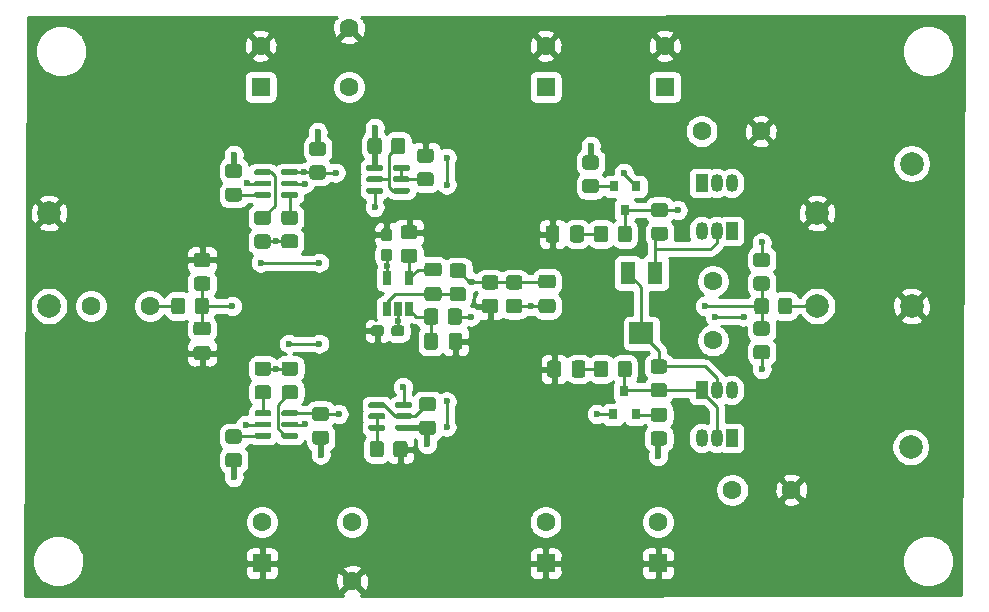
<source format=gbr>
G04 #@! TF.GenerationSoftware,KiCad,Pcbnew,(5.1.10-0-10_14)*
G04 #@! TF.CreationDate,2021-05-19T18:15:00+02:00*
G04 #@! TF.ProjectId,pre-amp-discret,7072652d-616d-4702-9d64-697363726574,rev?*
G04 #@! TF.SameCoordinates,Original*
G04 #@! TF.FileFunction,Copper,L1,Top*
G04 #@! TF.FilePolarity,Positive*
%FSLAX46Y46*%
G04 Gerber Fmt 4.6, Leading zero omitted, Abs format (unit mm)*
G04 Created by KiCad (PCBNEW (5.1.10-0-10_14)) date 2021-05-19 18:15:00*
%MOMM*%
%LPD*%
G01*
G04 APERTURE LIST*
G04 #@! TA.AperFunction,SMDPad,CuDef*
%ADD10R,0.650000X1.220000*%
G04 #@! TD*
G04 #@! TA.AperFunction,SMDPad,CuDef*
%ADD11R,1.300000X1.900000*%
G04 #@! TD*
G04 #@! TA.AperFunction,SMDPad,CuDef*
%ADD12R,2.000000X1.900000*%
G04 #@! TD*
G04 #@! TA.AperFunction,ComponentPad*
%ADD13C,1.600000*%
G04 #@! TD*
G04 #@! TA.AperFunction,ComponentPad*
%ADD14R,1.050000X1.500000*%
G04 #@! TD*
G04 #@! TA.AperFunction,ComponentPad*
%ADD15O,1.050000X1.500000*%
G04 #@! TD*
G04 #@! TA.AperFunction,SMDPad,CuDef*
%ADD16R,0.800000X0.900000*%
G04 #@! TD*
G04 #@! TA.AperFunction,ComponentPad*
%ADD17R,1.600000X1.600000*%
G04 #@! TD*
G04 #@! TA.AperFunction,ComponentPad*
%ADD18C,2.000000*%
G04 #@! TD*
G04 #@! TA.AperFunction,ViaPad*
%ADD19C,0.600000*%
G04 #@! TD*
G04 #@! TA.AperFunction,Conductor*
%ADD20C,0.500000*%
G04 #@! TD*
G04 #@! TA.AperFunction,Conductor*
%ADD21C,0.250000*%
G04 #@! TD*
G04 #@! TA.AperFunction,Conductor*
%ADD22C,0.254000*%
G04 #@! TD*
G04 #@! TA.AperFunction,Conductor*
%ADD23C,0.100000*%
G04 #@! TD*
G04 APERTURE END LIST*
D10*
X153797000Y-119554000D03*
X155697000Y-119554000D03*
X155697000Y-122174000D03*
X154747000Y-122174000D03*
X153797000Y-122174000D03*
G04 #@! TA.AperFunction,SMDPad,CuDef*
G36*
G01*
X158175500Y-122358999D02*
X158175500Y-123259001D01*
G75*
G02*
X157925501Y-123509000I-249999J0D01*
G01*
X157225499Y-123509000D01*
G75*
G02*
X156975500Y-123259001I0J249999D01*
G01*
X156975500Y-122358999D01*
G75*
G02*
X157225499Y-122109000I249999J0D01*
G01*
X157925501Y-122109000D01*
G75*
G02*
X158175500Y-122358999I0J-249999D01*
G01*
G37*
G04 #@! TD.AperFunction*
G04 #@! TA.AperFunction,SMDPad,CuDef*
G36*
G01*
X160175500Y-122358999D02*
X160175500Y-123259001D01*
G75*
G02*
X159925501Y-123509000I-249999J0D01*
G01*
X159225499Y-123509000D01*
G75*
G02*
X158975500Y-123259001I0J249999D01*
G01*
X158975500Y-122358999D01*
G75*
G02*
X159225499Y-122109000I249999J0D01*
G01*
X159925501Y-122109000D01*
G75*
G02*
X160175500Y-122358999I0J-249999D01*
G01*
G37*
G04 #@! TD.AperFunction*
G04 #@! TA.AperFunction,SMDPad,CuDef*
G36*
G01*
X160279501Y-119504000D02*
X159379499Y-119504000D01*
G75*
G02*
X159129500Y-119254001I0J249999D01*
G01*
X159129500Y-118553999D01*
G75*
G02*
X159379499Y-118304000I249999J0D01*
G01*
X160279501Y-118304000D01*
G75*
G02*
X160529500Y-118553999I0J-249999D01*
G01*
X160529500Y-119254001D01*
G75*
G02*
X160279501Y-119504000I-249999J0D01*
G01*
G37*
G04 #@! TD.AperFunction*
G04 #@! TA.AperFunction,SMDPad,CuDef*
G36*
G01*
X160279501Y-121504000D02*
X159379499Y-121504000D01*
G75*
G02*
X159129500Y-121254001I0J249999D01*
G01*
X159129500Y-120553999D01*
G75*
G02*
X159379499Y-120304000I249999J0D01*
G01*
X160279501Y-120304000D01*
G75*
G02*
X160529500Y-120553999I0J-249999D01*
G01*
X160529500Y-121254001D01*
G75*
G02*
X160279501Y-121504000I-249999J0D01*
G01*
G37*
G04 #@! TD.AperFunction*
G04 #@! TA.AperFunction,SMDPad,CuDef*
G36*
G01*
X156152001Y-116265500D02*
X155251999Y-116265500D01*
G75*
G02*
X155002000Y-116015501I0J249999D01*
G01*
X155002000Y-115315499D01*
G75*
G02*
X155251999Y-115065500I249999J0D01*
G01*
X156152001Y-115065500D01*
G75*
G02*
X156402000Y-115315499I0J-249999D01*
G01*
X156402000Y-116015501D01*
G75*
G02*
X156152001Y-116265500I-249999J0D01*
G01*
G37*
G04 #@! TD.AperFunction*
G04 #@! TA.AperFunction,SMDPad,CuDef*
G36*
G01*
X156152001Y-118265500D02*
X155251999Y-118265500D01*
G75*
G02*
X155002000Y-118015501I0J249999D01*
G01*
X155002000Y-117315499D01*
G75*
G02*
X155251999Y-117065500I249999J0D01*
G01*
X156152001Y-117065500D01*
G75*
G02*
X156402000Y-117315499I0J-249999D01*
G01*
X156402000Y-118015501D01*
G75*
G02*
X156152001Y-118265500I-249999J0D01*
G01*
G37*
G04 #@! TD.AperFunction*
G04 #@! TA.AperFunction,SMDPad,CuDef*
G36*
G01*
X158151500Y-124429500D02*
X158151500Y-125379500D01*
G75*
G02*
X157901500Y-125629500I-250000J0D01*
G01*
X157226500Y-125629500D01*
G75*
G02*
X156976500Y-125379500I0J250000D01*
G01*
X156976500Y-124429500D01*
G75*
G02*
X157226500Y-124179500I250000J0D01*
G01*
X157901500Y-124179500D01*
G75*
G02*
X158151500Y-124429500I0J-250000D01*
G01*
G37*
G04 #@! TD.AperFunction*
G04 #@! TA.AperFunction,SMDPad,CuDef*
G36*
G01*
X160226500Y-124429500D02*
X160226500Y-125379500D01*
G75*
G02*
X159976500Y-125629500I-250000J0D01*
G01*
X159301500Y-125629500D01*
G75*
G02*
X159051500Y-125379500I0J250000D01*
G01*
X159051500Y-124429500D01*
G75*
G02*
X159301500Y-124179500I250000J0D01*
G01*
X159976500Y-124179500D01*
G75*
G02*
X160226500Y-124429500I0J-250000D01*
G01*
G37*
G04 #@! TD.AperFunction*
G04 #@! TA.AperFunction,SMDPad,CuDef*
G36*
G01*
X154212000Y-124253000D02*
X154212000Y-123778000D01*
G75*
G02*
X154449500Y-123540500I237500J0D01*
G01*
X155049500Y-123540500D01*
G75*
G02*
X155287000Y-123778000I0J-237500D01*
G01*
X155287000Y-124253000D01*
G75*
G02*
X155049500Y-124490500I-237500J0D01*
G01*
X154449500Y-124490500D01*
G75*
G02*
X154212000Y-124253000I0J237500D01*
G01*
G37*
G04 #@! TD.AperFunction*
G04 #@! TA.AperFunction,SMDPad,CuDef*
G36*
G01*
X152487000Y-124253000D02*
X152487000Y-123778000D01*
G75*
G02*
X152724500Y-123540500I237500J0D01*
G01*
X153324500Y-123540500D01*
G75*
G02*
X153562000Y-123778000I0J-237500D01*
G01*
X153562000Y-124253000D01*
G75*
G02*
X153324500Y-124490500I-237500J0D01*
G01*
X152724500Y-124490500D01*
G75*
G02*
X152487000Y-124253000I0J237500D01*
G01*
G37*
G04 #@! TD.AperFunction*
G04 #@! TA.AperFunction,SMDPad,CuDef*
G36*
G01*
X153559500Y-117064500D02*
X154034500Y-117064500D01*
G75*
G02*
X154272000Y-117302000I0J-237500D01*
G01*
X154272000Y-117902000D01*
G75*
G02*
X154034500Y-118139500I-237500J0D01*
G01*
X153559500Y-118139500D01*
G75*
G02*
X153322000Y-117902000I0J237500D01*
G01*
X153322000Y-117302000D01*
G75*
G02*
X153559500Y-117064500I237500J0D01*
G01*
G37*
G04 #@! TD.AperFunction*
G04 #@! TA.AperFunction,SMDPad,CuDef*
G36*
G01*
X153559500Y-115339500D02*
X154034500Y-115339500D01*
G75*
G02*
X154272000Y-115577000I0J-237500D01*
G01*
X154272000Y-116177000D01*
G75*
G02*
X154034500Y-116414500I-237500J0D01*
G01*
X153559500Y-116414500D01*
G75*
G02*
X153322000Y-116177000I0J237500D01*
G01*
X153322000Y-115577000D01*
G75*
G02*
X153559500Y-115339500I237500J0D01*
G01*
G37*
G04 #@! TD.AperFunction*
G04 #@! TA.AperFunction,SMDPad,CuDef*
G36*
G01*
X158209000Y-119416500D02*
X157259000Y-119416500D01*
G75*
G02*
X157009000Y-119166500I0J250000D01*
G01*
X157009000Y-118491500D01*
G75*
G02*
X157259000Y-118241500I250000J0D01*
G01*
X158209000Y-118241500D01*
G75*
G02*
X158459000Y-118491500I0J-250000D01*
G01*
X158459000Y-119166500D01*
G75*
G02*
X158209000Y-119416500I-250000J0D01*
G01*
G37*
G04 #@! TD.AperFunction*
G04 #@! TA.AperFunction,SMDPad,CuDef*
G36*
G01*
X158209000Y-121491500D02*
X157259000Y-121491500D01*
G75*
G02*
X157009000Y-121241500I0J250000D01*
G01*
X157009000Y-120566500D01*
G75*
G02*
X157259000Y-120316500I250000J0D01*
G01*
X158209000Y-120316500D01*
G75*
G02*
X158459000Y-120566500I0J-250000D01*
G01*
X158459000Y-121241500D01*
G75*
G02*
X158209000Y-121491500I-250000J0D01*
G01*
G37*
G04 #@! TD.AperFunction*
D11*
X174230000Y-119126000D03*
D12*
X175380000Y-124226000D03*
D11*
X176530000Y-119126000D03*
G04 #@! TA.AperFunction,SMDPad,CuDef*
G36*
G01*
X138626001Y-118615000D02*
X137725999Y-118615000D01*
G75*
G02*
X137476000Y-118365001I0J249999D01*
G01*
X137476000Y-117664999D01*
G75*
G02*
X137725999Y-117415000I249999J0D01*
G01*
X138626001Y-117415000D01*
G75*
G02*
X138876000Y-117664999I0J-249999D01*
G01*
X138876000Y-118365001D01*
G75*
G02*
X138626001Y-118615000I-249999J0D01*
G01*
G37*
G04 #@! TD.AperFunction*
G04 #@! TA.AperFunction,SMDPad,CuDef*
G36*
G01*
X138626001Y-120615000D02*
X137725999Y-120615000D01*
G75*
G02*
X137476000Y-120365001I0J249999D01*
G01*
X137476000Y-119664999D01*
G75*
G02*
X137725999Y-119415000I249999J0D01*
G01*
X138626001Y-119415000D01*
G75*
G02*
X138876000Y-119664999I0J-249999D01*
G01*
X138876000Y-120365001D01*
G75*
G02*
X138626001Y-120615000I-249999J0D01*
G01*
G37*
G04 #@! TD.AperFunction*
G04 #@! TA.AperFunction,SMDPad,CuDef*
G36*
G01*
X136760000Y-121469999D02*
X136760000Y-122370001D01*
G75*
G02*
X136510001Y-122620000I-249999J0D01*
G01*
X135809999Y-122620000D01*
G75*
G02*
X135560000Y-122370001I0J249999D01*
G01*
X135560000Y-121469999D01*
G75*
G02*
X135809999Y-121220000I249999J0D01*
G01*
X136510001Y-121220000D01*
G75*
G02*
X136760000Y-121469999I0J-249999D01*
G01*
G37*
G04 #@! TD.AperFunction*
G04 #@! TA.AperFunction,SMDPad,CuDef*
G36*
G01*
X138760000Y-121469999D02*
X138760000Y-122370001D01*
G75*
G02*
X138510001Y-122620000I-249999J0D01*
G01*
X137809999Y-122620000D01*
G75*
G02*
X137560000Y-122370001I0J249999D01*
G01*
X137560000Y-121469999D01*
G75*
G02*
X137809999Y-121220000I249999J0D01*
G01*
X138510001Y-121220000D01*
G75*
G02*
X138760000Y-121469999I0J-249999D01*
G01*
G37*
G04 #@! TD.AperFunction*
G04 #@! TA.AperFunction,SMDPad,CuDef*
G36*
G01*
X138651000Y-124412500D02*
X137701000Y-124412500D01*
G75*
G02*
X137451000Y-124162500I0J250000D01*
G01*
X137451000Y-123487500D01*
G75*
G02*
X137701000Y-123237500I250000J0D01*
G01*
X138651000Y-123237500D01*
G75*
G02*
X138901000Y-123487500I0J-250000D01*
G01*
X138901000Y-124162500D01*
G75*
G02*
X138651000Y-124412500I-250000J0D01*
G01*
G37*
G04 #@! TD.AperFunction*
G04 #@! TA.AperFunction,SMDPad,CuDef*
G36*
G01*
X138651000Y-126487500D02*
X137701000Y-126487500D01*
G75*
G02*
X137451000Y-126237500I0J250000D01*
G01*
X137451000Y-125562500D01*
G75*
G02*
X137701000Y-125312500I250000J0D01*
G01*
X138651000Y-125312500D01*
G75*
G02*
X138901000Y-125562500I0J-250000D01*
G01*
X138901000Y-126237500D01*
G75*
G02*
X138651000Y-126487500I-250000J0D01*
G01*
G37*
G04 #@! TD.AperFunction*
G04 #@! TA.AperFunction,SMDPad,CuDef*
G36*
G01*
X147758999Y-132464000D02*
X148659001Y-132464000D01*
G75*
G02*
X148909000Y-132713999I0J-249999D01*
G01*
X148909000Y-133414001D01*
G75*
G02*
X148659001Y-133664000I-249999J0D01*
G01*
X147758999Y-133664000D01*
G75*
G02*
X147509000Y-133414001I0J249999D01*
G01*
X147509000Y-132713999D01*
G75*
G02*
X147758999Y-132464000I249999J0D01*
G01*
G37*
G04 #@! TD.AperFunction*
G04 #@! TA.AperFunction,SMDPad,CuDef*
G36*
G01*
X147758999Y-130464000D02*
X148659001Y-130464000D01*
G75*
G02*
X148909000Y-130713999I0J-249999D01*
G01*
X148909000Y-131414001D01*
G75*
G02*
X148659001Y-131664000I-249999J0D01*
G01*
X147758999Y-131664000D01*
G75*
G02*
X147509000Y-131414001I0J249999D01*
G01*
X147509000Y-130713999D01*
G75*
G02*
X147758999Y-130464000I249999J0D01*
G01*
G37*
G04 #@! TD.AperFunction*
G04 #@! TA.AperFunction,SMDPad,CuDef*
G36*
G01*
X162109999Y-121320000D02*
X163010001Y-121320000D01*
G75*
G02*
X163260000Y-121569999I0J-249999D01*
G01*
X163260000Y-122270001D01*
G75*
G02*
X163010001Y-122520000I-249999J0D01*
G01*
X162109999Y-122520000D01*
G75*
G02*
X161860000Y-122270001I0J249999D01*
G01*
X161860000Y-121569999D01*
G75*
G02*
X162109999Y-121320000I249999J0D01*
G01*
G37*
G04 #@! TD.AperFunction*
G04 #@! TA.AperFunction,SMDPad,CuDef*
G36*
G01*
X162109999Y-119320000D02*
X163010001Y-119320000D01*
G75*
G02*
X163260000Y-119569999I0J-249999D01*
G01*
X163260000Y-120270001D01*
G75*
G02*
X163010001Y-120520000I-249999J0D01*
G01*
X162109999Y-120520000D01*
G75*
G02*
X161860000Y-120270001I0J249999D01*
G01*
X161860000Y-119569999D01*
G75*
G02*
X162109999Y-119320000I249999J0D01*
G01*
G37*
G04 #@! TD.AperFunction*
G04 #@! TA.AperFunction,SMDPad,CuDef*
G36*
G01*
X168565500Y-126779000D02*
X168565500Y-127729000D01*
G75*
G02*
X168315500Y-127979000I-250000J0D01*
G01*
X167640500Y-127979000D01*
G75*
G02*
X167390500Y-127729000I0J250000D01*
G01*
X167390500Y-126779000D01*
G75*
G02*
X167640500Y-126529000I250000J0D01*
G01*
X168315500Y-126529000D01*
G75*
G02*
X168565500Y-126779000I0J-250000D01*
G01*
G37*
G04 #@! TD.AperFunction*
G04 #@! TA.AperFunction,SMDPad,CuDef*
G36*
G01*
X170640500Y-126779000D02*
X170640500Y-127729000D01*
G75*
G02*
X170390500Y-127979000I-250000J0D01*
G01*
X169715500Y-127979000D01*
G75*
G02*
X169465500Y-127729000I0J250000D01*
G01*
X169465500Y-126779000D01*
G75*
G02*
X169715500Y-126529000I250000J0D01*
G01*
X170390500Y-126529000D01*
G75*
G02*
X170640500Y-126779000I0J-250000D01*
G01*
G37*
G04 #@! TD.AperFunction*
G04 #@! TA.AperFunction,SMDPad,CuDef*
G36*
G01*
X169338500Y-116299000D02*
X169338500Y-115349000D01*
G75*
G02*
X169588500Y-115099000I250000J0D01*
G01*
X170263500Y-115099000D01*
G75*
G02*
X170513500Y-115349000I0J-250000D01*
G01*
X170513500Y-116299000D01*
G75*
G02*
X170263500Y-116549000I-250000J0D01*
G01*
X169588500Y-116549000D01*
G75*
G02*
X169338500Y-116299000I0J250000D01*
G01*
G37*
G04 #@! TD.AperFunction*
G04 #@! TA.AperFunction,SMDPad,CuDef*
G36*
G01*
X167263500Y-116299000D02*
X167263500Y-115349000D01*
G75*
G02*
X167513500Y-115099000I250000J0D01*
G01*
X168188500Y-115099000D01*
G75*
G02*
X168438500Y-115349000I0J-250000D01*
G01*
X168438500Y-116299000D01*
G75*
G02*
X168188500Y-116549000I-250000J0D01*
G01*
X167513500Y-116549000D01*
G75*
G02*
X167263500Y-116299000I0J250000D01*
G01*
G37*
G04 #@! TD.AperFunction*
D13*
X180467000Y-107124500D03*
X185467000Y-107124500D03*
X181419500Y-119824500D03*
X181419500Y-124824500D03*
G04 #@! TA.AperFunction,SMDPad,CuDef*
G36*
G01*
X185096999Y-125225000D02*
X185997001Y-125225000D01*
G75*
G02*
X186247000Y-125474999I0J-249999D01*
G01*
X186247000Y-126175001D01*
G75*
G02*
X185997001Y-126425000I-249999J0D01*
G01*
X185096999Y-126425000D01*
G75*
G02*
X184847000Y-126175001I0J249999D01*
G01*
X184847000Y-125474999D01*
G75*
G02*
X185096999Y-125225000I249999J0D01*
G01*
G37*
G04 #@! TD.AperFunction*
G04 #@! TA.AperFunction,SMDPad,CuDef*
G36*
G01*
X185096999Y-123225000D02*
X185997001Y-123225000D01*
G75*
G02*
X186247000Y-123474999I0J-249999D01*
G01*
X186247000Y-124175001D01*
G75*
G02*
X185997001Y-124425000I-249999J0D01*
G01*
X185096999Y-124425000D01*
G75*
G02*
X184847000Y-124175001I0J249999D01*
G01*
X184847000Y-123474999D01*
G75*
G02*
X185096999Y-123225000I249999J0D01*
G01*
G37*
G04 #@! TD.AperFunction*
G04 #@! TA.AperFunction,SMDPad,CuDef*
G36*
G01*
X185096999Y-119415000D02*
X185997001Y-119415000D01*
G75*
G02*
X186247000Y-119664999I0J-249999D01*
G01*
X186247000Y-120365001D01*
G75*
G02*
X185997001Y-120615000I-249999J0D01*
G01*
X185096999Y-120615000D01*
G75*
G02*
X184847000Y-120365001I0J249999D01*
G01*
X184847000Y-119664999D01*
G75*
G02*
X185096999Y-119415000I249999J0D01*
G01*
G37*
G04 #@! TD.AperFunction*
G04 #@! TA.AperFunction,SMDPad,CuDef*
G36*
G01*
X185096999Y-117415000D02*
X185997001Y-117415000D01*
G75*
G02*
X186247000Y-117664999I0J-249999D01*
G01*
X186247000Y-118365001D01*
G75*
G02*
X185997001Y-118615000I-249999J0D01*
G01*
X185096999Y-118615000D01*
G75*
G02*
X184847000Y-118365001I0J249999D01*
G01*
X184847000Y-117664999D01*
G75*
G02*
X185096999Y-117415000I249999J0D01*
G01*
G37*
G04 #@! TD.AperFunction*
G04 #@! TA.AperFunction,SMDPad,CuDef*
G36*
G01*
X176397499Y-128432000D02*
X177297501Y-128432000D01*
G75*
G02*
X177547500Y-128681999I0J-249999D01*
G01*
X177547500Y-129382001D01*
G75*
G02*
X177297501Y-129632000I-249999J0D01*
G01*
X176397499Y-129632000D01*
G75*
G02*
X176147500Y-129382001I0J249999D01*
G01*
X176147500Y-128681999D01*
G75*
G02*
X176397499Y-128432000I249999J0D01*
G01*
G37*
G04 #@! TD.AperFunction*
G04 #@! TA.AperFunction,SMDPad,CuDef*
G36*
G01*
X176397499Y-126432000D02*
X177297501Y-126432000D01*
G75*
G02*
X177547500Y-126681999I0J-249999D01*
G01*
X177547500Y-127382001D01*
G75*
G02*
X177297501Y-127632000I-249999J0D01*
G01*
X176397499Y-127632000D01*
G75*
G02*
X176147500Y-127382001I0J249999D01*
G01*
X176147500Y-126681999D01*
G75*
G02*
X176397499Y-126432000I249999J0D01*
G01*
G37*
G04 #@! TD.AperFunction*
G04 #@! TA.AperFunction,SMDPad,CuDef*
G36*
G01*
X176460999Y-115192000D02*
X177361001Y-115192000D01*
G75*
G02*
X177611000Y-115441999I0J-249999D01*
G01*
X177611000Y-116142001D01*
G75*
G02*
X177361001Y-116392000I-249999J0D01*
G01*
X176460999Y-116392000D01*
G75*
G02*
X176211000Y-116142001I0J249999D01*
G01*
X176211000Y-115441999D01*
G75*
G02*
X176460999Y-115192000I249999J0D01*
G01*
G37*
G04 #@! TD.AperFunction*
G04 #@! TA.AperFunction,SMDPad,CuDef*
G36*
G01*
X176460999Y-113192000D02*
X177361001Y-113192000D01*
G75*
G02*
X177611000Y-113441999I0J-249999D01*
G01*
X177611000Y-114142001D01*
G75*
G02*
X177361001Y-114392000I-249999J0D01*
G01*
X176460999Y-114392000D01*
G75*
G02*
X176211000Y-114142001I0J249999D01*
G01*
X176211000Y-113441999D01*
G75*
G02*
X176460999Y-113192000I249999J0D01*
G01*
G37*
G04 #@! TD.AperFunction*
G04 #@! TA.AperFunction,SMDPad,CuDef*
G36*
G01*
X173358000Y-127704001D02*
X173358000Y-126803999D01*
G75*
G02*
X173607999Y-126554000I249999J0D01*
G01*
X174308001Y-126554000D01*
G75*
G02*
X174558000Y-126803999I0J-249999D01*
G01*
X174558000Y-127704001D01*
G75*
G02*
X174308001Y-127954000I-249999J0D01*
G01*
X173607999Y-127954000D01*
G75*
G02*
X173358000Y-127704001I0J249999D01*
G01*
G37*
G04 #@! TD.AperFunction*
G04 #@! TA.AperFunction,SMDPad,CuDef*
G36*
G01*
X171358000Y-127704001D02*
X171358000Y-126803999D01*
G75*
G02*
X171607999Y-126554000I249999J0D01*
G01*
X172308001Y-126554000D01*
G75*
G02*
X172558000Y-126803999I0J-249999D01*
G01*
X172558000Y-127704001D01*
G75*
G02*
X172308001Y-127954000I-249999J0D01*
G01*
X171607999Y-127954000D01*
G75*
G02*
X171358000Y-127704001I0J249999D01*
G01*
G37*
G04 #@! TD.AperFunction*
G04 #@! TA.AperFunction,SMDPad,CuDef*
G36*
G01*
X172558000Y-115373999D02*
X172558000Y-116274001D01*
G75*
G02*
X172308001Y-116524000I-249999J0D01*
G01*
X171607999Y-116524000D01*
G75*
G02*
X171358000Y-116274001I0J249999D01*
G01*
X171358000Y-115373999D01*
G75*
G02*
X171607999Y-115124000I249999J0D01*
G01*
X172308001Y-115124000D01*
G75*
G02*
X172558000Y-115373999I0J-249999D01*
G01*
G37*
G04 #@! TD.AperFunction*
G04 #@! TA.AperFunction,SMDPad,CuDef*
G36*
G01*
X174558000Y-115373999D02*
X174558000Y-116274001D01*
G75*
G02*
X174308001Y-116524000I-249999J0D01*
G01*
X173607999Y-116524000D01*
G75*
G02*
X173358000Y-116274001I0J249999D01*
G01*
X173358000Y-115373999D01*
G75*
G02*
X173607999Y-115124000I249999J0D01*
G01*
X174308001Y-115124000D01*
G75*
G02*
X174558000Y-115373999I0J-249999D01*
G01*
G37*
G04 #@! TD.AperFunction*
D14*
X183007000Y-133096000D03*
D15*
X180467000Y-133096000D03*
X181737000Y-133096000D03*
D14*
X180467000Y-111506000D03*
D15*
X183007000Y-111506000D03*
X181737000Y-111506000D03*
D14*
X180467000Y-129032000D03*
D15*
X183007000Y-129032000D03*
X181737000Y-129032000D03*
D14*
X183007000Y-115570000D03*
D15*
X180467000Y-115570000D03*
X181737000Y-115570000D03*
D16*
X173926500Y-129095500D03*
X174876500Y-131095500D03*
X172976500Y-131095500D03*
G04 #@! TA.AperFunction,SMDPad,CuDef*
G36*
G01*
X144893000Y-131125500D02*
X144893000Y-130875500D01*
G75*
G02*
X145018000Y-130750500I125000J0D01*
G01*
X146193000Y-130750500D01*
G75*
G02*
X146318000Y-130875500I0J-125000D01*
G01*
X146318000Y-131125500D01*
G75*
G02*
X146193000Y-131250500I-125000J0D01*
G01*
X145018000Y-131250500D01*
G75*
G02*
X144893000Y-131125500I0J125000D01*
G01*
G37*
G04 #@! TD.AperFunction*
G04 #@! TA.AperFunction,SMDPad,CuDef*
G36*
G01*
X144893000Y-132075500D02*
X144893000Y-131825500D01*
G75*
G02*
X145018000Y-131700500I125000J0D01*
G01*
X146193000Y-131700500D01*
G75*
G02*
X146318000Y-131825500I0J-125000D01*
G01*
X146318000Y-132075500D01*
G75*
G02*
X146193000Y-132200500I-125000J0D01*
G01*
X145018000Y-132200500D01*
G75*
G02*
X144893000Y-132075500I0J125000D01*
G01*
G37*
G04 #@! TD.AperFunction*
G04 #@! TA.AperFunction,SMDPad,CuDef*
G36*
G01*
X144893000Y-133025500D02*
X144893000Y-132775500D01*
G75*
G02*
X145018000Y-132650500I125000J0D01*
G01*
X146193000Y-132650500D01*
G75*
G02*
X146318000Y-132775500I0J-125000D01*
G01*
X146318000Y-133025500D01*
G75*
G02*
X146193000Y-133150500I-125000J0D01*
G01*
X145018000Y-133150500D01*
G75*
G02*
X144893000Y-133025500I0J125000D01*
G01*
G37*
G04 #@! TD.AperFunction*
G04 #@! TA.AperFunction,SMDPad,CuDef*
G36*
G01*
X142618000Y-133025500D02*
X142618000Y-132775500D01*
G75*
G02*
X142743000Y-132650500I125000J0D01*
G01*
X143918000Y-132650500D01*
G75*
G02*
X144043000Y-132775500I0J-125000D01*
G01*
X144043000Y-133025500D01*
G75*
G02*
X143918000Y-133150500I-125000J0D01*
G01*
X142743000Y-133150500D01*
G75*
G02*
X142618000Y-133025500I0J125000D01*
G01*
G37*
G04 #@! TD.AperFunction*
G04 #@! TA.AperFunction,SMDPad,CuDef*
G36*
G01*
X142618000Y-132075500D02*
X142618000Y-131825500D01*
G75*
G02*
X142743000Y-131700500I125000J0D01*
G01*
X143918000Y-131700500D01*
G75*
G02*
X144043000Y-131825500I0J-125000D01*
G01*
X144043000Y-132075500D01*
G75*
G02*
X143918000Y-132200500I-125000J0D01*
G01*
X142743000Y-132200500D01*
G75*
G02*
X142618000Y-132075500I0J125000D01*
G01*
G37*
G04 #@! TD.AperFunction*
G04 #@! TA.AperFunction,SMDPad,CuDef*
G36*
G01*
X142618000Y-131125500D02*
X142618000Y-130875500D01*
G75*
G02*
X142743000Y-130750500I125000J0D01*
G01*
X143918000Y-130750500D01*
G75*
G02*
X144043000Y-130875500I0J-125000D01*
G01*
X144043000Y-131125500D01*
G75*
G02*
X143918000Y-131250500I-125000J0D01*
G01*
X142743000Y-131250500D01*
G75*
G02*
X142618000Y-131125500I0J125000D01*
G01*
G37*
G04 #@! TD.AperFunction*
G04 #@! TA.AperFunction,SMDPad,CuDef*
G36*
G01*
X153493500Y-112023700D02*
X153493500Y-112273700D01*
G75*
G02*
X153368500Y-112398700I-125000J0D01*
G01*
X152193500Y-112398700D01*
G75*
G02*
X152068500Y-112273700I0J125000D01*
G01*
X152068500Y-112023700D01*
G75*
G02*
X152193500Y-111898700I125000J0D01*
G01*
X153368500Y-111898700D01*
G75*
G02*
X153493500Y-112023700I0J-125000D01*
G01*
G37*
G04 #@! TD.AperFunction*
G04 #@! TA.AperFunction,SMDPad,CuDef*
G36*
G01*
X153493500Y-111073700D02*
X153493500Y-111323700D01*
G75*
G02*
X153368500Y-111448700I-125000J0D01*
G01*
X152193500Y-111448700D01*
G75*
G02*
X152068500Y-111323700I0J125000D01*
G01*
X152068500Y-111073700D01*
G75*
G02*
X152193500Y-110948700I125000J0D01*
G01*
X153368500Y-110948700D01*
G75*
G02*
X153493500Y-111073700I0J-125000D01*
G01*
G37*
G04 #@! TD.AperFunction*
G04 #@! TA.AperFunction,SMDPad,CuDef*
G36*
G01*
X153493500Y-110123700D02*
X153493500Y-110373700D01*
G75*
G02*
X153368500Y-110498700I-125000J0D01*
G01*
X152193500Y-110498700D01*
G75*
G02*
X152068500Y-110373700I0J125000D01*
G01*
X152068500Y-110123700D01*
G75*
G02*
X152193500Y-109998700I125000J0D01*
G01*
X153368500Y-109998700D01*
G75*
G02*
X153493500Y-110123700I0J-125000D01*
G01*
G37*
G04 #@! TD.AperFunction*
G04 #@! TA.AperFunction,SMDPad,CuDef*
G36*
G01*
X155768500Y-110123700D02*
X155768500Y-110373700D01*
G75*
G02*
X155643500Y-110498700I-125000J0D01*
G01*
X154468500Y-110498700D01*
G75*
G02*
X154343500Y-110373700I0J125000D01*
G01*
X154343500Y-110123700D01*
G75*
G02*
X154468500Y-109998700I125000J0D01*
G01*
X155643500Y-109998700D01*
G75*
G02*
X155768500Y-110123700I0J-125000D01*
G01*
G37*
G04 #@! TD.AperFunction*
G04 #@! TA.AperFunction,SMDPad,CuDef*
G36*
G01*
X155768500Y-111073700D02*
X155768500Y-111323700D01*
G75*
G02*
X155643500Y-111448700I-125000J0D01*
G01*
X154468500Y-111448700D01*
G75*
G02*
X154343500Y-111323700I0J125000D01*
G01*
X154343500Y-111073700D01*
G75*
G02*
X154468500Y-110948700I125000J0D01*
G01*
X155643500Y-110948700D01*
G75*
G02*
X155768500Y-111073700I0J-125000D01*
G01*
G37*
G04 #@! TD.AperFunction*
G04 #@! TA.AperFunction,SMDPad,CuDef*
G36*
G01*
X155768500Y-112023700D02*
X155768500Y-112273700D01*
G75*
G02*
X155643500Y-112398700I-125000J0D01*
G01*
X154468500Y-112398700D01*
G75*
G02*
X154343500Y-112273700I0J125000D01*
G01*
X154343500Y-112023700D01*
G75*
G02*
X154468500Y-111898700I125000J0D01*
G01*
X155643500Y-111898700D01*
G75*
G02*
X155768500Y-112023700I0J-125000D01*
G01*
G37*
G04 #@! TD.AperFunction*
G04 #@! TA.AperFunction,SMDPad,CuDef*
G36*
G01*
X144869300Y-110721600D02*
X144869300Y-110471600D01*
G75*
G02*
X144994300Y-110346600I125000J0D01*
G01*
X146169300Y-110346600D01*
G75*
G02*
X146294300Y-110471600I0J-125000D01*
G01*
X146294300Y-110721600D01*
G75*
G02*
X146169300Y-110846600I-125000J0D01*
G01*
X144994300Y-110846600D01*
G75*
G02*
X144869300Y-110721600I0J125000D01*
G01*
G37*
G04 #@! TD.AperFunction*
G04 #@! TA.AperFunction,SMDPad,CuDef*
G36*
G01*
X144869300Y-111671600D02*
X144869300Y-111421600D01*
G75*
G02*
X144994300Y-111296600I125000J0D01*
G01*
X146169300Y-111296600D01*
G75*
G02*
X146294300Y-111421600I0J-125000D01*
G01*
X146294300Y-111671600D01*
G75*
G02*
X146169300Y-111796600I-125000J0D01*
G01*
X144994300Y-111796600D01*
G75*
G02*
X144869300Y-111671600I0J125000D01*
G01*
G37*
G04 #@! TD.AperFunction*
G04 #@! TA.AperFunction,SMDPad,CuDef*
G36*
G01*
X144869300Y-112621600D02*
X144869300Y-112371600D01*
G75*
G02*
X144994300Y-112246600I125000J0D01*
G01*
X146169300Y-112246600D01*
G75*
G02*
X146294300Y-112371600I0J-125000D01*
G01*
X146294300Y-112621600D01*
G75*
G02*
X146169300Y-112746600I-125000J0D01*
G01*
X144994300Y-112746600D01*
G75*
G02*
X144869300Y-112621600I0J125000D01*
G01*
G37*
G04 #@! TD.AperFunction*
G04 #@! TA.AperFunction,SMDPad,CuDef*
G36*
G01*
X142594300Y-112621600D02*
X142594300Y-112371600D01*
G75*
G02*
X142719300Y-112246600I125000J0D01*
G01*
X143894300Y-112246600D01*
G75*
G02*
X144019300Y-112371600I0J-125000D01*
G01*
X144019300Y-112621600D01*
G75*
G02*
X143894300Y-112746600I-125000J0D01*
G01*
X142719300Y-112746600D01*
G75*
G02*
X142594300Y-112621600I0J125000D01*
G01*
G37*
G04 #@! TD.AperFunction*
G04 #@! TA.AperFunction,SMDPad,CuDef*
G36*
G01*
X142594300Y-111671600D02*
X142594300Y-111421600D01*
G75*
G02*
X142719300Y-111296600I125000J0D01*
G01*
X143894300Y-111296600D01*
G75*
G02*
X144019300Y-111421600I0J-125000D01*
G01*
X144019300Y-111671600D01*
G75*
G02*
X143894300Y-111796600I-125000J0D01*
G01*
X142719300Y-111796600D01*
G75*
G02*
X142594300Y-111671600I0J125000D01*
G01*
G37*
G04 #@! TD.AperFunction*
G04 #@! TA.AperFunction,SMDPad,CuDef*
G36*
G01*
X142594300Y-110721600D02*
X142594300Y-110471600D01*
G75*
G02*
X142719300Y-110346600I125000J0D01*
G01*
X143894300Y-110346600D01*
G75*
G02*
X144019300Y-110471600I0J-125000D01*
G01*
X144019300Y-110721600D01*
G75*
G02*
X143894300Y-110846600I-125000J0D01*
G01*
X142719300Y-110846600D01*
G75*
G02*
X142594300Y-110721600I0J125000D01*
G01*
G37*
G04 #@! TD.AperFunction*
G04 #@! TA.AperFunction,SMDPad,CuDef*
G36*
G01*
X154529300Y-130439700D02*
X154529300Y-130189700D01*
G75*
G02*
X154654300Y-130064700I125000J0D01*
G01*
X155829300Y-130064700D01*
G75*
G02*
X155954300Y-130189700I0J-125000D01*
G01*
X155954300Y-130439700D01*
G75*
G02*
X155829300Y-130564700I-125000J0D01*
G01*
X154654300Y-130564700D01*
G75*
G02*
X154529300Y-130439700I0J125000D01*
G01*
G37*
G04 #@! TD.AperFunction*
G04 #@! TA.AperFunction,SMDPad,CuDef*
G36*
G01*
X154529300Y-131389700D02*
X154529300Y-131139700D01*
G75*
G02*
X154654300Y-131014700I125000J0D01*
G01*
X155829300Y-131014700D01*
G75*
G02*
X155954300Y-131139700I0J-125000D01*
G01*
X155954300Y-131389700D01*
G75*
G02*
X155829300Y-131514700I-125000J0D01*
G01*
X154654300Y-131514700D01*
G75*
G02*
X154529300Y-131389700I0J125000D01*
G01*
G37*
G04 #@! TD.AperFunction*
G04 #@! TA.AperFunction,SMDPad,CuDef*
G36*
G01*
X154529300Y-132339700D02*
X154529300Y-132089700D01*
G75*
G02*
X154654300Y-131964700I125000J0D01*
G01*
X155829300Y-131964700D01*
G75*
G02*
X155954300Y-132089700I0J-125000D01*
G01*
X155954300Y-132339700D01*
G75*
G02*
X155829300Y-132464700I-125000J0D01*
G01*
X154654300Y-132464700D01*
G75*
G02*
X154529300Y-132339700I0J125000D01*
G01*
G37*
G04 #@! TD.AperFunction*
G04 #@! TA.AperFunction,SMDPad,CuDef*
G36*
G01*
X152254300Y-132339700D02*
X152254300Y-132089700D01*
G75*
G02*
X152379300Y-131964700I125000J0D01*
G01*
X153554300Y-131964700D01*
G75*
G02*
X153679300Y-132089700I0J-125000D01*
G01*
X153679300Y-132339700D01*
G75*
G02*
X153554300Y-132464700I-125000J0D01*
G01*
X152379300Y-132464700D01*
G75*
G02*
X152254300Y-132339700I0J125000D01*
G01*
G37*
G04 #@! TD.AperFunction*
G04 #@! TA.AperFunction,SMDPad,CuDef*
G36*
G01*
X152254300Y-131389700D02*
X152254300Y-131139700D01*
G75*
G02*
X152379300Y-131014700I125000J0D01*
G01*
X153554300Y-131014700D01*
G75*
G02*
X153679300Y-131139700I0J-125000D01*
G01*
X153679300Y-131389700D01*
G75*
G02*
X153554300Y-131514700I-125000J0D01*
G01*
X152379300Y-131514700D01*
G75*
G02*
X152254300Y-131389700I0J125000D01*
G01*
G37*
G04 #@! TD.AperFunction*
G04 #@! TA.AperFunction,SMDPad,CuDef*
G36*
G01*
X152254300Y-130439700D02*
X152254300Y-130189700D01*
G75*
G02*
X152379300Y-130064700I125000J0D01*
G01*
X153554300Y-130064700D01*
G75*
G02*
X153679300Y-130189700I0J-125000D01*
G01*
X153679300Y-130439700D01*
G75*
G02*
X153554300Y-130564700I-125000J0D01*
G01*
X152379300Y-130564700D01*
G75*
G02*
X152254300Y-130439700I0J125000D01*
G01*
G37*
G04 #@! TD.AperFunction*
D13*
X177355500Y-99878000D03*
D17*
X177355500Y-103378000D03*
D13*
X167259000Y-140208000D03*
D17*
X167259000Y-143708000D03*
D13*
X167259000Y-99878000D03*
D17*
X167259000Y-103378000D03*
G04 #@! TA.AperFunction,SMDPad,CuDef*
G36*
G01*
X186147000Y-121469999D02*
X186147000Y-122370001D01*
G75*
G02*
X185897001Y-122620000I-249999J0D01*
G01*
X185196999Y-122620000D01*
G75*
G02*
X184947000Y-122370001I0J249999D01*
G01*
X184947000Y-121469999D01*
G75*
G02*
X185196999Y-121220000I249999J0D01*
G01*
X185897001Y-121220000D01*
G75*
G02*
X186147000Y-121469999I0J-249999D01*
G01*
G37*
G04 #@! TD.AperFunction*
G04 #@! TA.AperFunction,SMDPad,CuDef*
G36*
G01*
X188147000Y-121469999D02*
X188147000Y-122370001D01*
G75*
G02*
X187897001Y-122620000I-249999J0D01*
G01*
X187196999Y-122620000D01*
G75*
G02*
X186947000Y-122370001I0J249999D01*
G01*
X186947000Y-121469999D01*
G75*
G02*
X187196999Y-121220000I249999J0D01*
G01*
X187897001Y-121220000D01*
G75*
G02*
X188147000Y-121469999I0J-249999D01*
G01*
G37*
G04 #@! TD.AperFunction*
G04 #@! TA.AperFunction,SMDPad,CuDef*
G36*
G01*
X176397499Y-132527500D02*
X177297501Y-132527500D01*
G75*
G02*
X177547500Y-132777499I0J-249999D01*
G01*
X177547500Y-133477501D01*
G75*
G02*
X177297501Y-133727500I-249999J0D01*
G01*
X176397499Y-133727500D01*
G75*
G02*
X176147500Y-133477501I0J249999D01*
G01*
X176147500Y-132777499D01*
G75*
G02*
X176397499Y-132527500I249999J0D01*
G01*
G37*
G04 #@! TD.AperFunction*
G04 #@! TA.AperFunction,SMDPad,CuDef*
G36*
G01*
X176397499Y-130527500D02*
X177297501Y-130527500D01*
G75*
G02*
X177547500Y-130777499I0J-249999D01*
G01*
X177547500Y-131477501D01*
G75*
G02*
X177297501Y-131727500I-249999J0D01*
G01*
X176397499Y-131727500D01*
G75*
G02*
X176147500Y-131477501I0J249999D01*
G01*
X176147500Y-130777499D01*
G75*
G02*
X176397499Y-130527500I249999J0D01*
G01*
G37*
G04 #@! TD.AperFunction*
G04 #@! TA.AperFunction,SMDPad,CuDef*
G36*
G01*
X153571500Y-133585799D02*
X153571500Y-134485801D01*
G75*
G02*
X153321501Y-134735800I-249999J0D01*
G01*
X152621499Y-134735800D01*
G75*
G02*
X152371500Y-134485801I0J249999D01*
G01*
X152371500Y-133585799D01*
G75*
G02*
X152621499Y-133335800I249999J0D01*
G01*
X153321501Y-133335800D01*
G75*
G02*
X153571500Y-133585799I0J-249999D01*
G01*
G37*
G04 #@! TD.AperFunction*
G04 #@! TA.AperFunction,SMDPad,CuDef*
G36*
G01*
X155571500Y-133585799D02*
X155571500Y-134485801D01*
G75*
G02*
X155321501Y-134735800I-249999J0D01*
G01*
X154621499Y-134735800D01*
G75*
G02*
X154371500Y-134485801I0J249999D01*
G01*
X154371500Y-133585799D01*
G75*
G02*
X154621499Y-133335800I249999J0D01*
G01*
X155321501Y-133335800D01*
G75*
G02*
X155571500Y-133585799I0J-249999D01*
G01*
G37*
G04 #@! TD.AperFunction*
G04 #@! TA.AperFunction,SMDPad,CuDef*
G36*
G01*
X145142799Y-115846300D02*
X146042801Y-115846300D01*
G75*
G02*
X146292800Y-116096299I0J-249999D01*
G01*
X146292800Y-116796301D01*
G75*
G02*
X146042801Y-117046300I-249999J0D01*
G01*
X145142799Y-117046300D01*
G75*
G02*
X144892800Y-116796301I0J249999D01*
G01*
X144892800Y-116096299D01*
G75*
G02*
X145142799Y-115846300I249999J0D01*
G01*
G37*
G04 #@! TD.AperFunction*
G04 #@! TA.AperFunction,SMDPad,CuDef*
G36*
G01*
X145142799Y-113846300D02*
X146042801Y-113846300D01*
G75*
G02*
X146292800Y-114096299I0J-249999D01*
G01*
X146292800Y-114796301D01*
G75*
G02*
X146042801Y-115046300I-249999J0D01*
G01*
X145142799Y-115046300D01*
G75*
G02*
X144892800Y-114796301I0J249999D01*
G01*
X144892800Y-114096299D01*
G75*
G02*
X145142799Y-113846300I249999J0D01*
G01*
G37*
G04 #@! TD.AperFunction*
G04 #@! TA.AperFunction,SMDPad,CuDef*
G36*
G01*
X140392999Y-111890000D02*
X141293001Y-111890000D01*
G75*
G02*
X141543000Y-112139999I0J-249999D01*
G01*
X141543000Y-112840001D01*
G75*
G02*
X141293001Y-113090000I-249999J0D01*
G01*
X140392999Y-113090000D01*
G75*
G02*
X140143000Y-112840001I0J249999D01*
G01*
X140143000Y-112139999D01*
G75*
G02*
X140392999Y-111890000I249999J0D01*
G01*
G37*
G04 #@! TD.AperFunction*
G04 #@! TA.AperFunction,SMDPad,CuDef*
G36*
G01*
X140392999Y-109890000D02*
X141293001Y-109890000D01*
G75*
G02*
X141543000Y-110139999I0J-249999D01*
G01*
X141543000Y-110840001D01*
G75*
G02*
X141293001Y-111090000I-249999J0D01*
G01*
X140392999Y-111090000D01*
G75*
G02*
X140143000Y-110840001I0J249999D01*
G01*
X140143000Y-110139999D01*
G75*
G02*
X140392999Y-109890000I249999J0D01*
G01*
G37*
G04 #@! TD.AperFunction*
G04 #@! TA.AperFunction,SMDPad,CuDef*
G36*
G01*
X156814099Y-131625800D02*
X157714101Y-131625800D01*
G75*
G02*
X157964100Y-131875799I0J-249999D01*
G01*
X157964100Y-132575801D01*
G75*
G02*
X157714101Y-132825800I-249999J0D01*
G01*
X156814099Y-132825800D01*
G75*
G02*
X156564100Y-132575801I0J249999D01*
G01*
X156564100Y-131875799D01*
G75*
G02*
X156814099Y-131625800I249999J0D01*
G01*
G37*
G04 #@! TD.AperFunction*
G04 #@! TA.AperFunction,SMDPad,CuDef*
G36*
G01*
X156814099Y-129625800D02*
X157714101Y-129625800D01*
G75*
G02*
X157964100Y-129875799I0J-249999D01*
G01*
X157964100Y-130575801D01*
G75*
G02*
X157714101Y-130825800I-249999J0D01*
G01*
X156814099Y-130825800D01*
G75*
G02*
X156564100Y-130575801I0J249999D01*
G01*
X156564100Y-129875799D01*
G75*
G02*
X156814099Y-129625800I249999J0D01*
G01*
G37*
G04 #@! TD.AperFunction*
G04 #@! TA.AperFunction,SMDPad,CuDef*
G36*
G01*
X142844099Y-115859000D02*
X143744101Y-115859000D01*
G75*
G02*
X143994100Y-116108999I0J-249999D01*
G01*
X143994100Y-116809001D01*
G75*
G02*
X143744101Y-117059000I-249999J0D01*
G01*
X142844099Y-117059000D01*
G75*
G02*
X142594100Y-116809001I0J249999D01*
G01*
X142594100Y-116108999D01*
G75*
G02*
X142844099Y-115859000I249999J0D01*
G01*
G37*
G04 #@! TD.AperFunction*
G04 #@! TA.AperFunction,SMDPad,CuDef*
G36*
G01*
X142844099Y-113859000D02*
X143744101Y-113859000D01*
G75*
G02*
X143994100Y-114108999I0J-249999D01*
G01*
X143994100Y-114809001D01*
G75*
G02*
X143744101Y-115059000I-249999J0D01*
G01*
X142844099Y-115059000D01*
G75*
G02*
X142594100Y-114809001I0J249999D01*
G01*
X142594100Y-114108999D01*
G75*
G02*
X142844099Y-113859000I249999J0D01*
G01*
G37*
G04 #@! TD.AperFunction*
G04 #@! TA.AperFunction,SMDPad,CuDef*
G36*
G01*
X147504999Y-110017000D02*
X148405001Y-110017000D01*
G75*
G02*
X148655000Y-110266999I0J-249999D01*
G01*
X148655000Y-110967001D01*
G75*
G02*
X148405001Y-111217000I-249999J0D01*
G01*
X147504999Y-111217000D01*
G75*
G02*
X147255000Y-110967001I0J249999D01*
G01*
X147255000Y-110266999D01*
G75*
G02*
X147504999Y-110017000I249999J0D01*
G01*
G37*
G04 #@! TD.AperFunction*
G04 #@! TA.AperFunction,SMDPad,CuDef*
G36*
G01*
X147504999Y-108017000D02*
X148405001Y-108017000D01*
G75*
G02*
X148655000Y-108266999I0J-249999D01*
G01*
X148655000Y-108967001D01*
G75*
G02*
X148405001Y-109217000I-249999J0D01*
G01*
X147504999Y-109217000D01*
G75*
G02*
X147255000Y-108967001I0J249999D01*
G01*
X147255000Y-108266999D01*
G75*
G02*
X147504999Y-108017000I249999J0D01*
G01*
G37*
G04 #@! TD.AperFunction*
D13*
X143256000Y-140208000D03*
D17*
X143256000Y-143708000D03*
D13*
X143129000Y-99878000D03*
D17*
X143129000Y-103378000D03*
D13*
X176784000Y-140208000D03*
D17*
X176784000Y-143708000D03*
D13*
X150876000Y-145208000D03*
X150876000Y-140208000D03*
X150622000Y-103378000D03*
X150622000Y-98378000D03*
X188070500Y-137477500D03*
X183070500Y-137477500D03*
D18*
X190246000Y-114046000D03*
X190246000Y-121920000D03*
X198247000Y-121920000D03*
X125222000Y-121920000D03*
X198183500Y-133858000D03*
X125222000Y-114046000D03*
X198247000Y-109855000D03*
G04 #@! TA.AperFunction,SMDPad,CuDef*
G36*
G01*
X154181000Y-108819101D02*
X154181000Y-107919099D01*
G75*
G02*
X154430999Y-107669100I249999J0D01*
G01*
X155131001Y-107669100D01*
G75*
G02*
X155381000Y-107919099I0J-249999D01*
G01*
X155381000Y-108819101D01*
G75*
G02*
X155131001Y-109069100I-249999J0D01*
G01*
X154430999Y-109069100D01*
G75*
G02*
X154181000Y-108819101I0J249999D01*
G01*
G37*
G04 #@! TD.AperFunction*
G04 #@! TA.AperFunction,SMDPad,CuDef*
G36*
G01*
X152181000Y-108819101D02*
X152181000Y-107919099D01*
G75*
G02*
X152430999Y-107669100I249999J0D01*
G01*
X153131001Y-107669100D01*
G75*
G02*
X153381000Y-107919099I0J-249999D01*
G01*
X153381000Y-108819101D01*
G75*
G02*
X153131001Y-109069100I-249999J0D01*
G01*
X152430999Y-109069100D01*
G75*
G02*
X152181000Y-108819101I0J249999D01*
G01*
G37*
G04 #@! TD.AperFunction*
G04 #@! TA.AperFunction,SMDPad,CuDef*
G36*
G01*
X167861000Y-120432500D02*
X166911000Y-120432500D01*
G75*
G02*
X166661000Y-120182500I0J250000D01*
G01*
X166661000Y-119507500D01*
G75*
G02*
X166911000Y-119257500I250000J0D01*
G01*
X167861000Y-119257500D01*
G75*
G02*
X168111000Y-119507500I0J-250000D01*
G01*
X168111000Y-120182500D01*
G75*
G02*
X167861000Y-120432500I-250000J0D01*
G01*
G37*
G04 #@! TD.AperFunction*
G04 #@! TA.AperFunction,SMDPad,CuDef*
G36*
G01*
X167861000Y-122507500D02*
X166911000Y-122507500D01*
G75*
G02*
X166661000Y-122257500I0J250000D01*
G01*
X166661000Y-121582500D01*
G75*
G02*
X166911000Y-121332500I250000J0D01*
G01*
X167861000Y-121332500D01*
G75*
G02*
X168111000Y-121582500I0J-250000D01*
G01*
X168111000Y-122257500D01*
G75*
G02*
X167861000Y-122507500I-250000J0D01*
G01*
G37*
G04 #@! TD.AperFunction*
G04 #@! TA.AperFunction,SMDPad,CuDef*
G36*
G01*
X170618999Y-111160000D02*
X171519001Y-111160000D01*
G75*
G02*
X171769000Y-111409999I0J-249999D01*
G01*
X171769000Y-112110001D01*
G75*
G02*
X171519001Y-112360000I-249999J0D01*
G01*
X170618999Y-112360000D01*
G75*
G02*
X170369000Y-112110001I0J249999D01*
G01*
X170369000Y-111409999D01*
G75*
G02*
X170618999Y-111160000I249999J0D01*
G01*
G37*
G04 #@! TD.AperFunction*
G04 #@! TA.AperFunction,SMDPad,CuDef*
G36*
G01*
X170618999Y-109160000D02*
X171519001Y-109160000D01*
G75*
G02*
X171769000Y-109409999I0J-249999D01*
G01*
X171769000Y-110110001D01*
G75*
G02*
X171519001Y-110360000I-249999J0D01*
G01*
X170618999Y-110360000D01*
G75*
G02*
X170369000Y-110110001I0J249999D01*
G01*
X170369000Y-109409999D01*
G75*
G02*
X170618999Y-109160000I249999J0D01*
G01*
G37*
G04 #@! TD.AperFunction*
G04 #@! TA.AperFunction,SMDPad,CuDef*
G36*
G01*
X165042001Y-120520000D02*
X164141999Y-120520000D01*
G75*
G02*
X163892000Y-120270001I0J249999D01*
G01*
X163892000Y-119569999D01*
G75*
G02*
X164141999Y-119320000I249999J0D01*
G01*
X165042001Y-119320000D01*
G75*
G02*
X165292000Y-119569999I0J-249999D01*
G01*
X165292000Y-120270001D01*
G75*
G02*
X165042001Y-120520000I-249999J0D01*
G01*
G37*
G04 #@! TD.AperFunction*
G04 #@! TA.AperFunction,SMDPad,CuDef*
G36*
G01*
X165042001Y-122520000D02*
X164141999Y-122520000D01*
G75*
G02*
X163892000Y-122270001I0J249999D01*
G01*
X163892000Y-121569999D01*
G75*
G02*
X164141999Y-121320000I249999J0D01*
G01*
X165042001Y-121320000D01*
G75*
G02*
X165292000Y-121569999I0J-249999D01*
G01*
X165292000Y-122270001D01*
G75*
G02*
X165042001Y-122520000I-249999J0D01*
G01*
G37*
G04 #@! TD.AperFunction*
G04 #@! TA.AperFunction,SMDPad,CuDef*
G36*
G01*
X157536301Y-109788500D02*
X156636299Y-109788500D01*
G75*
G02*
X156386300Y-109538501I0J249999D01*
G01*
X156386300Y-108838499D01*
G75*
G02*
X156636299Y-108588500I249999J0D01*
G01*
X157536301Y-108588500D01*
G75*
G02*
X157786300Y-108838499I0J-249999D01*
G01*
X157786300Y-109538501D01*
G75*
G02*
X157536301Y-109788500I-249999J0D01*
G01*
G37*
G04 #@! TD.AperFunction*
G04 #@! TA.AperFunction,SMDPad,CuDef*
G36*
G01*
X157536301Y-111788500D02*
X156636299Y-111788500D01*
G75*
G02*
X156386300Y-111538501I0J249999D01*
G01*
X156386300Y-110838499D01*
G75*
G02*
X156636299Y-110588500I249999J0D01*
G01*
X157536301Y-110588500D01*
G75*
G02*
X157786300Y-110838499I0J-249999D01*
G01*
X157786300Y-111538501D01*
G75*
G02*
X157536301Y-111788500I-249999J0D01*
G01*
G37*
G04 #@! TD.AperFunction*
G04 #@! TA.AperFunction,SMDPad,CuDef*
G36*
G01*
X140392999Y-134369000D02*
X141293001Y-134369000D01*
G75*
G02*
X141543000Y-134618999I0J-249999D01*
G01*
X141543000Y-135319001D01*
G75*
G02*
X141293001Y-135569000I-249999J0D01*
G01*
X140392999Y-135569000D01*
G75*
G02*
X140143000Y-135319001I0J249999D01*
G01*
X140143000Y-134618999D01*
G75*
G02*
X140392999Y-134369000I249999J0D01*
G01*
G37*
G04 #@! TD.AperFunction*
G04 #@! TA.AperFunction,SMDPad,CuDef*
G36*
G01*
X140392999Y-132369000D02*
X141293001Y-132369000D01*
G75*
G02*
X141543000Y-132618999I0J-249999D01*
G01*
X141543000Y-133319001D01*
G75*
G02*
X141293001Y-133569000I-249999J0D01*
G01*
X140392999Y-133569000D01*
G75*
G02*
X140143000Y-133319001I0J249999D01*
G01*
X140143000Y-132618999D01*
G75*
G02*
X140392999Y-132369000I249999J0D01*
G01*
G37*
G04 #@! TD.AperFunction*
G04 #@! TA.AperFunction,SMDPad,CuDef*
G36*
G01*
X145155499Y-128622500D02*
X146055501Y-128622500D01*
G75*
G02*
X146305500Y-128872499I0J-249999D01*
G01*
X146305500Y-129572501D01*
G75*
G02*
X146055501Y-129822500I-249999J0D01*
G01*
X145155499Y-129822500D01*
G75*
G02*
X144905500Y-129572501I0J249999D01*
G01*
X144905500Y-128872499D01*
G75*
G02*
X145155499Y-128622500I249999J0D01*
G01*
G37*
G04 #@! TD.AperFunction*
G04 #@! TA.AperFunction,SMDPad,CuDef*
G36*
G01*
X145155499Y-126622500D02*
X146055501Y-126622500D01*
G75*
G02*
X146305500Y-126872499I0J-249999D01*
G01*
X146305500Y-127572501D01*
G75*
G02*
X146055501Y-127822500I-249999J0D01*
G01*
X145155499Y-127822500D01*
G75*
G02*
X144905500Y-127572501I0J249999D01*
G01*
X144905500Y-126872499D01*
G75*
G02*
X145155499Y-126622500I249999J0D01*
G01*
G37*
G04 #@! TD.AperFunction*
G04 #@! TA.AperFunction,SMDPad,CuDef*
G36*
G01*
X142869499Y-128622500D02*
X143769501Y-128622500D01*
G75*
G02*
X144019500Y-128872499I0J-249999D01*
G01*
X144019500Y-129572501D01*
G75*
G02*
X143769501Y-129822500I-249999J0D01*
G01*
X142869499Y-129822500D01*
G75*
G02*
X142619500Y-129572501I0J249999D01*
G01*
X142619500Y-128872499D01*
G75*
G02*
X142869499Y-128622500I249999J0D01*
G01*
G37*
G04 #@! TD.AperFunction*
G04 #@! TA.AperFunction,SMDPad,CuDef*
G36*
G01*
X142869499Y-126622500D02*
X143769501Y-126622500D01*
G75*
G02*
X144019500Y-126872499I0J-249999D01*
G01*
X144019500Y-127572501D01*
G75*
G02*
X143769501Y-127822500I-249999J0D01*
G01*
X142869499Y-127822500D01*
G75*
G02*
X142619500Y-127572501I0J249999D01*
G01*
X142619500Y-126872499D01*
G75*
G02*
X142869499Y-126622500I249999J0D01*
G01*
G37*
G04 #@! TD.AperFunction*
D16*
X173990000Y-113792000D03*
X173040000Y-111792000D03*
X174940000Y-111792000D03*
D13*
X128778000Y-121920000D03*
X133778000Y-121920000D03*
D19*
X171069000Y-108331000D03*
X152781000Y-106807000D03*
X147955000Y-107188000D03*
X140843000Y-109093000D03*
X153797000Y-118554500D03*
X158877000Y-111633000D03*
X158877000Y-109347000D03*
X176784000Y-134620000D03*
X157226000Y-133604000D03*
X148209000Y-134493000D03*
X140843000Y-136398000D03*
X154749500Y-123190000D03*
X158877000Y-129984500D03*
X158877000Y-132143500D03*
X146862800Y-131940300D03*
X146875500Y-111544100D03*
X161036000Y-119888000D03*
X180721000Y-121920000D03*
X165989000Y-121920000D03*
X144424400Y-116446300D03*
X155194000Y-128778000D03*
X148082000Y-125095000D03*
X145542000Y-125095000D03*
X144443200Y-127222500D03*
X152781000Y-113538000D03*
X148082000Y-118237000D03*
X143129000Y-118237000D03*
X178435000Y-113792000D03*
X171577000Y-131064000D03*
X149733000Y-131064000D03*
X185547000Y-116522500D03*
X146832400Y-110596600D03*
X149479000Y-110617000D03*
X173863000Y-110617000D03*
X185547000Y-127254000D03*
X141986000Y-111506000D03*
X141859000Y-131953000D03*
X140716000Y-121920000D03*
X160909000Y-122809000D03*
X181610000Y-122809000D03*
X184023000Y-122809000D03*
D20*
X152793700Y-108356400D02*
X152781000Y-108369100D01*
X152781000Y-108369100D02*
X152781000Y-110248700D01*
X171069000Y-109760000D02*
X171069000Y-108331000D01*
X152781000Y-108369100D02*
X152781000Y-106807000D01*
X147955000Y-108617000D02*
X147955000Y-107188000D01*
X140843000Y-110490000D02*
X140843000Y-109093000D01*
D21*
X153797000Y-119554000D02*
X153797000Y-118554500D01*
X153797000Y-118554500D02*
X153797000Y-117602000D01*
X158877000Y-111633000D02*
X158877000Y-109347000D01*
X133778000Y-121920000D02*
X136160000Y-121920000D01*
D20*
X155252900Y-132225800D02*
X155241800Y-132214700D01*
X157264100Y-132225800D02*
X155252900Y-132225800D01*
X176784000Y-133191000D02*
X176847500Y-133127500D01*
X176784000Y-134620000D02*
X176784000Y-133191000D01*
X157264100Y-133565900D02*
X157226000Y-133604000D01*
X157264100Y-132225800D02*
X157264100Y-133565900D01*
X148209000Y-133064000D02*
X148209000Y-134493000D01*
X140843000Y-134969000D02*
X140843000Y-136398000D01*
D21*
X154749500Y-122176500D02*
X154747000Y-122174000D01*
X154749500Y-124015500D02*
X154749500Y-123190000D01*
X154749500Y-123190000D02*
X154749500Y-122176500D01*
X158877000Y-129984500D02*
X158877000Y-132143500D01*
X171958000Y-115824000D02*
X169926000Y-115824000D01*
X190106300Y-121958100D02*
X190119000Y-121945400D01*
X190093600Y-121920000D02*
X190119000Y-121945400D01*
X187547000Y-121920000D02*
X190246000Y-121920000D01*
X174908500Y-131127500D02*
X174876500Y-131095500D01*
X176847500Y-131127500D02*
X174908500Y-131127500D01*
X171101000Y-111792000D02*
X171069000Y-111760000D01*
X173040000Y-111792000D02*
X171101000Y-111792000D01*
X145581800Y-111546600D02*
X146243000Y-111546600D01*
X146852600Y-131950500D02*
X146862800Y-131940300D01*
X145605500Y-131950500D02*
X146852600Y-131950500D01*
X145584300Y-111544100D02*
X145581800Y-111546600D01*
X146875500Y-111544100D02*
X145584300Y-111544100D01*
X164667000Y-119845000D02*
X164592000Y-119920000D01*
X167386000Y-119845000D02*
X164667000Y-119845000D01*
X164592000Y-119920000D02*
X162560000Y-119920000D01*
X161068000Y-119920000D02*
X161036000Y-119888000D01*
X162560000Y-119920000D02*
X161068000Y-119920000D01*
X160813500Y-119888000D02*
X159829500Y-118904000D01*
X161036000Y-119888000D02*
X160813500Y-119888000D01*
X185547000Y-123825000D02*
X185547000Y-121920000D01*
X185547000Y-121920000D02*
X185547000Y-120015000D01*
X185547000Y-121920000D02*
X182880000Y-121920000D01*
X182880000Y-121920000D02*
X180721000Y-121920000D01*
X165989000Y-121920000D02*
X167386000Y-121920000D01*
X165989000Y-121920000D02*
X164592000Y-121920000D01*
X156225200Y-131264700D02*
X157264100Y-130225800D01*
X155241800Y-131264700D02*
X156225200Y-131264700D01*
X153579300Y-130314700D02*
X152966800Y-130314700D01*
X154529300Y-131264700D02*
X153579300Y-130314700D01*
X155241800Y-131264700D02*
X154529300Y-131264700D01*
X145592800Y-116281200D02*
X145592800Y-116293900D01*
X143306800Y-116446300D02*
X143294100Y-116459000D01*
X145592800Y-116446300D02*
X144424400Y-116446300D01*
X144424400Y-116446300D02*
X143306800Y-116446300D01*
X155241800Y-128825800D02*
X155194000Y-128778000D01*
X155241800Y-130314700D02*
X155241800Y-128825800D01*
X148082000Y-125095000D02*
X145542000Y-125095000D01*
X152966800Y-131264700D02*
X152966800Y-132214700D01*
X152971500Y-132219400D02*
X152966800Y-132214700D01*
X152971500Y-134035800D02*
X152971500Y-132219400D01*
X145592800Y-112507600D02*
X145581800Y-112496600D01*
X145592800Y-114446300D02*
X145592800Y-112507600D01*
X140849600Y-112496600D02*
X140843000Y-112490000D01*
X143306800Y-112496600D02*
X140849600Y-112496600D01*
X144344310Y-113408790D02*
X143294100Y-114459000D01*
X144344310Y-110921610D02*
X144344310Y-113408790D01*
X144019300Y-110596600D02*
X144344310Y-110921610D01*
X143306800Y-110596600D02*
X144019300Y-110596600D01*
X145605500Y-127222500D02*
X145605500Y-126923800D01*
X145605500Y-127222500D02*
X144443200Y-127222500D01*
X144443200Y-127222500D02*
X143319500Y-127222500D01*
X144526000Y-127139700D02*
X144443200Y-127222500D01*
X152781000Y-112148700D02*
X152781000Y-113538000D01*
X148082000Y-118237000D02*
X143129000Y-118237000D01*
X154018490Y-109131610D02*
X154781000Y-108369100D01*
X154018490Y-110673710D02*
X154018490Y-109131610D01*
X154343500Y-112148700D02*
X154018490Y-111823690D01*
X155056000Y-112148700D02*
X154343500Y-112148700D01*
X153896100Y-111198700D02*
X154018490Y-111321090D01*
X152781000Y-111198700D02*
X153896100Y-111198700D01*
X154018490Y-111321090D02*
X154018490Y-110673710D01*
X154018490Y-111823690D02*
X154018490Y-111321090D01*
X155056000Y-110248700D02*
X155056000Y-111198700D01*
X157076100Y-111198700D02*
X157086300Y-111188500D01*
X155056000Y-111198700D02*
X157076100Y-111198700D01*
X144567990Y-132261902D02*
X144567990Y-130260010D01*
X145206588Y-132900500D02*
X144567990Y-132261902D01*
X144567990Y-130260010D02*
X145605500Y-129222500D01*
X145605500Y-132900500D02*
X145206588Y-132900500D01*
X143319500Y-132911500D02*
X143330500Y-132900500D01*
X143383000Y-132953000D02*
X143330500Y-132900500D01*
X143288000Y-132943000D02*
X143330500Y-132900500D01*
X140911500Y-132900500D02*
X140843000Y-132969000D01*
X143330500Y-132900500D02*
X140911500Y-132900500D01*
X143330500Y-129233500D02*
X143319500Y-129222500D01*
X143330500Y-131000500D02*
X143330500Y-129233500D01*
X171958000Y-127254000D02*
X170053000Y-127254000D01*
X173958000Y-113824000D02*
X173990000Y-113792000D01*
X173958000Y-115824000D02*
X173958000Y-113824000D01*
X173990000Y-113792000D02*
X176911000Y-113792000D01*
X178435000Y-113792000D02*
X176911000Y-113792000D01*
X180467000Y-129032000D02*
X176847500Y-129032000D01*
X173990000Y-129032000D02*
X173926500Y-129095500D01*
X176847500Y-129032000D02*
X173990000Y-129032000D01*
X173926500Y-127285500D02*
X173958000Y-127254000D01*
X173926500Y-129095500D02*
X173926500Y-127285500D01*
X180467000Y-129189095D02*
X180467000Y-129032000D01*
X181737000Y-130459095D02*
X180467000Y-129189095D01*
X181737000Y-133096000D02*
X181737000Y-130459095D01*
X171608500Y-131095500D02*
X171577000Y-131064000D01*
X172976500Y-131095500D02*
X171608500Y-131095500D01*
X148145500Y-131000500D02*
X148209000Y-131064000D01*
X145605500Y-131000500D02*
X148145500Y-131000500D01*
X149733000Y-131064000D02*
X148209000Y-131064000D01*
X181737000Y-115570000D02*
X181737000Y-115824000D01*
X176879000Y-115824000D02*
X176911000Y-115792000D01*
X176847500Y-115855500D02*
X176911000Y-115792000D01*
X176530000Y-116173000D02*
X176911000Y-115792000D01*
X181737000Y-116570000D02*
X181737000Y-115570000D01*
X181213000Y-117094000D02*
X181737000Y-116570000D01*
X176530000Y-117094000D02*
X181213000Y-117094000D01*
X176530000Y-119126000D02*
X176530000Y-117094000D01*
X176530000Y-117094000D02*
X176530000Y-116173000D01*
X180737000Y-127032000D02*
X176847500Y-127032000D01*
X181737000Y-128032000D02*
X180737000Y-127032000D01*
X181737000Y-129032000D02*
X181737000Y-128032000D01*
X176815500Y-127000000D02*
X176847500Y-127032000D01*
X176847500Y-125693500D02*
X175380000Y-124226000D01*
X176847500Y-127032000D02*
X176847500Y-125693500D01*
X175380000Y-120276000D02*
X174230000Y-119126000D01*
X175380000Y-124226000D02*
X175380000Y-120276000D01*
X185547000Y-116522500D02*
X185547000Y-118015000D01*
X147934600Y-110596600D02*
X147955000Y-110617000D01*
X145581800Y-110596600D02*
X146832400Y-110596600D01*
X146832400Y-110596600D02*
X147934600Y-110596600D01*
X147955000Y-110617000D02*
X149479000Y-110617000D01*
X173863000Y-110715000D02*
X174940000Y-111792000D01*
X173863000Y-110617000D02*
X173863000Y-110715000D01*
X185547000Y-127254000D02*
X185547000Y-125825000D01*
X138176000Y-121904000D02*
X138160000Y-121920000D01*
X138176000Y-120015000D02*
X138176000Y-121904000D01*
X138160000Y-123809000D02*
X138176000Y-123825000D01*
X138160000Y-121920000D02*
X138160000Y-123809000D01*
X142026600Y-111546600D02*
X141986000Y-111506000D01*
X143306800Y-111546600D02*
X142026600Y-111546600D01*
X141861500Y-131950500D02*
X141859000Y-131953000D01*
X143330500Y-131950500D02*
X141861500Y-131950500D01*
X138160000Y-121920000D02*
X140716000Y-121920000D01*
X155697000Y-117670500D02*
X155702000Y-117665500D01*
X155697000Y-119554000D02*
X155697000Y-117670500D01*
X156422000Y-118829000D02*
X155697000Y-119554000D01*
X157734000Y-118829000D02*
X156422000Y-118829000D01*
X157734000Y-120904000D02*
X159829500Y-120904000D01*
X154496998Y-120904000D02*
X157734000Y-120904000D01*
X153797000Y-121603998D02*
X154496998Y-120904000D01*
X153797000Y-122174000D02*
X153797000Y-121603998D01*
X157564000Y-122820500D02*
X157575500Y-122809000D01*
X157564000Y-124904500D02*
X157564000Y-122820500D01*
X156332000Y-122809000D02*
X155697000Y-122174000D01*
X157575500Y-122809000D02*
X156332000Y-122809000D01*
X159575500Y-122809000D02*
X160909000Y-122809000D01*
X181610000Y-122809000D02*
X184023000Y-122809000D01*
D22*
X202438653Y-146399351D02*
X151618902Y-146439942D01*
X151689097Y-146200702D01*
X150876000Y-145387605D01*
X150062903Y-146200702D01*
X150133447Y-146441128D01*
X123190657Y-146462648D01*
X123207011Y-143289872D01*
X123749000Y-143289872D01*
X123749000Y-143730128D01*
X123834890Y-144161925D01*
X124003369Y-144568669D01*
X124247962Y-144934729D01*
X124559271Y-145246038D01*
X124925331Y-145490631D01*
X125332075Y-145659110D01*
X125763872Y-145745000D01*
X126204128Y-145745000D01*
X126635925Y-145659110D01*
X127042669Y-145490631D01*
X127360128Y-145278512D01*
X149435783Y-145278512D01*
X149477213Y-145558130D01*
X149572397Y-145824292D01*
X149639329Y-145949514D01*
X149883298Y-146021097D01*
X150696395Y-145208000D01*
X151055605Y-145208000D01*
X151868702Y-146021097D01*
X152112671Y-145949514D01*
X152233571Y-145694004D01*
X152302300Y-145419816D01*
X152316217Y-145137488D01*
X152274787Y-144857870D01*
X152179603Y-144591708D01*
X152134861Y-144508000D01*
X165820928Y-144508000D01*
X165833188Y-144632482D01*
X165869498Y-144752180D01*
X165928463Y-144862494D01*
X166007815Y-144959185D01*
X166104506Y-145038537D01*
X166214820Y-145097502D01*
X166334518Y-145133812D01*
X166459000Y-145146072D01*
X166973250Y-145143000D01*
X167132000Y-144984250D01*
X167132000Y-143835000D01*
X167386000Y-143835000D01*
X167386000Y-144984250D01*
X167544750Y-145143000D01*
X168059000Y-145146072D01*
X168183482Y-145133812D01*
X168303180Y-145097502D01*
X168413494Y-145038537D01*
X168510185Y-144959185D01*
X168589537Y-144862494D01*
X168648502Y-144752180D01*
X168684812Y-144632482D01*
X168697072Y-144508000D01*
X175345928Y-144508000D01*
X175358188Y-144632482D01*
X175394498Y-144752180D01*
X175453463Y-144862494D01*
X175532815Y-144959185D01*
X175629506Y-145038537D01*
X175739820Y-145097502D01*
X175859518Y-145133812D01*
X175984000Y-145146072D01*
X176498250Y-145143000D01*
X176657000Y-144984250D01*
X176657000Y-143835000D01*
X176911000Y-143835000D01*
X176911000Y-144984250D01*
X177069750Y-145143000D01*
X177584000Y-145146072D01*
X177708482Y-145133812D01*
X177828180Y-145097502D01*
X177938494Y-145038537D01*
X178035185Y-144959185D01*
X178114537Y-144862494D01*
X178173502Y-144752180D01*
X178209812Y-144632482D01*
X178222072Y-144508000D01*
X178219000Y-143993750D01*
X178060250Y-143835000D01*
X176911000Y-143835000D01*
X176657000Y-143835000D01*
X175507750Y-143835000D01*
X175349000Y-143993750D01*
X175345928Y-144508000D01*
X168697072Y-144508000D01*
X168694000Y-143993750D01*
X168535250Y-143835000D01*
X167386000Y-143835000D01*
X167132000Y-143835000D01*
X165982750Y-143835000D01*
X165824000Y-143993750D01*
X165820928Y-144508000D01*
X152134861Y-144508000D01*
X152112671Y-144466486D01*
X151868702Y-144394903D01*
X151055605Y-145208000D01*
X150696395Y-145208000D01*
X149883298Y-144394903D01*
X149639329Y-144466486D01*
X149518429Y-144721996D01*
X149449700Y-144996184D01*
X149435783Y-145278512D01*
X127360128Y-145278512D01*
X127408729Y-145246038D01*
X127720038Y-144934729D01*
X127964631Y-144568669D01*
X127989760Y-144508000D01*
X141817928Y-144508000D01*
X141830188Y-144632482D01*
X141866498Y-144752180D01*
X141925463Y-144862494D01*
X142004815Y-144959185D01*
X142101506Y-145038537D01*
X142211820Y-145097502D01*
X142331518Y-145133812D01*
X142456000Y-145146072D01*
X142970250Y-145143000D01*
X143129000Y-144984250D01*
X143129000Y-143835000D01*
X143383000Y-143835000D01*
X143383000Y-144984250D01*
X143541750Y-145143000D01*
X144056000Y-145146072D01*
X144180482Y-145133812D01*
X144300180Y-145097502D01*
X144410494Y-145038537D01*
X144507185Y-144959185D01*
X144586537Y-144862494D01*
X144645502Y-144752180D01*
X144681812Y-144632482D01*
X144694072Y-144508000D01*
X144692324Y-144215298D01*
X150062903Y-144215298D01*
X150876000Y-145028395D01*
X151689097Y-144215298D01*
X151617514Y-143971329D01*
X151362004Y-143850429D01*
X151087816Y-143781700D01*
X150805488Y-143767783D01*
X150525870Y-143809213D01*
X150259708Y-143904397D01*
X150134486Y-143971329D01*
X150062903Y-144215298D01*
X144692324Y-144215298D01*
X144691000Y-143993750D01*
X144532250Y-143835000D01*
X143383000Y-143835000D01*
X143129000Y-143835000D01*
X141979750Y-143835000D01*
X141821000Y-143993750D01*
X141817928Y-144508000D01*
X127989760Y-144508000D01*
X128133110Y-144161925D01*
X128219000Y-143730128D01*
X128219000Y-143289872D01*
X128143041Y-142908000D01*
X141817928Y-142908000D01*
X141821000Y-143422250D01*
X141979750Y-143581000D01*
X143129000Y-143581000D01*
X143129000Y-142431750D01*
X143383000Y-142431750D01*
X143383000Y-143581000D01*
X144532250Y-143581000D01*
X144691000Y-143422250D01*
X144694072Y-142908000D01*
X165820928Y-142908000D01*
X165824000Y-143422250D01*
X165982750Y-143581000D01*
X167132000Y-143581000D01*
X167132000Y-142431750D01*
X167386000Y-142431750D01*
X167386000Y-143581000D01*
X168535250Y-143581000D01*
X168694000Y-143422250D01*
X168697072Y-142908000D01*
X175345928Y-142908000D01*
X175349000Y-143422250D01*
X175507750Y-143581000D01*
X176657000Y-143581000D01*
X176657000Y-142431750D01*
X176911000Y-142431750D01*
X176911000Y-143581000D01*
X178060250Y-143581000D01*
X178219000Y-143422250D01*
X178219790Y-143289872D01*
X197409000Y-143289872D01*
X197409000Y-143730128D01*
X197494890Y-144161925D01*
X197663369Y-144568669D01*
X197907962Y-144934729D01*
X198219271Y-145246038D01*
X198585331Y-145490631D01*
X198992075Y-145659110D01*
X199423872Y-145745000D01*
X199864128Y-145745000D01*
X200295925Y-145659110D01*
X200702669Y-145490631D01*
X201068729Y-145246038D01*
X201380038Y-144934729D01*
X201624631Y-144568669D01*
X201793110Y-144161925D01*
X201879000Y-143730128D01*
X201879000Y-143289872D01*
X201793110Y-142858075D01*
X201624631Y-142451331D01*
X201380038Y-142085271D01*
X201068729Y-141773962D01*
X200702669Y-141529369D01*
X200295925Y-141360890D01*
X199864128Y-141275000D01*
X199423872Y-141275000D01*
X198992075Y-141360890D01*
X198585331Y-141529369D01*
X198219271Y-141773962D01*
X197907962Y-142085271D01*
X197663369Y-142451331D01*
X197494890Y-142858075D01*
X197409000Y-143289872D01*
X178219790Y-143289872D01*
X178222072Y-142908000D01*
X178209812Y-142783518D01*
X178173502Y-142663820D01*
X178114537Y-142553506D01*
X178035185Y-142456815D01*
X177938494Y-142377463D01*
X177828180Y-142318498D01*
X177708482Y-142282188D01*
X177584000Y-142269928D01*
X177069750Y-142273000D01*
X176911000Y-142431750D01*
X176657000Y-142431750D01*
X176498250Y-142273000D01*
X175984000Y-142269928D01*
X175859518Y-142282188D01*
X175739820Y-142318498D01*
X175629506Y-142377463D01*
X175532815Y-142456815D01*
X175453463Y-142553506D01*
X175394498Y-142663820D01*
X175358188Y-142783518D01*
X175345928Y-142908000D01*
X168697072Y-142908000D01*
X168684812Y-142783518D01*
X168648502Y-142663820D01*
X168589537Y-142553506D01*
X168510185Y-142456815D01*
X168413494Y-142377463D01*
X168303180Y-142318498D01*
X168183482Y-142282188D01*
X168059000Y-142269928D01*
X167544750Y-142273000D01*
X167386000Y-142431750D01*
X167132000Y-142431750D01*
X166973250Y-142273000D01*
X166459000Y-142269928D01*
X166334518Y-142282188D01*
X166214820Y-142318498D01*
X166104506Y-142377463D01*
X166007815Y-142456815D01*
X165928463Y-142553506D01*
X165869498Y-142663820D01*
X165833188Y-142783518D01*
X165820928Y-142908000D01*
X144694072Y-142908000D01*
X144681812Y-142783518D01*
X144645502Y-142663820D01*
X144586537Y-142553506D01*
X144507185Y-142456815D01*
X144410494Y-142377463D01*
X144300180Y-142318498D01*
X144180482Y-142282188D01*
X144056000Y-142269928D01*
X143541750Y-142273000D01*
X143383000Y-142431750D01*
X143129000Y-142431750D01*
X142970250Y-142273000D01*
X142456000Y-142269928D01*
X142331518Y-142282188D01*
X142211820Y-142318498D01*
X142101506Y-142377463D01*
X142004815Y-142456815D01*
X141925463Y-142553506D01*
X141866498Y-142663820D01*
X141830188Y-142783518D01*
X141817928Y-142908000D01*
X128143041Y-142908000D01*
X128133110Y-142858075D01*
X127964631Y-142451331D01*
X127720038Y-142085271D01*
X127408729Y-141773962D01*
X127042669Y-141529369D01*
X126635925Y-141360890D01*
X126204128Y-141275000D01*
X125763872Y-141275000D01*
X125332075Y-141360890D01*
X124925331Y-141529369D01*
X124559271Y-141773962D01*
X124247962Y-142085271D01*
X124003369Y-142451331D01*
X123834890Y-142858075D01*
X123749000Y-143289872D01*
X123207011Y-143289872D01*
X123223625Y-140066665D01*
X141821000Y-140066665D01*
X141821000Y-140349335D01*
X141876147Y-140626574D01*
X141984320Y-140887727D01*
X142141363Y-141122759D01*
X142341241Y-141322637D01*
X142576273Y-141479680D01*
X142837426Y-141587853D01*
X143114665Y-141643000D01*
X143397335Y-141643000D01*
X143674574Y-141587853D01*
X143935727Y-141479680D01*
X144170759Y-141322637D01*
X144370637Y-141122759D01*
X144527680Y-140887727D01*
X144635853Y-140626574D01*
X144691000Y-140349335D01*
X144691000Y-140066665D01*
X149441000Y-140066665D01*
X149441000Y-140349335D01*
X149496147Y-140626574D01*
X149604320Y-140887727D01*
X149761363Y-141122759D01*
X149961241Y-141322637D01*
X150196273Y-141479680D01*
X150457426Y-141587853D01*
X150734665Y-141643000D01*
X151017335Y-141643000D01*
X151294574Y-141587853D01*
X151555727Y-141479680D01*
X151790759Y-141322637D01*
X151990637Y-141122759D01*
X152147680Y-140887727D01*
X152255853Y-140626574D01*
X152311000Y-140349335D01*
X152311000Y-140066665D01*
X165824000Y-140066665D01*
X165824000Y-140349335D01*
X165879147Y-140626574D01*
X165987320Y-140887727D01*
X166144363Y-141122759D01*
X166344241Y-141322637D01*
X166579273Y-141479680D01*
X166840426Y-141587853D01*
X167117665Y-141643000D01*
X167400335Y-141643000D01*
X167677574Y-141587853D01*
X167938727Y-141479680D01*
X168173759Y-141322637D01*
X168373637Y-141122759D01*
X168530680Y-140887727D01*
X168638853Y-140626574D01*
X168694000Y-140349335D01*
X168694000Y-140066665D01*
X175349000Y-140066665D01*
X175349000Y-140349335D01*
X175404147Y-140626574D01*
X175512320Y-140887727D01*
X175669363Y-141122759D01*
X175869241Y-141322637D01*
X176104273Y-141479680D01*
X176365426Y-141587853D01*
X176642665Y-141643000D01*
X176925335Y-141643000D01*
X177202574Y-141587853D01*
X177463727Y-141479680D01*
X177698759Y-141322637D01*
X177898637Y-141122759D01*
X178055680Y-140887727D01*
X178163853Y-140626574D01*
X178219000Y-140349335D01*
X178219000Y-140066665D01*
X178163853Y-139789426D01*
X178055680Y-139528273D01*
X177898637Y-139293241D01*
X177698759Y-139093363D01*
X177463727Y-138936320D01*
X177202574Y-138828147D01*
X176925335Y-138773000D01*
X176642665Y-138773000D01*
X176365426Y-138828147D01*
X176104273Y-138936320D01*
X175869241Y-139093363D01*
X175669363Y-139293241D01*
X175512320Y-139528273D01*
X175404147Y-139789426D01*
X175349000Y-140066665D01*
X168694000Y-140066665D01*
X168638853Y-139789426D01*
X168530680Y-139528273D01*
X168373637Y-139293241D01*
X168173759Y-139093363D01*
X167938727Y-138936320D01*
X167677574Y-138828147D01*
X167400335Y-138773000D01*
X167117665Y-138773000D01*
X166840426Y-138828147D01*
X166579273Y-138936320D01*
X166344241Y-139093363D01*
X166144363Y-139293241D01*
X165987320Y-139528273D01*
X165879147Y-139789426D01*
X165824000Y-140066665D01*
X152311000Y-140066665D01*
X152255853Y-139789426D01*
X152147680Y-139528273D01*
X151990637Y-139293241D01*
X151790759Y-139093363D01*
X151555727Y-138936320D01*
X151294574Y-138828147D01*
X151017335Y-138773000D01*
X150734665Y-138773000D01*
X150457426Y-138828147D01*
X150196273Y-138936320D01*
X149961241Y-139093363D01*
X149761363Y-139293241D01*
X149604320Y-139528273D01*
X149496147Y-139789426D01*
X149441000Y-140066665D01*
X144691000Y-140066665D01*
X144635853Y-139789426D01*
X144527680Y-139528273D01*
X144370637Y-139293241D01*
X144170759Y-139093363D01*
X143935727Y-138936320D01*
X143674574Y-138828147D01*
X143397335Y-138773000D01*
X143114665Y-138773000D01*
X142837426Y-138828147D01*
X142576273Y-138936320D01*
X142341241Y-139093363D01*
X142141363Y-139293241D01*
X141984320Y-139528273D01*
X141876147Y-139789426D01*
X141821000Y-140066665D01*
X123223625Y-140066665D01*
X123237699Y-137336165D01*
X181635500Y-137336165D01*
X181635500Y-137618835D01*
X181690647Y-137896074D01*
X181798820Y-138157227D01*
X181955863Y-138392259D01*
X182155741Y-138592137D01*
X182390773Y-138749180D01*
X182651926Y-138857353D01*
X182929165Y-138912500D01*
X183211835Y-138912500D01*
X183489074Y-138857353D01*
X183750227Y-138749180D01*
X183985259Y-138592137D01*
X184107194Y-138470202D01*
X187257403Y-138470202D01*
X187328986Y-138714171D01*
X187584496Y-138835071D01*
X187858684Y-138903800D01*
X188141012Y-138917717D01*
X188420630Y-138876287D01*
X188686792Y-138781103D01*
X188812014Y-138714171D01*
X188883597Y-138470202D01*
X188070500Y-137657105D01*
X187257403Y-138470202D01*
X184107194Y-138470202D01*
X184185137Y-138392259D01*
X184342180Y-138157227D01*
X184450353Y-137896074D01*
X184505500Y-137618835D01*
X184505500Y-137548012D01*
X186630283Y-137548012D01*
X186671713Y-137827630D01*
X186766897Y-138093792D01*
X186833829Y-138219014D01*
X187077798Y-138290597D01*
X187890895Y-137477500D01*
X188250105Y-137477500D01*
X189063202Y-138290597D01*
X189307171Y-138219014D01*
X189428071Y-137963504D01*
X189496800Y-137689316D01*
X189510717Y-137406988D01*
X189469287Y-137127370D01*
X189374103Y-136861208D01*
X189307171Y-136735986D01*
X189063202Y-136664403D01*
X188250105Y-137477500D01*
X187890895Y-137477500D01*
X187077798Y-136664403D01*
X186833829Y-136735986D01*
X186712929Y-136991496D01*
X186644200Y-137265684D01*
X186630283Y-137548012D01*
X184505500Y-137548012D01*
X184505500Y-137336165D01*
X184450353Y-137058926D01*
X184342180Y-136797773D01*
X184185137Y-136562741D01*
X184107194Y-136484798D01*
X187257403Y-136484798D01*
X188070500Y-137297895D01*
X188883597Y-136484798D01*
X188812014Y-136240829D01*
X188556504Y-136119929D01*
X188282316Y-136051200D01*
X187999988Y-136037283D01*
X187720370Y-136078713D01*
X187454208Y-136173897D01*
X187328986Y-136240829D01*
X187257403Y-136484798D01*
X184107194Y-136484798D01*
X183985259Y-136362863D01*
X183750227Y-136205820D01*
X183489074Y-136097647D01*
X183211835Y-136042500D01*
X182929165Y-136042500D01*
X182651926Y-136097647D01*
X182390773Y-136205820D01*
X182155741Y-136362863D01*
X181955863Y-136562741D01*
X181798820Y-136797773D01*
X181690647Y-137058926D01*
X181635500Y-137336165D01*
X123237699Y-137336165D01*
X123262014Y-132618999D01*
X139504928Y-132618999D01*
X139504928Y-133319001D01*
X139521992Y-133492255D01*
X139572528Y-133658851D01*
X139654595Y-133812387D01*
X139765038Y-133946962D01*
X139791891Y-133969000D01*
X139765038Y-133991038D01*
X139654595Y-134125613D01*
X139572528Y-134279149D01*
X139521992Y-134445745D01*
X139504928Y-134618999D01*
X139504928Y-135319001D01*
X139521992Y-135492255D01*
X139572528Y-135658851D01*
X139654595Y-135812387D01*
X139765038Y-135946962D01*
X139899613Y-136057405D01*
X139958001Y-136088614D01*
X139958001Y-136091306D01*
X139943932Y-136125271D01*
X139908000Y-136305911D01*
X139908000Y-136490089D01*
X139943932Y-136670729D01*
X140014414Y-136840889D01*
X140116738Y-136994028D01*
X140246972Y-137124262D01*
X140400111Y-137226586D01*
X140570271Y-137297068D01*
X140750911Y-137333000D01*
X140935089Y-137333000D01*
X141115729Y-137297068D01*
X141285889Y-137226586D01*
X141439028Y-137124262D01*
X141569262Y-136994028D01*
X141671586Y-136840889D01*
X141742068Y-136670729D01*
X141778000Y-136490089D01*
X141778000Y-136305911D01*
X141742068Y-136125271D01*
X141728000Y-136091308D01*
X141728000Y-136088614D01*
X141786387Y-136057405D01*
X141920962Y-135946962D01*
X142031405Y-135812387D01*
X142113472Y-135658851D01*
X142164008Y-135492255D01*
X142181072Y-135319001D01*
X142181072Y-134618999D01*
X142164008Y-134445745D01*
X142113472Y-134279149D01*
X142031405Y-134125613D01*
X141920962Y-133991038D01*
X141894109Y-133969000D01*
X141920962Y-133946962D01*
X142031405Y-133812387D01*
X142112591Y-133660500D01*
X142320050Y-133660500D01*
X142450985Y-133730487D01*
X142594132Y-133773910D01*
X142743000Y-133788572D01*
X143918000Y-133788572D01*
X144066868Y-133773910D01*
X144210015Y-133730487D01*
X144341940Y-133659971D01*
X144457573Y-133565073D01*
X144468000Y-133552368D01*
X144478427Y-133565073D01*
X144594060Y-133659971D01*
X144725985Y-133730487D01*
X144869132Y-133773910D01*
X145018000Y-133788572D01*
X146193000Y-133788572D01*
X146341868Y-133773910D01*
X146485015Y-133730487D01*
X146616940Y-133659971D01*
X146732573Y-133565073D01*
X146827471Y-133449440D01*
X146870928Y-133368138D01*
X146870928Y-133414001D01*
X146887992Y-133587255D01*
X146938528Y-133753851D01*
X147020595Y-133907387D01*
X147131038Y-134041962D01*
X147265613Y-134152405D01*
X147324001Y-134183614D01*
X147324001Y-134186306D01*
X147309932Y-134220271D01*
X147274000Y-134400911D01*
X147274000Y-134585089D01*
X147309932Y-134765729D01*
X147380414Y-134935889D01*
X147482738Y-135089028D01*
X147612972Y-135219262D01*
X147766111Y-135321586D01*
X147936271Y-135392068D01*
X148116911Y-135428000D01*
X148301089Y-135428000D01*
X148481729Y-135392068D01*
X148651889Y-135321586D01*
X148805028Y-135219262D01*
X148935262Y-135089028D01*
X149037586Y-134935889D01*
X149108068Y-134765729D01*
X149144000Y-134585089D01*
X149144000Y-134400911D01*
X149108068Y-134220271D01*
X149094000Y-134186308D01*
X149094000Y-134183614D01*
X149152387Y-134152405D01*
X149286962Y-134041962D01*
X149397405Y-133907387D01*
X149479472Y-133753851D01*
X149530008Y-133587255D01*
X149547072Y-133414001D01*
X149547072Y-132713999D01*
X149530008Y-132540745D01*
X149479472Y-132374149D01*
X149397405Y-132220613D01*
X149286962Y-132086038D01*
X149260109Y-132064000D01*
X149286962Y-132041962D01*
X149379250Y-131929508D01*
X149460271Y-131963068D01*
X149640911Y-131999000D01*
X149825089Y-131999000D01*
X150005729Y-131963068D01*
X150175889Y-131892586D01*
X150329028Y-131790262D01*
X150459262Y-131660028D01*
X150561586Y-131506889D01*
X150632068Y-131336729D01*
X150668000Y-131156089D01*
X150668000Y-130971911D01*
X150632068Y-130791271D01*
X150561586Y-130621111D01*
X150459262Y-130467972D01*
X150329028Y-130337738D01*
X150175889Y-130235414D01*
X150065525Y-130189700D01*
X151616228Y-130189700D01*
X151616228Y-130439700D01*
X151630890Y-130588568D01*
X151674313Y-130731715D01*
X151705307Y-130789700D01*
X151674313Y-130847685D01*
X151630890Y-130990832D01*
X151616228Y-131139700D01*
X151616228Y-131389700D01*
X151630890Y-131538568D01*
X151674313Y-131681715D01*
X151705307Y-131739700D01*
X151674313Y-131797685D01*
X151630890Y-131940832D01*
X151616228Y-132089700D01*
X151616228Y-132339700D01*
X151630890Y-132488568D01*
X151674313Y-132631715D01*
X151744829Y-132763640D01*
X151839727Y-132879273D01*
X151955360Y-132974171D01*
X151972580Y-132983375D01*
X151883095Y-133092413D01*
X151801028Y-133245949D01*
X151750492Y-133412545D01*
X151733428Y-133585799D01*
X151733428Y-134485801D01*
X151750492Y-134659055D01*
X151801028Y-134825651D01*
X151883095Y-134979187D01*
X151993538Y-135113762D01*
X152128113Y-135224205D01*
X152281649Y-135306272D01*
X152448245Y-135356808D01*
X152621499Y-135373872D01*
X153321501Y-135373872D01*
X153494755Y-135356808D01*
X153661351Y-135306272D01*
X153814887Y-135224205D01*
X153896137Y-135157524D01*
X153920315Y-135186985D01*
X154017006Y-135266337D01*
X154127320Y-135325302D01*
X154247018Y-135361612D01*
X154371500Y-135373872D01*
X154685750Y-135370800D01*
X154844500Y-135212050D01*
X154844500Y-134162800D01*
X155098500Y-134162800D01*
X155098500Y-135212050D01*
X155257250Y-135370800D01*
X155571500Y-135373872D01*
X155695982Y-135361612D01*
X155815680Y-135325302D01*
X155925994Y-135266337D01*
X156022685Y-135186985D01*
X156102037Y-135090294D01*
X156161002Y-134979980D01*
X156197312Y-134860282D01*
X156209572Y-134735800D01*
X156206500Y-134321550D01*
X156047750Y-134162800D01*
X155098500Y-134162800D01*
X154844500Y-134162800D01*
X154824500Y-134162800D01*
X154824500Y-133908800D01*
X154844500Y-133908800D01*
X154844500Y-133888800D01*
X155098500Y-133888800D01*
X155098500Y-133908800D01*
X156047750Y-133908800D01*
X156206500Y-133750050D01*
X156209572Y-133335800D01*
X156197485Y-133213074D01*
X156320713Y-133314205D01*
X156331592Y-133320020D01*
X156326932Y-133331271D01*
X156291000Y-133511911D01*
X156291000Y-133696089D01*
X156326932Y-133876729D01*
X156397414Y-134046889D01*
X156499738Y-134200028D01*
X156629972Y-134330262D01*
X156783111Y-134432586D01*
X156953271Y-134503068D01*
X157133911Y-134539000D01*
X157318089Y-134539000D01*
X157498729Y-134503068D01*
X157668889Y-134432586D01*
X157822028Y-134330262D01*
X157952262Y-134200028D01*
X158054586Y-134046889D01*
X158125068Y-133876729D01*
X158161000Y-133696089D01*
X158161000Y-133511911D01*
X158149100Y-133452086D01*
X158149100Y-133345414D01*
X158207487Y-133314205D01*
X158342062Y-133203762D01*
X158452505Y-133069187D01*
X158491664Y-132995925D01*
X158604271Y-133042568D01*
X158784911Y-133078500D01*
X158969089Y-133078500D01*
X159149729Y-133042568D01*
X159319889Y-132972086D01*
X159473028Y-132869762D01*
X159603262Y-132739528D01*
X159705586Y-132586389D01*
X159776068Y-132416229D01*
X159812000Y-132235589D01*
X159812000Y-132051411D01*
X159776068Y-131870771D01*
X159705586Y-131700611D01*
X159637000Y-131597965D01*
X159637000Y-130530035D01*
X159705586Y-130427389D01*
X159776068Y-130257229D01*
X159812000Y-130076589D01*
X159812000Y-129892411D01*
X159776068Y-129711771D01*
X159705586Y-129541611D01*
X159603262Y-129388472D01*
X159473028Y-129258238D01*
X159319889Y-129155914D01*
X159149729Y-129085432D01*
X158969089Y-129049500D01*
X158784911Y-129049500D01*
X158604271Y-129085432D01*
X158434111Y-129155914D01*
X158321631Y-129231071D01*
X158207487Y-129137395D01*
X158053951Y-129055328D01*
X157887355Y-129004792D01*
X157714101Y-128987728D01*
X156814099Y-128987728D01*
X156640845Y-129004792D01*
X156474249Y-129055328D01*
X156320713Y-129137395D01*
X156186138Y-129247838D01*
X156075695Y-129382413D01*
X156035008Y-129458532D01*
X156001800Y-129448459D01*
X156001800Y-129251998D01*
X156022586Y-129220889D01*
X156093068Y-129050729D01*
X156129000Y-128870089D01*
X156129000Y-128685911D01*
X156093068Y-128505271D01*
X156022586Y-128335111D01*
X155920262Y-128181972D01*
X155790028Y-128051738D01*
X155681168Y-127979000D01*
X166752428Y-127979000D01*
X166764688Y-128103482D01*
X166800998Y-128223180D01*
X166859963Y-128333494D01*
X166939315Y-128430185D01*
X167036006Y-128509537D01*
X167146320Y-128568502D01*
X167266018Y-128604812D01*
X167390500Y-128617072D01*
X167692250Y-128614000D01*
X167851000Y-128455250D01*
X167851000Y-127381000D01*
X166914250Y-127381000D01*
X166755500Y-127539750D01*
X166752428Y-127979000D01*
X155681168Y-127979000D01*
X155636889Y-127949414D01*
X155466729Y-127878932D01*
X155286089Y-127843000D01*
X155101911Y-127843000D01*
X154921271Y-127878932D01*
X154751111Y-127949414D01*
X154597972Y-128051738D01*
X154467738Y-128181972D01*
X154365414Y-128335111D01*
X154294932Y-128505271D01*
X154259000Y-128685911D01*
X154259000Y-128870089D01*
X154294932Y-129050729D01*
X154365414Y-129220889D01*
X154467738Y-129374028D01*
X154481801Y-129388091D01*
X154481801Y-129448458D01*
X154362285Y-129484713D01*
X154230360Y-129555229D01*
X154114727Y-129650127D01*
X154104300Y-129662832D01*
X154093873Y-129650127D01*
X153978240Y-129555229D01*
X153846315Y-129484713D01*
X153703168Y-129441290D01*
X153554300Y-129426628D01*
X152379300Y-129426628D01*
X152230432Y-129441290D01*
X152087285Y-129484713D01*
X151955360Y-129555229D01*
X151839727Y-129650127D01*
X151744829Y-129765760D01*
X151674313Y-129897685D01*
X151630890Y-130040832D01*
X151616228Y-130189700D01*
X150065525Y-130189700D01*
X150005729Y-130164932D01*
X149825089Y-130129000D01*
X149640911Y-130129000D01*
X149460271Y-130164932D01*
X149379250Y-130198492D01*
X149286962Y-130086038D01*
X149152387Y-129975595D01*
X148998851Y-129893528D01*
X148832255Y-129842992D01*
X148659001Y-129825928D01*
X147758999Y-129825928D01*
X147585745Y-129842992D01*
X147419149Y-129893528D01*
X147265613Y-129975595D01*
X147131038Y-130086038D01*
X147020595Y-130220613D01*
X147009965Y-130240500D01*
X146634676Y-130240500D01*
X146683462Y-130200462D01*
X146793905Y-130065887D01*
X146875972Y-129912351D01*
X146926508Y-129745755D01*
X146943572Y-129572501D01*
X146943572Y-128872499D01*
X146926508Y-128699245D01*
X146875972Y-128532649D01*
X146793905Y-128379113D01*
X146683462Y-128244538D01*
X146656609Y-128222500D01*
X146683462Y-128200462D01*
X146793905Y-128065887D01*
X146875972Y-127912351D01*
X146926508Y-127745755D01*
X146943572Y-127572501D01*
X146943572Y-126872499D01*
X146926508Y-126699245D01*
X146875972Y-126532649D01*
X146874022Y-126529000D01*
X166752428Y-126529000D01*
X166755500Y-126968250D01*
X166914250Y-127127000D01*
X167851000Y-127127000D01*
X167851000Y-126052750D01*
X167692250Y-125894000D01*
X167390500Y-125890928D01*
X167266018Y-125903188D01*
X167146320Y-125939498D01*
X167036006Y-125998463D01*
X166939315Y-126077815D01*
X166859963Y-126174506D01*
X166800998Y-126284820D01*
X166764688Y-126404518D01*
X166752428Y-126529000D01*
X146874022Y-126529000D01*
X146793905Y-126379113D01*
X146683462Y-126244538D01*
X146548887Y-126134095D01*
X146395351Y-126052028D01*
X146228755Y-126001492D01*
X146055501Y-125984428D01*
X145838002Y-125984428D01*
X145984889Y-125923586D01*
X146087535Y-125855000D01*
X147536465Y-125855000D01*
X147639111Y-125923586D01*
X147809271Y-125994068D01*
X147989911Y-126030000D01*
X148174089Y-126030000D01*
X148354729Y-125994068D01*
X148524889Y-125923586D01*
X148678028Y-125821262D01*
X148808262Y-125691028D01*
X148910586Y-125537889D01*
X148981068Y-125367729D01*
X149017000Y-125187089D01*
X149017000Y-125002911D01*
X148981068Y-124822271D01*
X148910586Y-124652111D01*
X148808262Y-124498972D01*
X148799790Y-124490500D01*
X151848928Y-124490500D01*
X151861188Y-124614982D01*
X151897498Y-124734680D01*
X151956463Y-124844994D01*
X152035815Y-124941685D01*
X152132506Y-125021037D01*
X152242820Y-125080002D01*
X152362518Y-125116312D01*
X152487000Y-125128572D01*
X152738750Y-125125500D01*
X152897500Y-124966750D01*
X152897500Y-124142500D01*
X152010750Y-124142500D01*
X151852000Y-124301250D01*
X151848928Y-124490500D01*
X148799790Y-124490500D01*
X148678028Y-124368738D01*
X148524889Y-124266414D01*
X148354729Y-124195932D01*
X148174089Y-124160000D01*
X147989911Y-124160000D01*
X147809271Y-124195932D01*
X147639111Y-124266414D01*
X147536465Y-124335000D01*
X146087535Y-124335000D01*
X145984889Y-124266414D01*
X145814729Y-124195932D01*
X145634089Y-124160000D01*
X145449911Y-124160000D01*
X145269271Y-124195932D01*
X145099111Y-124266414D01*
X144945972Y-124368738D01*
X144815738Y-124498972D01*
X144713414Y-124652111D01*
X144642932Y-124822271D01*
X144607000Y-125002911D01*
X144607000Y-125187089D01*
X144642932Y-125367729D01*
X144713414Y-125537889D01*
X144815738Y-125691028D01*
X144945972Y-125821262D01*
X145099111Y-125923586D01*
X145245998Y-125984428D01*
X145155499Y-125984428D01*
X144982245Y-126001492D01*
X144815649Y-126052028D01*
X144662113Y-126134095D01*
X144527538Y-126244538D01*
X144492280Y-126287500D01*
X144432720Y-126287500D01*
X144397462Y-126244538D01*
X144262887Y-126134095D01*
X144109351Y-126052028D01*
X143942755Y-126001492D01*
X143769501Y-125984428D01*
X142869499Y-125984428D01*
X142696245Y-126001492D01*
X142529649Y-126052028D01*
X142376113Y-126134095D01*
X142241538Y-126244538D01*
X142131095Y-126379113D01*
X142049028Y-126532649D01*
X141998492Y-126699245D01*
X141981428Y-126872499D01*
X141981428Y-127572501D01*
X141998492Y-127745755D01*
X142049028Y-127912351D01*
X142131095Y-128065887D01*
X142241538Y-128200462D01*
X142268391Y-128222500D01*
X142241538Y-128244538D01*
X142131095Y-128379113D01*
X142049028Y-128532649D01*
X141998492Y-128699245D01*
X141981428Y-128872499D01*
X141981428Y-129572501D01*
X141998492Y-129745755D01*
X142049028Y-129912351D01*
X142131095Y-130065887D01*
X142241538Y-130200462D01*
X142305015Y-130252556D01*
X142203427Y-130335927D01*
X142108529Y-130451560D01*
X142038013Y-130583485D01*
X141994590Y-130726632D01*
X141979928Y-130875500D01*
X141979928Y-131023737D01*
X141951089Y-131018000D01*
X141766911Y-131018000D01*
X141586271Y-131053932D01*
X141416111Y-131124414D01*
X141262972Y-131226738D01*
X141132738Y-131356972D01*
X141030414Y-131510111D01*
X140959932Y-131680271D01*
X140949856Y-131730928D01*
X140392999Y-131730928D01*
X140219745Y-131747992D01*
X140053149Y-131798528D01*
X139899613Y-131880595D01*
X139765038Y-131991038D01*
X139654595Y-132125613D01*
X139572528Y-132279149D01*
X139521992Y-132445745D01*
X139504928Y-132618999D01*
X123262014Y-132618999D01*
X123293620Y-126487500D01*
X136812928Y-126487500D01*
X136825188Y-126611982D01*
X136861498Y-126731680D01*
X136920463Y-126841994D01*
X136999815Y-126938685D01*
X137096506Y-127018037D01*
X137206820Y-127077002D01*
X137326518Y-127113312D01*
X137451000Y-127125572D01*
X137890250Y-127122500D01*
X138049000Y-126963750D01*
X138049000Y-126027000D01*
X138303000Y-126027000D01*
X138303000Y-126963750D01*
X138461750Y-127122500D01*
X138901000Y-127125572D01*
X139025482Y-127113312D01*
X139145180Y-127077002D01*
X139255494Y-127018037D01*
X139352185Y-126938685D01*
X139431537Y-126841994D01*
X139490502Y-126731680D01*
X139526812Y-126611982D01*
X139539072Y-126487500D01*
X139536000Y-126185750D01*
X139377250Y-126027000D01*
X138303000Y-126027000D01*
X138049000Y-126027000D01*
X136974750Y-126027000D01*
X136816000Y-126185750D01*
X136812928Y-126487500D01*
X123293620Y-126487500D01*
X123317994Y-121758967D01*
X123587000Y-121758967D01*
X123587000Y-122081033D01*
X123649832Y-122396912D01*
X123773082Y-122694463D01*
X123952013Y-122962252D01*
X124179748Y-123189987D01*
X124447537Y-123368918D01*
X124745088Y-123492168D01*
X125060967Y-123555000D01*
X125383033Y-123555000D01*
X125698912Y-123492168D01*
X125996463Y-123368918D01*
X126264252Y-123189987D01*
X126491987Y-122962252D01*
X126670918Y-122694463D01*
X126794168Y-122396912D01*
X126857000Y-122081033D01*
X126857000Y-121778665D01*
X127343000Y-121778665D01*
X127343000Y-122061335D01*
X127398147Y-122338574D01*
X127506320Y-122599727D01*
X127663363Y-122834759D01*
X127863241Y-123034637D01*
X128098273Y-123191680D01*
X128359426Y-123299853D01*
X128636665Y-123355000D01*
X128919335Y-123355000D01*
X129196574Y-123299853D01*
X129457727Y-123191680D01*
X129692759Y-123034637D01*
X129892637Y-122834759D01*
X130049680Y-122599727D01*
X130157853Y-122338574D01*
X130213000Y-122061335D01*
X130213000Y-121778665D01*
X132343000Y-121778665D01*
X132343000Y-122061335D01*
X132398147Y-122338574D01*
X132506320Y-122599727D01*
X132663363Y-122834759D01*
X132863241Y-123034637D01*
X133098273Y-123191680D01*
X133359426Y-123299853D01*
X133636665Y-123355000D01*
X133919335Y-123355000D01*
X134196574Y-123299853D01*
X134457727Y-123191680D01*
X134692759Y-123034637D01*
X134892637Y-122834759D01*
X134985335Y-122696027D01*
X134989528Y-122709851D01*
X135071595Y-122863387D01*
X135182038Y-122997962D01*
X135316613Y-123108405D01*
X135470149Y-123190472D01*
X135636745Y-123241008D01*
X135809999Y-123258072D01*
X136510001Y-123258072D01*
X136683255Y-123241008D01*
X136849851Y-123190472D01*
X136870961Y-123179188D01*
X136829992Y-123314246D01*
X136812928Y-123487500D01*
X136812928Y-124162500D01*
X136829992Y-124335754D01*
X136880528Y-124502350D01*
X136962595Y-124655886D01*
X137073038Y-124790462D01*
X137079594Y-124795842D01*
X136999815Y-124861315D01*
X136920463Y-124958006D01*
X136861498Y-125068320D01*
X136825188Y-125188018D01*
X136812928Y-125312500D01*
X136816000Y-125614250D01*
X136974750Y-125773000D01*
X138049000Y-125773000D01*
X138049000Y-125753000D01*
X138303000Y-125753000D01*
X138303000Y-125773000D01*
X139377250Y-125773000D01*
X139536000Y-125614250D01*
X139539072Y-125312500D01*
X139526812Y-125188018D01*
X139490502Y-125068320D01*
X139431537Y-124958006D01*
X139352185Y-124861315D01*
X139272406Y-124795842D01*
X139278962Y-124790462D01*
X139389405Y-124655886D01*
X139471472Y-124502350D01*
X139522008Y-124335754D01*
X139539072Y-124162500D01*
X139539072Y-123540500D01*
X151848928Y-123540500D01*
X151852000Y-123729750D01*
X152010750Y-123888500D01*
X152897500Y-123888500D01*
X152897500Y-123868500D01*
X153151500Y-123868500D01*
X153151500Y-123888500D01*
X153171500Y-123888500D01*
X153171500Y-124142500D01*
X153151500Y-124142500D01*
X153151500Y-124966750D01*
X153310250Y-125125500D01*
X153562000Y-125128572D01*
X153686482Y-125116312D01*
X153806180Y-125080002D01*
X153916494Y-125021037D01*
X153964394Y-124981726D01*
X154114433Y-125061923D01*
X154278684Y-125111748D01*
X154449500Y-125128572D01*
X155049500Y-125128572D01*
X155220316Y-125111748D01*
X155384567Y-125061923D01*
X155535942Y-124981012D01*
X155668623Y-124872123D01*
X155777512Y-124739442D01*
X155858423Y-124588067D01*
X155908248Y-124423816D01*
X155925072Y-124253000D01*
X155925072Y-123778000D01*
X155908248Y-123607184D01*
X155858423Y-123442933D01*
X155847273Y-123422072D01*
X155881036Y-123422072D01*
X155907724Y-123443974D01*
X156039753Y-123514546D01*
X156183014Y-123558003D01*
X156332000Y-123572677D01*
X156369333Y-123569000D01*
X156395973Y-123569000D01*
X156405028Y-123598851D01*
X156487095Y-123752387D01*
X156562985Y-123844859D01*
X156488095Y-123936114D01*
X156406028Y-124089650D01*
X156355492Y-124256246D01*
X156338428Y-124429500D01*
X156338428Y-125379500D01*
X156355492Y-125552754D01*
X156406028Y-125719350D01*
X156488095Y-125872886D01*
X156598538Y-126007462D01*
X156733114Y-126117905D01*
X156886650Y-126199972D01*
X157053246Y-126250508D01*
X157226500Y-126267572D01*
X157901500Y-126267572D01*
X158074754Y-126250508D01*
X158241350Y-126199972D01*
X158394886Y-126117905D01*
X158529462Y-126007462D01*
X158534842Y-126000906D01*
X158600315Y-126080685D01*
X158697006Y-126160037D01*
X158807320Y-126219002D01*
X158927018Y-126255312D01*
X159051500Y-126267572D01*
X159353250Y-126264500D01*
X159512000Y-126105750D01*
X159512000Y-125031500D01*
X159766000Y-125031500D01*
X159766000Y-126105750D01*
X159924750Y-126264500D01*
X160226500Y-126267572D01*
X160350982Y-126255312D01*
X160470680Y-126219002D01*
X160580994Y-126160037D01*
X160677685Y-126080685D01*
X160757037Y-125983994D01*
X160816002Y-125873680D01*
X160852312Y-125753982D01*
X160864572Y-125629500D01*
X160861500Y-125190250D01*
X160702750Y-125031500D01*
X159766000Y-125031500D01*
X159512000Y-125031500D01*
X159492000Y-125031500D01*
X159492000Y-124777500D01*
X159512000Y-124777500D01*
X159512000Y-124757500D01*
X159766000Y-124757500D01*
X159766000Y-124777500D01*
X160702750Y-124777500D01*
X160861500Y-124618750D01*
X160864572Y-124179500D01*
X160852312Y-124055018D01*
X160816002Y-123935320D01*
X160757037Y-123825006D01*
X160677685Y-123728315D01*
X160677050Y-123727794D01*
X160682662Y-123717296D01*
X160816911Y-123744000D01*
X161001089Y-123744000D01*
X161181729Y-123708068D01*
X161351889Y-123637586D01*
X161505028Y-123535262D01*
X161635262Y-123405028D01*
X161737586Y-123251889D01*
X161779721Y-123150165D01*
X161860000Y-123158072D01*
X162274250Y-123155000D01*
X162433000Y-122996250D01*
X162433000Y-122047000D01*
X161451542Y-122047000D01*
X161351889Y-121980414D01*
X161181729Y-121909932D01*
X161001089Y-121874000D01*
X160913996Y-121874000D01*
X161017905Y-121747387D01*
X161099972Y-121593851D01*
X161150508Y-121427255D01*
X161167572Y-121254001D01*
X161167572Y-120815146D01*
X161308729Y-120787068D01*
X161370563Y-120761456D01*
X161371595Y-120763387D01*
X161438276Y-120844637D01*
X161408815Y-120868815D01*
X161329463Y-120965506D01*
X161270498Y-121075820D01*
X161234188Y-121195518D01*
X161221928Y-121320000D01*
X161225000Y-121634250D01*
X161383750Y-121793000D01*
X162433000Y-121793000D01*
X162433000Y-121773000D01*
X162687000Y-121773000D01*
X162687000Y-121793000D01*
X162707000Y-121793000D01*
X162707000Y-122047000D01*
X162687000Y-122047000D01*
X162687000Y-122996250D01*
X162845750Y-123155000D01*
X163260000Y-123158072D01*
X163384482Y-123145812D01*
X163504180Y-123109502D01*
X163614494Y-123050537D01*
X163659041Y-123013979D01*
X163802149Y-123090472D01*
X163968745Y-123141008D01*
X164141999Y-123158072D01*
X165042001Y-123158072D01*
X165215255Y-123141008D01*
X165381851Y-123090472D01*
X165535387Y-123008405D01*
X165669962Y-122897962D01*
X165732121Y-122822221D01*
X165896911Y-122855000D01*
X166081089Y-122855000D01*
X166233206Y-122824742D01*
X166283038Y-122885462D01*
X166417614Y-122995905D01*
X166571150Y-123077972D01*
X166737746Y-123128508D01*
X166911000Y-123145572D01*
X167861000Y-123145572D01*
X168034254Y-123128508D01*
X168200850Y-123077972D01*
X168354386Y-122995905D01*
X168488962Y-122885462D01*
X168599405Y-122750886D01*
X168681472Y-122597350D01*
X168732008Y-122430754D01*
X168749072Y-122257500D01*
X168749072Y-121582500D01*
X168732008Y-121409246D01*
X168681472Y-121242650D01*
X168599405Y-121089114D01*
X168488962Y-120954538D01*
X168401183Y-120882500D01*
X168488962Y-120810462D01*
X168599405Y-120675886D01*
X168681472Y-120522350D01*
X168732008Y-120355754D01*
X168749072Y-120182500D01*
X168749072Y-119507500D01*
X168732008Y-119334246D01*
X168681472Y-119167650D01*
X168599405Y-119014114D01*
X168488962Y-118879538D01*
X168354386Y-118769095D01*
X168200850Y-118687028D01*
X168034254Y-118636492D01*
X167861000Y-118619428D01*
X166911000Y-118619428D01*
X166737746Y-118636492D01*
X166571150Y-118687028D01*
X166417614Y-118769095D01*
X166283038Y-118879538D01*
X166172595Y-119014114D01*
X166134706Y-119085000D01*
X165784888Y-119085000D01*
X165780405Y-119076613D01*
X165669962Y-118942038D01*
X165535387Y-118831595D01*
X165381851Y-118749528D01*
X165215255Y-118698992D01*
X165042001Y-118681928D01*
X164141999Y-118681928D01*
X163968745Y-118698992D01*
X163802149Y-118749528D01*
X163648613Y-118831595D01*
X163576000Y-118891187D01*
X163503387Y-118831595D01*
X163349851Y-118749528D01*
X163183255Y-118698992D01*
X163010001Y-118681928D01*
X162109999Y-118681928D01*
X161936745Y-118698992D01*
X161770149Y-118749528D01*
X161616613Y-118831595D01*
X161482038Y-118942038D01*
X161409349Y-119030610D01*
X161308729Y-118988932D01*
X161167572Y-118960854D01*
X161167572Y-118553999D01*
X161150508Y-118380745D01*
X161099972Y-118214149D01*
X161017905Y-118060613D01*
X160907462Y-117926038D01*
X160772887Y-117815595D01*
X160619351Y-117733528D01*
X160452755Y-117682992D01*
X160279501Y-117665928D01*
X159379499Y-117665928D01*
X159206245Y-117682992D01*
X159039649Y-117733528D01*
X158886113Y-117815595D01*
X158832328Y-117859735D01*
X158702386Y-117753095D01*
X158548850Y-117671028D01*
X158382254Y-117620492D01*
X158209000Y-117603428D01*
X157259000Y-117603428D01*
X157085746Y-117620492D01*
X157040072Y-117634347D01*
X157040072Y-117315499D01*
X157023008Y-117142245D01*
X156972472Y-116975649D01*
X156890405Y-116822113D01*
X156823724Y-116740863D01*
X156853185Y-116716685D01*
X156932537Y-116619994D01*
X156970484Y-116549000D01*
X166625428Y-116549000D01*
X166637688Y-116673482D01*
X166673998Y-116793180D01*
X166732963Y-116903494D01*
X166812315Y-117000185D01*
X166909006Y-117079537D01*
X167019320Y-117138502D01*
X167139018Y-117174812D01*
X167263500Y-117187072D01*
X167565250Y-117184000D01*
X167724000Y-117025250D01*
X167724000Y-115951000D01*
X166787250Y-115951000D01*
X166628500Y-116109750D01*
X166625428Y-116549000D01*
X156970484Y-116549000D01*
X156991502Y-116509680D01*
X157027812Y-116389982D01*
X157040072Y-116265500D01*
X157037000Y-115951250D01*
X156878250Y-115792500D01*
X155829000Y-115792500D01*
X155829000Y-115812500D01*
X155575000Y-115812500D01*
X155575000Y-115792500D01*
X155555000Y-115792500D01*
X155555000Y-115538500D01*
X155575000Y-115538500D01*
X155575000Y-114589250D01*
X155829000Y-114589250D01*
X155829000Y-115538500D01*
X156878250Y-115538500D01*
X157037000Y-115379750D01*
X157039744Y-115099000D01*
X166625428Y-115099000D01*
X166628500Y-115538250D01*
X166787250Y-115697000D01*
X167724000Y-115697000D01*
X167724000Y-114622750D01*
X167978000Y-114622750D01*
X167978000Y-115697000D01*
X167998000Y-115697000D01*
X167998000Y-115951000D01*
X167978000Y-115951000D01*
X167978000Y-117025250D01*
X168136750Y-117184000D01*
X168438500Y-117187072D01*
X168562982Y-117174812D01*
X168682680Y-117138502D01*
X168792994Y-117079537D01*
X168889685Y-117000185D01*
X168955158Y-116920406D01*
X168960538Y-116926962D01*
X169095114Y-117037405D01*
X169248650Y-117119472D01*
X169415246Y-117170008D01*
X169588500Y-117187072D01*
X170263500Y-117187072D01*
X170436754Y-117170008D01*
X170603350Y-117119472D01*
X170756886Y-117037405D01*
X170891462Y-116926962D01*
X170946008Y-116860497D01*
X170980038Y-116901962D01*
X171114613Y-117012405D01*
X171268149Y-117094472D01*
X171434745Y-117145008D01*
X171607999Y-117162072D01*
X172308001Y-117162072D01*
X172481255Y-117145008D01*
X172647851Y-117094472D01*
X172801387Y-117012405D01*
X172935962Y-116901962D01*
X172958000Y-116875109D01*
X172980038Y-116901962D01*
X173114613Y-117012405D01*
X173268149Y-117094472D01*
X173434745Y-117145008D01*
X173607999Y-117162072D01*
X174308001Y-117162072D01*
X174481255Y-117145008D01*
X174647851Y-117094472D01*
X174801387Y-117012405D01*
X174935962Y-116901962D01*
X175046405Y-116767387D01*
X175128472Y-116613851D01*
X175179008Y-116447255D01*
X175196072Y-116274001D01*
X175196072Y-115373999D01*
X175179008Y-115200745D01*
X175128472Y-115034149D01*
X175046405Y-114880613D01*
X174935962Y-114746038D01*
X174853410Y-114678289D01*
X174920537Y-114596494D01*
X174944320Y-114552000D01*
X175678024Y-114552000D01*
X175722595Y-114635387D01*
X175833038Y-114769962D01*
X175859891Y-114792000D01*
X175833038Y-114814038D01*
X175722595Y-114948613D01*
X175640528Y-115102149D01*
X175589992Y-115268745D01*
X175572928Y-115441999D01*
X175572928Y-116142001D01*
X175589992Y-116315255D01*
X175640528Y-116481851D01*
X175722595Y-116635387D01*
X175770000Y-116693151D01*
X175770000Y-117056666D01*
X175766323Y-117094000D01*
X175770001Y-117131343D01*
X175770001Y-117548762D01*
X175755518Y-117550188D01*
X175635820Y-117586498D01*
X175525506Y-117645463D01*
X175428815Y-117724815D01*
X175380000Y-117784296D01*
X175331185Y-117724815D01*
X175234494Y-117645463D01*
X175124180Y-117586498D01*
X175004482Y-117550188D01*
X174880000Y-117537928D01*
X173580000Y-117537928D01*
X173455518Y-117550188D01*
X173335820Y-117586498D01*
X173225506Y-117645463D01*
X173128815Y-117724815D01*
X173049463Y-117821506D01*
X172990498Y-117931820D01*
X172954188Y-118051518D01*
X172941928Y-118176000D01*
X172941928Y-120076000D01*
X172954188Y-120200482D01*
X172990498Y-120320180D01*
X173049463Y-120430494D01*
X173128815Y-120527185D01*
X173225506Y-120606537D01*
X173335820Y-120665502D01*
X173455518Y-120701812D01*
X173580000Y-120714072D01*
X174620001Y-120714072D01*
X174620000Y-122637928D01*
X174380000Y-122637928D01*
X174255518Y-122650188D01*
X174135820Y-122686498D01*
X174025506Y-122745463D01*
X173928815Y-122824815D01*
X173849463Y-122921506D01*
X173790498Y-123031820D01*
X173754188Y-123151518D01*
X173741928Y-123276000D01*
X173741928Y-125176000D01*
X173754188Y-125300482D01*
X173790498Y-125420180D01*
X173849463Y-125530494D01*
X173928815Y-125627185D01*
X174025506Y-125706537D01*
X174135820Y-125765502D01*
X174255518Y-125801812D01*
X174380000Y-125814072D01*
X175893270Y-125814072D01*
X175981453Y-125902256D01*
X175904113Y-125943595D01*
X175769538Y-126054038D01*
X175659095Y-126188613D01*
X175577028Y-126342149D01*
X175526492Y-126508745D01*
X175509428Y-126681999D01*
X175509428Y-127382001D01*
X175526492Y-127555255D01*
X175577028Y-127721851D01*
X175659095Y-127875387D01*
X175769538Y-128009962D01*
X175796391Y-128032000D01*
X175769538Y-128054038D01*
X175659095Y-128188613D01*
X175614524Y-128272000D01*
X174985172Y-128272000D01*
X175046405Y-128197387D01*
X175128472Y-128043851D01*
X175179008Y-127877255D01*
X175196072Y-127704001D01*
X175196072Y-126803999D01*
X175179008Y-126630745D01*
X175128472Y-126464149D01*
X175046405Y-126310613D01*
X174935962Y-126176038D01*
X174801387Y-126065595D01*
X174647851Y-125983528D01*
X174481255Y-125932992D01*
X174308001Y-125915928D01*
X173607999Y-125915928D01*
X173434745Y-125932992D01*
X173268149Y-125983528D01*
X173114613Y-126065595D01*
X172980038Y-126176038D01*
X172958000Y-126202891D01*
X172935962Y-126176038D01*
X172801387Y-126065595D01*
X172647851Y-125983528D01*
X172481255Y-125932992D01*
X172308001Y-125915928D01*
X171607999Y-125915928D01*
X171434745Y-125932992D01*
X171268149Y-125983528D01*
X171114613Y-126065595D01*
X171014481Y-126147771D01*
X170883886Y-126040595D01*
X170730350Y-125958528D01*
X170563754Y-125907992D01*
X170390500Y-125890928D01*
X169715500Y-125890928D01*
X169542246Y-125907992D01*
X169375650Y-125958528D01*
X169222114Y-126040595D01*
X169087538Y-126151038D01*
X169082158Y-126157594D01*
X169016685Y-126077815D01*
X168919994Y-125998463D01*
X168809680Y-125939498D01*
X168689982Y-125903188D01*
X168565500Y-125890928D01*
X168263750Y-125894000D01*
X168105000Y-126052750D01*
X168105000Y-127127000D01*
X168125000Y-127127000D01*
X168125000Y-127381000D01*
X168105000Y-127381000D01*
X168105000Y-128455250D01*
X168263750Y-128614000D01*
X168565500Y-128617072D01*
X168689982Y-128604812D01*
X168809680Y-128568502D01*
X168919994Y-128509537D01*
X169016685Y-128430185D01*
X169082158Y-128350406D01*
X169087538Y-128356962D01*
X169222114Y-128467405D01*
X169375650Y-128549472D01*
X169542246Y-128600008D01*
X169715500Y-128617072D01*
X170390500Y-128617072D01*
X170563754Y-128600008D01*
X170730350Y-128549472D01*
X170883886Y-128467405D01*
X171014481Y-128360229D01*
X171114613Y-128442405D01*
X171268149Y-128524472D01*
X171434745Y-128575008D01*
X171607999Y-128592072D01*
X172308001Y-128592072D01*
X172481255Y-128575008D01*
X172647851Y-128524472D01*
X172801387Y-128442405D01*
X172935962Y-128331962D01*
X172958000Y-128305109D01*
X172976425Y-128327559D01*
X172936998Y-128401320D01*
X172900688Y-128521018D01*
X172888428Y-128645500D01*
X172888428Y-129545500D01*
X172900688Y-129669982D01*
X172936998Y-129789680D01*
X172995963Y-129899994D01*
X173075315Y-129996685D01*
X173088405Y-130007428D01*
X172576500Y-130007428D01*
X172452018Y-130019688D01*
X172332320Y-130055998D01*
X172222006Y-130114963D01*
X172125315Y-130194315D01*
X172066194Y-130266354D01*
X172019889Y-130235414D01*
X171849729Y-130164932D01*
X171669089Y-130129000D01*
X171484911Y-130129000D01*
X171304271Y-130164932D01*
X171134111Y-130235414D01*
X170980972Y-130337738D01*
X170850738Y-130467972D01*
X170748414Y-130621111D01*
X170677932Y-130791271D01*
X170642000Y-130971911D01*
X170642000Y-131156089D01*
X170677932Y-131336729D01*
X170748414Y-131506889D01*
X170850738Y-131660028D01*
X170980972Y-131790262D01*
X171134111Y-131892586D01*
X171304271Y-131963068D01*
X171484911Y-131999000D01*
X171669089Y-131999000D01*
X171849729Y-131963068D01*
X172019889Y-131892586D01*
X172036184Y-131881698D01*
X172045963Y-131899994D01*
X172125315Y-131996685D01*
X172222006Y-132076037D01*
X172332320Y-132135002D01*
X172452018Y-132171312D01*
X172576500Y-132183572D01*
X173376500Y-132183572D01*
X173500982Y-132171312D01*
X173620680Y-132135002D01*
X173730994Y-132076037D01*
X173827685Y-131996685D01*
X173907037Y-131899994D01*
X173926500Y-131863582D01*
X173945963Y-131899994D01*
X174025315Y-131996685D01*
X174122006Y-132076037D01*
X174232320Y-132135002D01*
X174352018Y-132171312D01*
X174476500Y-132183572D01*
X175276500Y-132183572D01*
X175400982Y-132171312D01*
X175520680Y-132135002D01*
X175630994Y-132076037D01*
X175699351Y-132019938D01*
X175769538Y-132105462D01*
X175796391Y-132127500D01*
X175769538Y-132149538D01*
X175659095Y-132284113D01*
X175577028Y-132437649D01*
X175526492Y-132604245D01*
X175509428Y-132777499D01*
X175509428Y-133477501D01*
X175526492Y-133650755D01*
X175577028Y-133817351D01*
X175659095Y-133970887D01*
X175769538Y-134105462D01*
X175899000Y-134211709D01*
X175899000Y-134313307D01*
X175884932Y-134347271D01*
X175849000Y-134527911D01*
X175849000Y-134712089D01*
X175884932Y-134892729D01*
X175955414Y-135062889D01*
X176057738Y-135216028D01*
X176187972Y-135346262D01*
X176341111Y-135448586D01*
X176511271Y-135519068D01*
X176691911Y-135555000D01*
X176876089Y-135555000D01*
X177056729Y-135519068D01*
X177226889Y-135448586D01*
X177380028Y-135346262D01*
X177510262Y-135216028D01*
X177612586Y-135062889D01*
X177683068Y-134892729D01*
X177719000Y-134712089D01*
X177719000Y-134527911D01*
X177683068Y-134347271D01*
X177669000Y-134313308D01*
X177669000Y-134281055D01*
X177790887Y-134215905D01*
X177925462Y-134105462D01*
X178035905Y-133970887D01*
X178117972Y-133817351D01*
X178168508Y-133650755D01*
X178185572Y-133477501D01*
X178185572Y-132777499D01*
X178168508Y-132604245D01*
X178117972Y-132437649D01*
X178035905Y-132284113D01*
X177925462Y-132149538D01*
X177898609Y-132127500D01*
X177925462Y-132105462D01*
X178035905Y-131970887D01*
X178117972Y-131817351D01*
X178168508Y-131650755D01*
X178185572Y-131477501D01*
X178185572Y-130777499D01*
X178168508Y-130604245D01*
X178117972Y-130437649D01*
X178035905Y-130284113D01*
X177925462Y-130149538D01*
X177840425Y-130079750D01*
X177925462Y-130009962D01*
X178035905Y-129875387D01*
X178080476Y-129792000D01*
X179304913Y-129792000D01*
X179316188Y-129906482D01*
X179352498Y-130026180D01*
X179411463Y-130136494D01*
X179490815Y-130233185D01*
X179587506Y-130312537D01*
X179697820Y-130371502D01*
X179817518Y-130407812D01*
X179942000Y-130420072D01*
X180623175Y-130420072D01*
X180977001Y-130773898D01*
X180977000Y-131828292D01*
X180913060Y-131794115D01*
X180694400Y-131727785D01*
X180467000Y-131705388D01*
X180239601Y-131727785D01*
X180020941Y-131794115D01*
X179819422Y-131901829D01*
X179642789Y-132046788D01*
X179497830Y-132223421D01*
X179390115Y-132424940D01*
X179323785Y-132643600D01*
X179307000Y-132814021D01*
X179307000Y-133377978D01*
X179323785Y-133548399D01*
X179390115Y-133767059D01*
X179497829Y-133968578D01*
X179642788Y-134145212D01*
X179819421Y-134290171D01*
X180020940Y-134397885D01*
X180239600Y-134464215D01*
X180467000Y-134486612D01*
X180694399Y-134464215D01*
X180913059Y-134397885D01*
X181102000Y-134296894D01*
X181290940Y-134397885D01*
X181509600Y-134464215D01*
X181737000Y-134486612D01*
X181964399Y-134464215D01*
X182173098Y-134400907D01*
X182237820Y-134435502D01*
X182357518Y-134471812D01*
X182482000Y-134484072D01*
X183532000Y-134484072D01*
X183656482Y-134471812D01*
X183776180Y-134435502D01*
X183886494Y-134376537D01*
X183983185Y-134297185D01*
X184062537Y-134200494D01*
X184121502Y-134090180D01*
X184157812Y-133970482D01*
X184170072Y-133846000D01*
X184170072Y-133696967D01*
X196548500Y-133696967D01*
X196548500Y-134019033D01*
X196611332Y-134334912D01*
X196734582Y-134632463D01*
X196913513Y-134900252D01*
X197141248Y-135127987D01*
X197409037Y-135306918D01*
X197706588Y-135430168D01*
X198022467Y-135493000D01*
X198344533Y-135493000D01*
X198660412Y-135430168D01*
X198957963Y-135306918D01*
X199225752Y-135127987D01*
X199453487Y-134900252D01*
X199632418Y-134632463D01*
X199755668Y-134334912D01*
X199818500Y-134019033D01*
X199818500Y-133696967D01*
X199755668Y-133381088D01*
X199632418Y-133083537D01*
X199453487Y-132815748D01*
X199225752Y-132588013D01*
X198957963Y-132409082D01*
X198660412Y-132285832D01*
X198344533Y-132223000D01*
X198022467Y-132223000D01*
X197706588Y-132285832D01*
X197409037Y-132409082D01*
X197141248Y-132588013D01*
X196913513Y-132815748D01*
X196734582Y-133083537D01*
X196611332Y-133381088D01*
X196548500Y-133696967D01*
X184170072Y-133696967D01*
X184170072Y-132346000D01*
X184157812Y-132221518D01*
X184121502Y-132101820D01*
X184062537Y-131991506D01*
X183983185Y-131894815D01*
X183886494Y-131815463D01*
X183776180Y-131756498D01*
X183656482Y-131720188D01*
X183532000Y-131707928D01*
X182497000Y-131707928D01*
X182497000Y-130496417D01*
X182500676Y-130459094D01*
X182497000Y-130421771D01*
X182497000Y-130421762D01*
X182486003Y-130310109D01*
X182480109Y-130290680D01*
X182560941Y-130333885D01*
X182779601Y-130400215D01*
X183007000Y-130422612D01*
X183234400Y-130400215D01*
X183453060Y-130333885D01*
X183654579Y-130226171D01*
X183831212Y-130081212D01*
X183976171Y-129904579D01*
X184083885Y-129703059D01*
X184150215Y-129484399D01*
X184167000Y-129313978D01*
X184167000Y-128750021D01*
X184150215Y-128579600D01*
X184083885Y-128360940D01*
X183976171Y-128159421D01*
X183831212Y-127982788D01*
X183654578Y-127837829D01*
X183453059Y-127730115D01*
X183234399Y-127663785D01*
X183007000Y-127641388D01*
X182779600Y-127663785D01*
X182560940Y-127730115D01*
X182456548Y-127785913D01*
X182442546Y-127739753D01*
X182371974Y-127607724D01*
X182300799Y-127520997D01*
X182277001Y-127491999D01*
X182248003Y-127468201D01*
X181300804Y-126521002D01*
X181277001Y-126491999D01*
X181161276Y-126397026D01*
X181029247Y-126326454D01*
X180885986Y-126282997D01*
X180774333Y-126272000D01*
X180774322Y-126272000D01*
X180737000Y-126268324D01*
X180699678Y-126272000D01*
X178080476Y-126272000D01*
X178035905Y-126188613D01*
X177925462Y-126054038D01*
X177790887Y-125943595D01*
X177637351Y-125861528D01*
X177607500Y-125852473D01*
X177607500Y-125730822D01*
X177611176Y-125693499D01*
X177607500Y-125656176D01*
X177607500Y-125656167D01*
X177596503Y-125544514D01*
X177553046Y-125401253D01*
X177482474Y-125269224D01*
X177422994Y-125196747D01*
X177411299Y-125182496D01*
X177411295Y-125182492D01*
X177387501Y-125153499D01*
X177358508Y-125129705D01*
X177018072Y-124789270D01*
X177018072Y-123276000D01*
X177005812Y-123151518D01*
X176969502Y-123031820D01*
X176910537Y-122921506D01*
X176831185Y-122824815D01*
X176734494Y-122745463D01*
X176624180Y-122686498D01*
X176504482Y-122650188D01*
X176380000Y-122637928D01*
X176140000Y-122637928D01*
X176140000Y-121827911D01*
X179786000Y-121827911D01*
X179786000Y-122012089D01*
X179821932Y-122192729D01*
X179892414Y-122362889D01*
X179994738Y-122516028D01*
X180124972Y-122646262D01*
X180278111Y-122748586D01*
X180448271Y-122819068D01*
X180628911Y-122855000D01*
X180675000Y-122855000D01*
X180675000Y-122901089D01*
X180710932Y-123081729D01*
X180781414Y-123251889D01*
X180883738Y-123405028D01*
X180946076Y-123467366D01*
X180739773Y-123552820D01*
X180504741Y-123709863D01*
X180304863Y-123909741D01*
X180147820Y-124144773D01*
X180039647Y-124405926D01*
X179984500Y-124683165D01*
X179984500Y-124965835D01*
X180039647Y-125243074D01*
X180147820Y-125504227D01*
X180304863Y-125739259D01*
X180504741Y-125939137D01*
X180739773Y-126096180D01*
X181000926Y-126204353D01*
X181278165Y-126259500D01*
X181560835Y-126259500D01*
X181838074Y-126204353D01*
X182099227Y-126096180D01*
X182334259Y-125939137D01*
X182534137Y-125739259D01*
X182691180Y-125504227D01*
X182799353Y-125243074D01*
X182854500Y-124965835D01*
X182854500Y-124683165D01*
X182799353Y-124405926D01*
X182691180Y-124144773D01*
X182534137Y-123909741D01*
X182334259Y-123709863D01*
X182139489Y-123579722D01*
X182155535Y-123569000D01*
X183477465Y-123569000D01*
X183580111Y-123637586D01*
X183750271Y-123708068D01*
X183930911Y-123744000D01*
X184115089Y-123744000D01*
X184208928Y-123725334D01*
X184208928Y-124175001D01*
X184225992Y-124348255D01*
X184276528Y-124514851D01*
X184358595Y-124668387D01*
X184469038Y-124802962D01*
X184495891Y-124825000D01*
X184469038Y-124847038D01*
X184358595Y-124981613D01*
X184276528Y-125135149D01*
X184225992Y-125301745D01*
X184208928Y-125474999D01*
X184208928Y-126175001D01*
X184225992Y-126348255D01*
X184276528Y-126514851D01*
X184358595Y-126668387D01*
X184469038Y-126802962D01*
X184603613Y-126913405D01*
X184662914Y-126945102D01*
X184647932Y-126981271D01*
X184612000Y-127161911D01*
X184612000Y-127346089D01*
X184647932Y-127526729D01*
X184718414Y-127696889D01*
X184820738Y-127850028D01*
X184950972Y-127980262D01*
X185104111Y-128082586D01*
X185274271Y-128153068D01*
X185454911Y-128189000D01*
X185639089Y-128189000D01*
X185819729Y-128153068D01*
X185989889Y-128082586D01*
X186143028Y-127980262D01*
X186273262Y-127850028D01*
X186375586Y-127696889D01*
X186446068Y-127526729D01*
X186482000Y-127346089D01*
X186482000Y-127161911D01*
X186446068Y-126981271D01*
X186431086Y-126945102D01*
X186490387Y-126913405D01*
X186624962Y-126802962D01*
X186735405Y-126668387D01*
X186817472Y-126514851D01*
X186868008Y-126348255D01*
X186885072Y-126175001D01*
X186885072Y-125474999D01*
X186868008Y-125301745D01*
X186817472Y-125135149D01*
X186735405Y-124981613D01*
X186624962Y-124847038D01*
X186598109Y-124825000D01*
X186624962Y-124802962D01*
X186735405Y-124668387D01*
X186817472Y-124514851D01*
X186868008Y-124348255D01*
X186885072Y-124175001D01*
X186885072Y-123474999D01*
X186868008Y-123301745D01*
X186829823Y-123175866D01*
X186857149Y-123190472D01*
X187023745Y-123241008D01*
X187196999Y-123258072D01*
X187897001Y-123258072D01*
X188070255Y-123241008D01*
X188236851Y-123190472D01*
X188390387Y-123108405D01*
X188524962Y-122997962D01*
X188635405Y-122863387D01*
X188717472Y-122709851D01*
X188726527Y-122680000D01*
X188791091Y-122680000D01*
X188797082Y-122694463D01*
X188976013Y-122962252D01*
X189203748Y-123189987D01*
X189471537Y-123368918D01*
X189769088Y-123492168D01*
X190084967Y-123555000D01*
X190407033Y-123555000D01*
X190722912Y-123492168D01*
X191020463Y-123368918D01*
X191288252Y-123189987D01*
X191422826Y-123055413D01*
X197291192Y-123055413D01*
X197386956Y-123319814D01*
X197676571Y-123460704D01*
X197988108Y-123542384D01*
X198309595Y-123561718D01*
X198628675Y-123517961D01*
X198933088Y-123412795D01*
X199107044Y-123319814D01*
X199202808Y-123055413D01*
X198247000Y-122099605D01*
X197291192Y-123055413D01*
X191422826Y-123055413D01*
X191515987Y-122962252D01*
X191694918Y-122694463D01*
X191818168Y-122396912D01*
X191881000Y-122081033D01*
X191881000Y-121982595D01*
X196605282Y-121982595D01*
X196649039Y-122301675D01*
X196754205Y-122606088D01*
X196847186Y-122780044D01*
X197111587Y-122875808D01*
X198067395Y-121920000D01*
X198426605Y-121920000D01*
X199382413Y-122875808D01*
X199646814Y-122780044D01*
X199787704Y-122490429D01*
X199869384Y-122178892D01*
X199888718Y-121857405D01*
X199844961Y-121538325D01*
X199739795Y-121233912D01*
X199646814Y-121059956D01*
X199382413Y-120964192D01*
X198426605Y-121920000D01*
X198067395Y-121920000D01*
X197111587Y-120964192D01*
X196847186Y-121059956D01*
X196706296Y-121349571D01*
X196624616Y-121661108D01*
X196605282Y-121982595D01*
X191881000Y-121982595D01*
X191881000Y-121758967D01*
X191818168Y-121443088D01*
X191694918Y-121145537D01*
X191515987Y-120877748D01*
X191422826Y-120784587D01*
X197291192Y-120784587D01*
X198247000Y-121740395D01*
X199202808Y-120784587D01*
X199107044Y-120520186D01*
X198817429Y-120379296D01*
X198505892Y-120297616D01*
X198184405Y-120278282D01*
X197865325Y-120322039D01*
X197560912Y-120427205D01*
X197386956Y-120520186D01*
X197291192Y-120784587D01*
X191422826Y-120784587D01*
X191288252Y-120650013D01*
X191020463Y-120471082D01*
X190722912Y-120347832D01*
X190407033Y-120285000D01*
X190084967Y-120285000D01*
X189769088Y-120347832D01*
X189471537Y-120471082D01*
X189203748Y-120650013D01*
X188976013Y-120877748D01*
X188797082Y-121145537D01*
X188791091Y-121160000D01*
X188726527Y-121160000D01*
X188717472Y-121130149D01*
X188635405Y-120976613D01*
X188524962Y-120842038D01*
X188390387Y-120731595D01*
X188236851Y-120649528D01*
X188070255Y-120598992D01*
X187897001Y-120581928D01*
X187196999Y-120581928D01*
X187023745Y-120598992D01*
X186857149Y-120649528D01*
X186829823Y-120664134D01*
X186868008Y-120538255D01*
X186885072Y-120365001D01*
X186885072Y-119664999D01*
X186868008Y-119491745D01*
X186817472Y-119325149D01*
X186735405Y-119171613D01*
X186624962Y-119037038D01*
X186598109Y-119015000D01*
X186624962Y-118992962D01*
X186735405Y-118858387D01*
X186817472Y-118704851D01*
X186868008Y-118538255D01*
X186885072Y-118365001D01*
X186885072Y-117664999D01*
X186868008Y-117491745D01*
X186817472Y-117325149D01*
X186735405Y-117171613D01*
X186624962Y-117037038D01*
X186490387Y-116926595D01*
X186409552Y-116883388D01*
X186446068Y-116795229D01*
X186482000Y-116614589D01*
X186482000Y-116430411D01*
X186446068Y-116249771D01*
X186375586Y-116079611D01*
X186273262Y-115926472D01*
X186143028Y-115796238D01*
X185989889Y-115693914D01*
X185819729Y-115623432D01*
X185639089Y-115587500D01*
X185454911Y-115587500D01*
X185274271Y-115623432D01*
X185104111Y-115693914D01*
X184950972Y-115796238D01*
X184820738Y-115926472D01*
X184718414Y-116079611D01*
X184647932Y-116249771D01*
X184612000Y-116430411D01*
X184612000Y-116614589D01*
X184647932Y-116795229D01*
X184684448Y-116883388D01*
X184603613Y-116926595D01*
X184469038Y-117037038D01*
X184358595Y-117171613D01*
X184276528Y-117325149D01*
X184225992Y-117491745D01*
X184208928Y-117664999D01*
X184208928Y-118365001D01*
X184225992Y-118538255D01*
X184276528Y-118704851D01*
X184358595Y-118858387D01*
X184469038Y-118992962D01*
X184495891Y-119015000D01*
X184469038Y-119037038D01*
X184358595Y-119171613D01*
X184276528Y-119325149D01*
X184225992Y-119491745D01*
X184208928Y-119664999D01*
X184208928Y-120365001D01*
X184225992Y-120538255D01*
X184276528Y-120704851D01*
X184358595Y-120858387D01*
X184457422Y-120978808D01*
X184376528Y-121130149D01*
X184367473Y-121160000D01*
X181945152Y-121160000D01*
X182099227Y-121096180D01*
X182334259Y-120939137D01*
X182534137Y-120739259D01*
X182691180Y-120504227D01*
X182799353Y-120243074D01*
X182854500Y-119965835D01*
X182854500Y-119683165D01*
X182799353Y-119405926D01*
X182691180Y-119144773D01*
X182534137Y-118909741D01*
X182334259Y-118709863D01*
X182099227Y-118552820D01*
X181838074Y-118444647D01*
X181560835Y-118389500D01*
X181278165Y-118389500D01*
X181000926Y-118444647D01*
X180739773Y-118552820D01*
X180504741Y-118709863D01*
X180304863Y-118909741D01*
X180147820Y-119144773D01*
X180039647Y-119405926D01*
X179984500Y-119683165D01*
X179984500Y-119965835D01*
X180039647Y-120243074D01*
X180147820Y-120504227D01*
X180304863Y-120739259D01*
X180504741Y-120939137D01*
X180586119Y-120993512D01*
X180448271Y-121020932D01*
X180278111Y-121091414D01*
X180124972Y-121193738D01*
X179994738Y-121323972D01*
X179892414Y-121477111D01*
X179821932Y-121647271D01*
X179786000Y-121827911D01*
X176140000Y-121827911D01*
X176140000Y-120714072D01*
X177180000Y-120714072D01*
X177304482Y-120701812D01*
X177424180Y-120665502D01*
X177534494Y-120606537D01*
X177631185Y-120527185D01*
X177710537Y-120430494D01*
X177769502Y-120320180D01*
X177805812Y-120200482D01*
X177818072Y-120076000D01*
X177818072Y-118176000D01*
X177805812Y-118051518D01*
X177769502Y-117931820D01*
X177727906Y-117854000D01*
X181175678Y-117854000D01*
X181213000Y-117857676D01*
X181250322Y-117854000D01*
X181250333Y-117854000D01*
X181361986Y-117843003D01*
X181505247Y-117799546D01*
X181637276Y-117728974D01*
X181753001Y-117634001D01*
X181776803Y-117604998D01*
X182248003Y-117133798D01*
X182277001Y-117110001D01*
X182316395Y-117061999D01*
X182371974Y-116994277D01*
X182395861Y-116949588D01*
X182482000Y-116958072D01*
X183532000Y-116958072D01*
X183656482Y-116945812D01*
X183776180Y-116909502D01*
X183886494Y-116850537D01*
X183983185Y-116771185D01*
X184062537Y-116674494D01*
X184121502Y-116564180D01*
X184157812Y-116444482D01*
X184170072Y-116320000D01*
X184170072Y-115181413D01*
X189290192Y-115181413D01*
X189385956Y-115445814D01*
X189675571Y-115586704D01*
X189987108Y-115668384D01*
X190308595Y-115687718D01*
X190627675Y-115643961D01*
X190932088Y-115538795D01*
X191106044Y-115445814D01*
X191201808Y-115181413D01*
X190246000Y-114225605D01*
X189290192Y-115181413D01*
X184170072Y-115181413D01*
X184170072Y-114820000D01*
X184157812Y-114695518D01*
X184121502Y-114575820D01*
X184062537Y-114465506D01*
X183983185Y-114368815D01*
X183886494Y-114289463D01*
X183776180Y-114230498D01*
X183656482Y-114194188D01*
X183532000Y-114181928D01*
X182482000Y-114181928D01*
X182357518Y-114194188D01*
X182237820Y-114230498D01*
X182173098Y-114265093D01*
X181964400Y-114201785D01*
X181737000Y-114179388D01*
X181509601Y-114201785D01*
X181290941Y-114268115D01*
X181102001Y-114369106D01*
X180913060Y-114268115D01*
X180694400Y-114201785D01*
X180467000Y-114179388D01*
X180239601Y-114201785D01*
X180020941Y-114268115D01*
X179819422Y-114375829D01*
X179642789Y-114520788D01*
X179497830Y-114697421D01*
X179390115Y-114898940D01*
X179323785Y-115117600D01*
X179307000Y-115288021D01*
X179307000Y-115851978D01*
X179323785Y-116022399D01*
X179390115Y-116241059D01*
X179439793Y-116334000D01*
X178226322Y-116334000D01*
X178232008Y-116315255D01*
X178249072Y-116142001D01*
X178249072Y-115441999D01*
X178232008Y-115268745D01*
X178181472Y-115102149D01*
X178099405Y-114948613D01*
X177988962Y-114814038D01*
X177962109Y-114792000D01*
X177988962Y-114769962D01*
X178081250Y-114657508D01*
X178162271Y-114691068D01*
X178342911Y-114727000D01*
X178527089Y-114727000D01*
X178707729Y-114691068D01*
X178877889Y-114620586D01*
X179031028Y-114518262D01*
X179161262Y-114388028D01*
X179263586Y-114234889D01*
X179315898Y-114108595D01*
X188604282Y-114108595D01*
X188648039Y-114427675D01*
X188753205Y-114732088D01*
X188846186Y-114906044D01*
X189110587Y-115001808D01*
X190066395Y-114046000D01*
X190425605Y-114046000D01*
X191381413Y-115001808D01*
X191645814Y-114906044D01*
X191786704Y-114616429D01*
X191868384Y-114304892D01*
X191887718Y-113983405D01*
X191843961Y-113664325D01*
X191738795Y-113359912D01*
X191645814Y-113185956D01*
X191381413Y-113090192D01*
X190425605Y-114046000D01*
X190066395Y-114046000D01*
X189110587Y-113090192D01*
X188846186Y-113185956D01*
X188705296Y-113475571D01*
X188623616Y-113787108D01*
X188604282Y-114108595D01*
X179315898Y-114108595D01*
X179334068Y-114064729D01*
X179370000Y-113884089D01*
X179370000Y-113699911D01*
X179334068Y-113519271D01*
X179263586Y-113349111D01*
X179161262Y-113195972D01*
X179031028Y-113065738D01*
X178877889Y-112963414D01*
X178750353Y-112910587D01*
X189290192Y-112910587D01*
X190246000Y-113866395D01*
X191201808Y-112910587D01*
X191106044Y-112646186D01*
X190816429Y-112505296D01*
X190504892Y-112423616D01*
X190183405Y-112404282D01*
X189864325Y-112448039D01*
X189559912Y-112553205D01*
X189385956Y-112646186D01*
X189290192Y-112910587D01*
X178750353Y-112910587D01*
X178707729Y-112892932D01*
X178527089Y-112857000D01*
X178342911Y-112857000D01*
X178162271Y-112892932D01*
X178081250Y-112926492D01*
X177988962Y-112814038D01*
X177854387Y-112703595D01*
X177700851Y-112621528D01*
X177534255Y-112570992D01*
X177361001Y-112553928D01*
X176460999Y-112553928D01*
X176287745Y-112570992D01*
X176121149Y-112621528D01*
X175967613Y-112703595D01*
X175833038Y-112814038D01*
X175722595Y-112948613D01*
X175678024Y-113032000D01*
X174944320Y-113032000D01*
X174920537Y-112987506D01*
X174841185Y-112890815D01*
X174828095Y-112880072D01*
X175340000Y-112880072D01*
X175464482Y-112867812D01*
X175584180Y-112831502D01*
X175694494Y-112772537D01*
X175791185Y-112693185D01*
X175870537Y-112596494D01*
X175929502Y-112486180D01*
X175965812Y-112366482D01*
X175978072Y-112242000D01*
X175978072Y-111342000D01*
X175965812Y-111217518D01*
X175929502Y-111097820D01*
X175870537Y-110987506D01*
X175791185Y-110890815D01*
X175694494Y-110811463D01*
X175590732Y-110756000D01*
X179303928Y-110756000D01*
X179303928Y-112256000D01*
X179316188Y-112380482D01*
X179352498Y-112500180D01*
X179411463Y-112610494D01*
X179490815Y-112707185D01*
X179587506Y-112786537D01*
X179697820Y-112845502D01*
X179817518Y-112881812D01*
X179942000Y-112894072D01*
X180992000Y-112894072D01*
X181116482Y-112881812D01*
X181236180Y-112845502D01*
X181300902Y-112810907D01*
X181509601Y-112874215D01*
X181737000Y-112896612D01*
X181964400Y-112874215D01*
X182183060Y-112807885D01*
X182372001Y-112706894D01*
X182560941Y-112807885D01*
X182779601Y-112874215D01*
X183007000Y-112896612D01*
X183234400Y-112874215D01*
X183453060Y-112807885D01*
X183654579Y-112700171D01*
X183831212Y-112555212D01*
X183976171Y-112378579D01*
X184083885Y-112177059D01*
X184150215Y-111958399D01*
X184167000Y-111787978D01*
X184167000Y-111224021D01*
X184150215Y-111053600D01*
X184083885Y-110834940D01*
X183976171Y-110633421D01*
X183831212Y-110456788D01*
X183654578Y-110311829D01*
X183453059Y-110204115D01*
X183234399Y-110137785D01*
X183007000Y-110115388D01*
X182779600Y-110137785D01*
X182560940Y-110204115D01*
X182372000Y-110305106D01*
X182183059Y-110204115D01*
X181964399Y-110137785D01*
X181737000Y-110115388D01*
X181509600Y-110137785D01*
X181300902Y-110201093D01*
X181236180Y-110166498D01*
X181116482Y-110130188D01*
X180992000Y-110117928D01*
X179942000Y-110117928D01*
X179817518Y-110130188D01*
X179697820Y-110166498D01*
X179587506Y-110225463D01*
X179490815Y-110304815D01*
X179411463Y-110401506D01*
X179352498Y-110511820D01*
X179316188Y-110631518D01*
X179303928Y-110756000D01*
X175590732Y-110756000D01*
X175584180Y-110752498D01*
X175464482Y-110716188D01*
X175340000Y-110703928D01*
X174926729Y-110703928D01*
X174798000Y-110575199D01*
X174798000Y-110524911D01*
X174762068Y-110344271D01*
X174691586Y-110174111D01*
X174589262Y-110020972D01*
X174459028Y-109890738D01*
X174305889Y-109788414D01*
X174135729Y-109717932D01*
X174015251Y-109693967D01*
X196612000Y-109693967D01*
X196612000Y-110016033D01*
X196674832Y-110331912D01*
X196798082Y-110629463D01*
X196977013Y-110897252D01*
X197204748Y-111124987D01*
X197472537Y-111303918D01*
X197770088Y-111427168D01*
X198085967Y-111490000D01*
X198408033Y-111490000D01*
X198723912Y-111427168D01*
X199021463Y-111303918D01*
X199289252Y-111124987D01*
X199516987Y-110897252D01*
X199695918Y-110629463D01*
X199819168Y-110331912D01*
X199882000Y-110016033D01*
X199882000Y-109693967D01*
X199819168Y-109378088D01*
X199695918Y-109080537D01*
X199516987Y-108812748D01*
X199289252Y-108585013D01*
X199021463Y-108406082D01*
X198723912Y-108282832D01*
X198408033Y-108220000D01*
X198085967Y-108220000D01*
X197770088Y-108282832D01*
X197472537Y-108406082D01*
X197204748Y-108585013D01*
X196977013Y-108812748D01*
X196798082Y-109080537D01*
X196674832Y-109378088D01*
X196612000Y-109693967D01*
X174015251Y-109693967D01*
X173955089Y-109682000D01*
X173770911Y-109682000D01*
X173590271Y-109717932D01*
X173420111Y-109788414D01*
X173266972Y-109890738D01*
X173136738Y-110020972D01*
X173034414Y-110174111D01*
X172963932Y-110344271D01*
X172928000Y-110524911D01*
X172928000Y-110703928D01*
X172640000Y-110703928D01*
X172515518Y-110716188D01*
X172395820Y-110752498D01*
X172285506Y-110811463D01*
X172217149Y-110867562D01*
X172146962Y-110782038D01*
X172120109Y-110760000D01*
X172146962Y-110737962D01*
X172257405Y-110603387D01*
X172339472Y-110449851D01*
X172390008Y-110283255D01*
X172407072Y-110110001D01*
X172407072Y-109409999D01*
X172390008Y-109236745D01*
X172339472Y-109070149D01*
X172257405Y-108916613D01*
X172146962Y-108782038D01*
X172012387Y-108671595D01*
X171954000Y-108640386D01*
X171954000Y-108637692D01*
X171968068Y-108603729D01*
X172004000Y-108423089D01*
X172004000Y-108238911D01*
X171968068Y-108058271D01*
X171897586Y-107888111D01*
X171795262Y-107734972D01*
X171665028Y-107604738D01*
X171511889Y-107502414D01*
X171341729Y-107431932D01*
X171161089Y-107396000D01*
X170976911Y-107396000D01*
X170796271Y-107431932D01*
X170626111Y-107502414D01*
X170472972Y-107604738D01*
X170342738Y-107734972D01*
X170240414Y-107888111D01*
X170169932Y-108058271D01*
X170134000Y-108238911D01*
X170134000Y-108423089D01*
X170169932Y-108603729D01*
X170184001Y-108637694D01*
X170184001Y-108640386D01*
X170125613Y-108671595D01*
X169991038Y-108782038D01*
X169880595Y-108916613D01*
X169798528Y-109070149D01*
X169747992Y-109236745D01*
X169730928Y-109409999D01*
X169730928Y-110110001D01*
X169747992Y-110283255D01*
X169798528Y-110449851D01*
X169880595Y-110603387D01*
X169991038Y-110737962D01*
X170017891Y-110760000D01*
X169991038Y-110782038D01*
X169880595Y-110916613D01*
X169798528Y-111070149D01*
X169747992Y-111236745D01*
X169730928Y-111409999D01*
X169730928Y-112110001D01*
X169747992Y-112283255D01*
X169798528Y-112449851D01*
X169880595Y-112603387D01*
X169991038Y-112737962D01*
X170125613Y-112848405D01*
X170279149Y-112930472D01*
X170445745Y-112981008D01*
X170618999Y-112998072D01*
X171519001Y-112998072D01*
X171692255Y-112981008D01*
X171858851Y-112930472D01*
X172012387Y-112848405D01*
X172146962Y-112737962D01*
X172186262Y-112690075D01*
X172188815Y-112693185D01*
X172285506Y-112772537D01*
X172395820Y-112831502D01*
X172515518Y-112867812D01*
X172640000Y-112880072D01*
X173151905Y-112880072D01*
X173138815Y-112890815D01*
X173059463Y-112987506D01*
X173000498Y-113097820D01*
X172964188Y-113217518D01*
X172951928Y-113342000D01*
X172951928Y-114242000D01*
X172964188Y-114366482D01*
X173000498Y-114486180D01*
X173059463Y-114596494D01*
X173100833Y-114646904D01*
X172980038Y-114746038D01*
X172958000Y-114772891D01*
X172935962Y-114746038D01*
X172801387Y-114635595D01*
X172647851Y-114553528D01*
X172481255Y-114502992D01*
X172308001Y-114485928D01*
X171607999Y-114485928D01*
X171434745Y-114502992D01*
X171268149Y-114553528D01*
X171114613Y-114635595D01*
X170980038Y-114746038D01*
X170946008Y-114787503D01*
X170891462Y-114721038D01*
X170756886Y-114610595D01*
X170603350Y-114528528D01*
X170436754Y-114477992D01*
X170263500Y-114460928D01*
X169588500Y-114460928D01*
X169415246Y-114477992D01*
X169248650Y-114528528D01*
X169095114Y-114610595D01*
X168960538Y-114721038D01*
X168955158Y-114727594D01*
X168889685Y-114647815D01*
X168792994Y-114568463D01*
X168682680Y-114509498D01*
X168562982Y-114473188D01*
X168438500Y-114460928D01*
X168136750Y-114464000D01*
X167978000Y-114622750D01*
X167724000Y-114622750D01*
X167565250Y-114464000D01*
X167263500Y-114460928D01*
X167139018Y-114473188D01*
X167019320Y-114509498D01*
X166909006Y-114568463D01*
X166812315Y-114647815D01*
X166732963Y-114744506D01*
X166673998Y-114854820D01*
X166637688Y-114974518D01*
X166625428Y-115099000D01*
X157039744Y-115099000D01*
X157040072Y-115065500D01*
X157027812Y-114941018D01*
X156991502Y-114821320D01*
X156932537Y-114711006D01*
X156853185Y-114614315D01*
X156756494Y-114534963D01*
X156646180Y-114475998D01*
X156526482Y-114439688D01*
X156402000Y-114427428D01*
X155987750Y-114430500D01*
X155829000Y-114589250D01*
X155575000Y-114589250D01*
X155416250Y-114430500D01*
X155002000Y-114427428D01*
X154877518Y-114439688D01*
X154757820Y-114475998D01*
X154647506Y-114534963D01*
X154550815Y-114614315D01*
X154471463Y-114711006D01*
X154459768Y-114732886D01*
X154396482Y-114713688D01*
X154272000Y-114701428D01*
X154082750Y-114704500D01*
X153924000Y-114863250D01*
X153924000Y-115750000D01*
X153944000Y-115750000D01*
X153944000Y-116004000D01*
X153924000Y-116004000D01*
X153924000Y-116024000D01*
X153670000Y-116024000D01*
X153670000Y-116004000D01*
X152845750Y-116004000D01*
X152687000Y-116162750D01*
X152683928Y-116414500D01*
X152696188Y-116538982D01*
X152732498Y-116658680D01*
X152791463Y-116768994D01*
X152830774Y-116816894D01*
X152750577Y-116966933D01*
X152700752Y-117131184D01*
X152683928Y-117302000D01*
X152683928Y-117902000D01*
X152700752Y-118072816D01*
X152750577Y-118237067D01*
X152831488Y-118388442D01*
X152867890Y-118432798D01*
X152862000Y-118462411D01*
X152862000Y-118646589D01*
X152876513Y-118719550D01*
X152846188Y-118819518D01*
X152833928Y-118944000D01*
X152833928Y-120164000D01*
X152846188Y-120288482D01*
X152882498Y-120408180D01*
X152941463Y-120518494D01*
X153020815Y-120615185D01*
X153117506Y-120694537D01*
X153227820Y-120753502D01*
X153347518Y-120789812D01*
X153472000Y-120802072D01*
X153524125Y-120802072D01*
X153392432Y-120933764D01*
X153347518Y-120938188D01*
X153227820Y-120974498D01*
X153117506Y-121033463D01*
X153020815Y-121112815D01*
X152941463Y-121209506D01*
X152882498Y-121319820D01*
X152846188Y-121439518D01*
X152833928Y-121564000D01*
X152833928Y-122784000D01*
X152846188Y-122908482D01*
X152882498Y-123028180D01*
X152897498Y-123056243D01*
X152897498Y-123064248D01*
X152738750Y-122905500D01*
X152487000Y-122902428D01*
X152362518Y-122914688D01*
X152242820Y-122950998D01*
X152132506Y-123009963D01*
X152035815Y-123089315D01*
X151956463Y-123186006D01*
X151897498Y-123296320D01*
X151861188Y-123416018D01*
X151848928Y-123540500D01*
X139539072Y-123540500D01*
X139539072Y-123487500D01*
X139522008Y-123314246D01*
X139471472Y-123147650D01*
X139389405Y-122994114D01*
X139278962Y-122859538D01*
X139259152Y-122843281D01*
X139330472Y-122709851D01*
X139339527Y-122680000D01*
X140170465Y-122680000D01*
X140273111Y-122748586D01*
X140443271Y-122819068D01*
X140623911Y-122855000D01*
X140808089Y-122855000D01*
X140988729Y-122819068D01*
X141158889Y-122748586D01*
X141312028Y-122646262D01*
X141442262Y-122516028D01*
X141544586Y-122362889D01*
X141615068Y-122192729D01*
X141651000Y-122012089D01*
X141651000Y-121827911D01*
X141615068Y-121647271D01*
X141544586Y-121477111D01*
X141442262Y-121323972D01*
X141312028Y-121193738D01*
X141158889Y-121091414D01*
X140988729Y-121020932D01*
X140808089Y-120985000D01*
X140623911Y-120985000D01*
X140443271Y-121020932D01*
X140273111Y-121091414D01*
X140170465Y-121160000D01*
X139339527Y-121160000D01*
X139330472Y-121130149D01*
X139255889Y-120990614D01*
X139364405Y-120858387D01*
X139446472Y-120704851D01*
X139497008Y-120538255D01*
X139514072Y-120365001D01*
X139514072Y-119664999D01*
X139497008Y-119491745D01*
X139446472Y-119325149D01*
X139364405Y-119171613D01*
X139297724Y-119090363D01*
X139327185Y-119066185D01*
X139406537Y-118969494D01*
X139465502Y-118859180D01*
X139501812Y-118739482D01*
X139514072Y-118615000D01*
X139511000Y-118300750D01*
X139352250Y-118142000D01*
X138303000Y-118142000D01*
X138303000Y-118162000D01*
X138049000Y-118162000D01*
X138049000Y-118142000D01*
X136999750Y-118142000D01*
X136841000Y-118300750D01*
X136837928Y-118615000D01*
X136850188Y-118739482D01*
X136886498Y-118859180D01*
X136945463Y-118969494D01*
X137024815Y-119066185D01*
X137054276Y-119090363D01*
X136987595Y-119171613D01*
X136905528Y-119325149D01*
X136854992Y-119491745D01*
X136837928Y-119664999D01*
X136837928Y-120365001D01*
X136854992Y-120538255D01*
X136896273Y-120674341D01*
X136849851Y-120649528D01*
X136683255Y-120598992D01*
X136510001Y-120581928D01*
X135809999Y-120581928D01*
X135636745Y-120598992D01*
X135470149Y-120649528D01*
X135316613Y-120731595D01*
X135182038Y-120842038D01*
X135071595Y-120976613D01*
X134989528Y-121130149D01*
X134985335Y-121143973D01*
X134892637Y-121005241D01*
X134692759Y-120805363D01*
X134457727Y-120648320D01*
X134196574Y-120540147D01*
X133919335Y-120485000D01*
X133636665Y-120485000D01*
X133359426Y-120540147D01*
X133098273Y-120648320D01*
X132863241Y-120805363D01*
X132663363Y-121005241D01*
X132506320Y-121240273D01*
X132398147Y-121501426D01*
X132343000Y-121778665D01*
X130213000Y-121778665D01*
X130157853Y-121501426D01*
X130049680Y-121240273D01*
X129892637Y-121005241D01*
X129692759Y-120805363D01*
X129457727Y-120648320D01*
X129196574Y-120540147D01*
X128919335Y-120485000D01*
X128636665Y-120485000D01*
X128359426Y-120540147D01*
X128098273Y-120648320D01*
X127863241Y-120805363D01*
X127663363Y-121005241D01*
X127506320Y-121240273D01*
X127398147Y-121501426D01*
X127343000Y-121778665D01*
X126857000Y-121778665D01*
X126857000Y-121758967D01*
X126794168Y-121443088D01*
X126670918Y-121145537D01*
X126491987Y-120877748D01*
X126264252Y-120650013D01*
X125996463Y-120471082D01*
X125698912Y-120347832D01*
X125383033Y-120285000D01*
X125060967Y-120285000D01*
X124745088Y-120347832D01*
X124447537Y-120471082D01*
X124179748Y-120650013D01*
X123952013Y-120877748D01*
X123773082Y-121145537D01*
X123649832Y-121443088D01*
X123587000Y-121758967D01*
X123317994Y-121758967D01*
X123340384Y-117415000D01*
X136837928Y-117415000D01*
X136841000Y-117729250D01*
X136999750Y-117888000D01*
X138049000Y-117888000D01*
X138049000Y-116938750D01*
X138303000Y-116938750D01*
X138303000Y-117888000D01*
X139352250Y-117888000D01*
X139511000Y-117729250D01*
X139514072Y-117415000D01*
X139501812Y-117290518D01*
X139465502Y-117170820D01*
X139406537Y-117060506D01*
X139327185Y-116963815D01*
X139230494Y-116884463D01*
X139120180Y-116825498D01*
X139000482Y-116789188D01*
X138876000Y-116776928D01*
X138461750Y-116780000D01*
X138303000Y-116938750D01*
X138049000Y-116938750D01*
X137890250Y-116780000D01*
X137476000Y-116776928D01*
X137351518Y-116789188D01*
X137231820Y-116825498D01*
X137121506Y-116884463D01*
X137024815Y-116963815D01*
X136945463Y-117060506D01*
X136886498Y-117170820D01*
X136850188Y-117290518D01*
X136837928Y-117415000D01*
X123340384Y-117415000D01*
X123351898Y-115181413D01*
X124266192Y-115181413D01*
X124361956Y-115445814D01*
X124651571Y-115586704D01*
X124963108Y-115668384D01*
X125284595Y-115687718D01*
X125603675Y-115643961D01*
X125908088Y-115538795D01*
X126082044Y-115445814D01*
X126177808Y-115181413D01*
X125222000Y-114225605D01*
X124266192Y-115181413D01*
X123351898Y-115181413D01*
X123357429Y-114108595D01*
X123580282Y-114108595D01*
X123624039Y-114427675D01*
X123729205Y-114732088D01*
X123822186Y-114906044D01*
X124086587Y-115001808D01*
X125042395Y-114046000D01*
X125401605Y-114046000D01*
X126357413Y-115001808D01*
X126621814Y-114906044D01*
X126762704Y-114616429D01*
X126844384Y-114304892D01*
X126863718Y-113983405D01*
X126819961Y-113664325D01*
X126714795Y-113359912D01*
X126621814Y-113185956D01*
X126357413Y-113090192D01*
X125401605Y-114046000D01*
X125042395Y-114046000D01*
X124086587Y-113090192D01*
X123822186Y-113185956D01*
X123681296Y-113475571D01*
X123599616Y-113787108D01*
X123580282Y-114108595D01*
X123357429Y-114108595D01*
X123363604Y-112910587D01*
X124266192Y-112910587D01*
X125222000Y-113866395D01*
X126177808Y-112910587D01*
X126082044Y-112646186D01*
X125792429Y-112505296D01*
X125480892Y-112423616D01*
X125159405Y-112404282D01*
X124840325Y-112448039D01*
X124535912Y-112553205D01*
X124361956Y-112646186D01*
X124266192Y-112910587D01*
X123363604Y-112910587D01*
X123377885Y-110139999D01*
X139504928Y-110139999D01*
X139504928Y-110840001D01*
X139521992Y-111013255D01*
X139572528Y-111179851D01*
X139654595Y-111333387D01*
X139765038Y-111467962D01*
X139791891Y-111490000D01*
X139765038Y-111512038D01*
X139654595Y-111646613D01*
X139572528Y-111800149D01*
X139521992Y-111966745D01*
X139504928Y-112139999D01*
X139504928Y-112840001D01*
X139521992Y-113013255D01*
X139572528Y-113179851D01*
X139654595Y-113333387D01*
X139765038Y-113467962D01*
X139899613Y-113578405D01*
X140053149Y-113660472D01*
X140219745Y-113711008D01*
X140392999Y-113728072D01*
X141293001Y-113728072D01*
X141466255Y-113711008D01*
X141632851Y-113660472D01*
X141786387Y-113578405D01*
X141920962Y-113467962D01*
X142031405Y-113333387D01*
X142072449Y-113256600D01*
X142296350Y-113256600D01*
X142427285Y-113326587D01*
X142430960Y-113327702D01*
X142350713Y-113370595D01*
X142216138Y-113481038D01*
X142105695Y-113615613D01*
X142023628Y-113769149D01*
X141973092Y-113935745D01*
X141956028Y-114108999D01*
X141956028Y-114809001D01*
X141973092Y-114982255D01*
X142023628Y-115148851D01*
X142105695Y-115302387D01*
X142216138Y-115436962D01*
X142242991Y-115459000D01*
X142216138Y-115481038D01*
X142105695Y-115615613D01*
X142023628Y-115769149D01*
X141973092Y-115935745D01*
X141956028Y-116108999D01*
X141956028Y-116809001D01*
X141973092Y-116982255D01*
X142023628Y-117148851D01*
X142105695Y-117302387D01*
X142216138Y-117436962D01*
X142350713Y-117547405D01*
X142445591Y-117598119D01*
X142402738Y-117640972D01*
X142300414Y-117794111D01*
X142229932Y-117964271D01*
X142194000Y-118144911D01*
X142194000Y-118329089D01*
X142229932Y-118509729D01*
X142300414Y-118679889D01*
X142402738Y-118833028D01*
X142532972Y-118963262D01*
X142686111Y-119065586D01*
X142856271Y-119136068D01*
X143036911Y-119172000D01*
X143221089Y-119172000D01*
X143401729Y-119136068D01*
X143571889Y-119065586D01*
X143674535Y-118997000D01*
X147536465Y-118997000D01*
X147639111Y-119065586D01*
X147809271Y-119136068D01*
X147989911Y-119172000D01*
X148174089Y-119172000D01*
X148354729Y-119136068D01*
X148524889Y-119065586D01*
X148678028Y-118963262D01*
X148808262Y-118833028D01*
X148910586Y-118679889D01*
X148981068Y-118509729D01*
X149017000Y-118329089D01*
X149017000Y-118144911D01*
X148981068Y-117964271D01*
X148910586Y-117794111D01*
X148808262Y-117640972D01*
X148678028Y-117510738D01*
X148524889Y-117408414D01*
X148354729Y-117337932D01*
X148174089Y-117302000D01*
X147989911Y-117302000D01*
X147809271Y-117337932D01*
X147639111Y-117408414D01*
X147536465Y-117477000D01*
X146606501Y-117477000D01*
X146670762Y-117424262D01*
X146781205Y-117289687D01*
X146863272Y-117136151D01*
X146913808Y-116969555D01*
X146930872Y-116796301D01*
X146930872Y-116096299D01*
X146913808Y-115923045D01*
X146863272Y-115756449D01*
X146781205Y-115602913D01*
X146670762Y-115468338D01*
X146643909Y-115446300D01*
X146670762Y-115424262D01*
X146740324Y-115339500D01*
X152683928Y-115339500D01*
X152687000Y-115591250D01*
X152845750Y-115750000D01*
X153670000Y-115750000D01*
X153670000Y-114863250D01*
X153511250Y-114704500D01*
X153322000Y-114701428D01*
X153197518Y-114713688D01*
X153077820Y-114749998D01*
X152967506Y-114808963D01*
X152870815Y-114888315D01*
X152791463Y-114985006D01*
X152732498Y-115095320D01*
X152696188Y-115215018D01*
X152683928Y-115339500D01*
X146740324Y-115339500D01*
X146781205Y-115289687D01*
X146863272Y-115136151D01*
X146913808Y-114969555D01*
X146930872Y-114796301D01*
X146930872Y-114096299D01*
X146913808Y-113923045D01*
X146863272Y-113756449D01*
X146781205Y-113602913D01*
X146670762Y-113468338D01*
X146536187Y-113357895D01*
X146469465Y-113322231D01*
X146593240Y-113256071D01*
X146708873Y-113161173D01*
X146803771Y-113045540D01*
X146874287Y-112913615D01*
X146917710Y-112770468D01*
X146932372Y-112621600D01*
X146932372Y-112479100D01*
X146967589Y-112479100D01*
X147148229Y-112443168D01*
X147318389Y-112372686D01*
X147471528Y-112270362D01*
X147601762Y-112140128D01*
X147704086Y-111986989D01*
X147758727Y-111855072D01*
X148405001Y-111855072D01*
X148578255Y-111838008D01*
X148744851Y-111787472D01*
X148898387Y-111705405D01*
X149032962Y-111594962D01*
X149125250Y-111482508D01*
X149206271Y-111516068D01*
X149386911Y-111552000D01*
X149571089Y-111552000D01*
X149751729Y-111516068D01*
X149921889Y-111445586D01*
X150075028Y-111343262D01*
X150205262Y-111213028D01*
X150307586Y-111059889D01*
X150378068Y-110889729D01*
X150414000Y-110709089D01*
X150414000Y-110524911D01*
X150378068Y-110344271D01*
X150307586Y-110174111D01*
X150273903Y-110123700D01*
X151430428Y-110123700D01*
X151430428Y-110373700D01*
X151445090Y-110522568D01*
X151488513Y-110665715D01*
X151519507Y-110723700D01*
X151488513Y-110781685D01*
X151445090Y-110924832D01*
X151430428Y-111073700D01*
X151430428Y-111323700D01*
X151445090Y-111472568D01*
X151488513Y-111615715D01*
X151519507Y-111673700D01*
X151488513Y-111731685D01*
X151445090Y-111874832D01*
X151430428Y-112023700D01*
X151430428Y-112273700D01*
X151445090Y-112422568D01*
X151488513Y-112565715D01*
X151559029Y-112697640D01*
X151653927Y-112813273D01*
X151769560Y-112908171D01*
X151901485Y-112978687D01*
X152008513Y-113011153D01*
X151952414Y-113095111D01*
X151881932Y-113265271D01*
X151846000Y-113445911D01*
X151846000Y-113630089D01*
X151881932Y-113810729D01*
X151952414Y-113980889D01*
X152054738Y-114134028D01*
X152184972Y-114264262D01*
X152338111Y-114366586D01*
X152508271Y-114437068D01*
X152688911Y-114473000D01*
X152873089Y-114473000D01*
X153053729Y-114437068D01*
X153223889Y-114366586D01*
X153377028Y-114264262D01*
X153507262Y-114134028D01*
X153609586Y-113980889D01*
X153680068Y-113810729D01*
X153716000Y-113630089D01*
X153716000Y-113445911D01*
X153680068Y-113265271D01*
X153609586Y-113095111D01*
X153553487Y-113011153D01*
X153660515Y-112978687D01*
X153792440Y-112908171D01*
X153908073Y-112813273D01*
X153918500Y-112800568D01*
X153928927Y-112813273D01*
X154044560Y-112908171D01*
X154176485Y-112978687D01*
X154319632Y-113022110D01*
X154468500Y-113036772D01*
X155643500Y-113036772D01*
X155792368Y-113022110D01*
X155935515Y-112978687D01*
X156067440Y-112908171D01*
X156183073Y-112813273D01*
X156277971Y-112697640D01*
X156348487Y-112565715D01*
X156391910Y-112422568D01*
X156395223Y-112388934D01*
X156463045Y-112409508D01*
X156636299Y-112426572D01*
X157536301Y-112426572D01*
X157709555Y-112409508D01*
X157876151Y-112358972D01*
X158029687Y-112276905D01*
X158128528Y-112195788D01*
X158150738Y-112229028D01*
X158280972Y-112359262D01*
X158434111Y-112461586D01*
X158604271Y-112532068D01*
X158784911Y-112568000D01*
X158969089Y-112568000D01*
X159149729Y-112532068D01*
X159319889Y-112461586D01*
X159473028Y-112359262D01*
X159603262Y-112229028D01*
X159705586Y-112075889D01*
X159776068Y-111905729D01*
X159812000Y-111725089D01*
X159812000Y-111540911D01*
X159776068Y-111360271D01*
X159705586Y-111190111D01*
X159637000Y-111087465D01*
X159637000Y-109892535D01*
X159705586Y-109789889D01*
X159776068Y-109619729D01*
X159812000Y-109439089D01*
X159812000Y-109254911D01*
X159776068Y-109074271D01*
X159705586Y-108904111D01*
X159603262Y-108750972D01*
X159473028Y-108620738D01*
X159319889Y-108518414D01*
X159149729Y-108447932D01*
X158969089Y-108412000D01*
X158784911Y-108412000D01*
X158604271Y-108447932D01*
X158434111Y-108518414D01*
X158418497Y-108528847D01*
X158412112Y-108464018D01*
X158375802Y-108344320D01*
X158316837Y-108234006D01*
X158237485Y-108137315D01*
X158140794Y-108057963D01*
X158030480Y-107998998D01*
X157910782Y-107962688D01*
X157786300Y-107950428D01*
X157372050Y-107953500D01*
X157213300Y-108112250D01*
X157213300Y-109061500D01*
X157233300Y-109061500D01*
X157233300Y-109315500D01*
X157213300Y-109315500D01*
X157213300Y-109335500D01*
X156959300Y-109335500D01*
X156959300Y-109315500D01*
X156939300Y-109315500D01*
X156939300Y-109061500D01*
X156959300Y-109061500D01*
X156959300Y-108112250D01*
X156800550Y-107953500D01*
X156386300Y-107950428D01*
X156261818Y-107962688D01*
X156142120Y-107998998D01*
X156031806Y-108057963D01*
X156019072Y-108068413D01*
X156019072Y-107919099D01*
X156002008Y-107745845D01*
X155951472Y-107579249D01*
X155869405Y-107425713D01*
X155758962Y-107291138D01*
X155624387Y-107180695D01*
X155470851Y-107098628D01*
X155304255Y-107048092D01*
X155131001Y-107031028D01*
X154430999Y-107031028D01*
X154257745Y-107048092D01*
X154091149Y-107098628D01*
X153937613Y-107180695D01*
X153803038Y-107291138D01*
X153781000Y-107317991D01*
X153758962Y-107291138D01*
X153666000Y-107214846D01*
X153666000Y-107113692D01*
X153680068Y-107079729D01*
X153699276Y-106983165D01*
X179032000Y-106983165D01*
X179032000Y-107265835D01*
X179087147Y-107543074D01*
X179195320Y-107804227D01*
X179352363Y-108039259D01*
X179552241Y-108239137D01*
X179787273Y-108396180D01*
X180048426Y-108504353D01*
X180325665Y-108559500D01*
X180608335Y-108559500D01*
X180885574Y-108504353D01*
X181146727Y-108396180D01*
X181381759Y-108239137D01*
X181503694Y-108117202D01*
X184653903Y-108117202D01*
X184725486Y-108361171D01*
X184980996Y-108482071D01*
X185255184Y-108550800D01*
X185537512Y-108564717D01*
X185817130Y-108523287D01*
X186083292Y-108428103D01*
X186208514Y-108361171D01*
X186280097Y-108117202D01*
X185467000Y-107304105D01*
X184653903Y-108117202D01*
X181503694Y-108117202D01*
X181581637Y-108039259D01*
X181738680Y-107804227D01*
X181846853Y-107543074D01*
X181902000Y-107265835D01*
X181902000Y-107195012D01*
X184026783Y-107195012D01*
X184068213Y-107474630D01*
X184163397Y-107740792D01*
X184230329Y-107866014D01*
X184474298Y-107937597D01*
X185287395Y-107124500D01*
X185646605Y-107124500D01*
X186459702Y-107937597D01*
X186703671Y-107866014D01*
X186824571Y-107610504D01*
X186893300Y-107336316D01*
X186907217Y-107053988D01*
X186865787Y-106774370D01*
X186770603Y-106508208D01*
X186703671Y-106382986D01*
X186459702Y-106311403D01*
X185646605Y-107124500D01*
X185287395Y-107124500D01*
X184474298Y-106311403D01*
X184230329Y-106382986D01*
X184109429Y-106638496D01*
X184040700Y-106912684D01*
X184026783Y-107195012D01*
X181902000Y-107195012D01*
X181902000Y-106983165D01*
X181846853Y-106705926D01*
X181738680Y-106444773D01*
X181581637Y-106209741D01*
X181503694Y-106131798D01*
X184653903Y-106131798D01*
X185467000Y-106944895D01*
X186280097Y-106131798D01*
X186208514Y-105887829D01*
X185953004Y-105766929D01*
X185678816Y-105698200D01*
X185396488Y-105684283D01*
X185116870Y-105725713D01*
X184850708Y-105820897D01*
X184725486Y-105887829D01*
X184653903Y-106131798D01*
X181503694Y-106131798D01*
X181381759Y-106009863D01*
X181146727Y-105852820D01*
X180885574Y-105744647D01*
X180608335Y-105689500D01*
X180325665Y-105689500D01*
X180048426Y-105744647D01*
X179787273Y-105852820D01*
X179552241Y-106009863D01*
X179352363Y-106209741D01*
X179195320Y-106444773D01*
X179087147Y-106705926D01*
X179032000Y-106983165D01*
X153699276Y-106983165D01*
X153716000Y-106899089D01*
X153716000Y-106714911D01*
X153680068Y-106534271D01*
X153609586Y-106364111D01*
X153507262Y-106210972D01*
X153377028Y-106080738D01*
X153223889Y-105978414D01*
X153053729Y-105907932D01*
X152873089Y-105872000D01*
X152688911Y-105872000D01*
X152508271Y-105907932D01*
X152338111Y-105978414D01*
X152184972Y-106080738D01*
X152054738Y-106210972D01*
X151952414Y-106364111D01*
X151881932Y-106534271D01*
X151846000Y-106714911D01*
X151846000Y-106899089D01*
X151881932Y-107079729D01*
X151896001Y-107113694D01*
X151896001Y-107214845D01*
X151803038Y-107291138D01*
X151692595Y-107425713D01*
X151610528Y-107579249D01*
X151559992Y-107745845D01*
X151542928Y-107919099D01*
X151542928Y-108819101D01*
X151559992Y-108992355D01*
X151610528Y-109158951D01*
X151692595Y-109312487D01*
X151803038Y-109447062D01*
X151820949Y-109461761D01*
X151769560Y-109489229D01*
X151653927Y-109584127D01*
X151559029Y-109699760D01*
X151488513Y-109831685D01*
X151445090Y-109974832D01*
X151430428Y-110123700D01*
X150273903Y-110123700D01*
X150205262Y-110020972D01*
X150075028Y-109890738D01*
X149921889Y-109788414D01*
X149751729Y-109717932D01*
X149571089Y-109682000D01*
X149386911Y-109682000D01*
X149206271Y-109717932D01*
X149125250Y-109751492D01*
X149032962Y-109639038D01*
X149006109Y-109617000D01*
X149032962Y-109594962D01*
X149143405Y-109460387D01*
X149225472Y-109306851D01*
X149276008Y-109140255D01*
X149293072Y-108967001D01*
X149293072Y-108266999D01*
X149276008Y-108093745D01*
X149225472Y-107927149D01*
X149143405Y-107773613D01*
X149032962Y-107639038D01*
X148898387Y-107528595D01*
X148840000Y-107497386D01*
X148840000Y-107494692D01*
X148854068Y-107460729D01*
X148890000Y-107280089D01*
X148890000Y-107095911D01*
X148854068Y-106915271D01*
X148783586Y-106745111D01*
X148681262Y-106591972D01*
X148551028Y-106461738D01*
X148397889Y-106359414D01*
X148227729Y-106288932D01*
X148047089Y-106253000D01*
X147862911Y-106253000D01*
X147682271Y-106288932D01*
X147512111Y-106359414D01*
X147358972Y-106461738D01*
X147228738Y-106591972D01*
X147126414Y-106745111D01*
X147055932Y-106915271D01*
X147020000Y-107095911D01*
X147020000Y-107280089D01*
X147055932Y-107460729D01*
X147070001Y-107494694D01*
X147070001Y-107497386D01*
X147011613Y-107528595D01*
X146877038Y-107639038D01*
X146766595Y-107773613D01*
X146684528Y-107927149D01*
X146633992Y-108093745D01*
X146616928Y-108266999D01*
X146616928Y-108967001D01*
X146633992Y-109140255D01*
X146684528Y-109306851D01*
X146766595Y-109460387D01*
X146877038Y-109594962D01*
X146903891Y-109617000D01*
X146877038Y-109639038D01*
X146858522Y-109661600D01*
X146740311Y-109661600D01*
X146559671Y-109697532D01*
X146421818Y-109754632D01*
X146318168Y-109723190D01*
X146169300Y-109708528D01*
X144994300Y-109708528D01*
X144845432Y-109723190D01*
X144702285Y-109766613D01*
X144570360Y-109837129D01*
X144454727Y-109932027D01*
X144444300Y-109944732D01*
X144433873Y-109932027D01*
X144318240Y-109837129D01*
X144186315Y-109766613D01*
X144043168Y-109723190D01*
X143894300Y-109708528D01*
X142719300Y-109708528D01*
X142570432Y-109723190D01*
X142427285Y-109766613D01*
X142295360Y-109837129D01*
X142179727Y-109932027D01*
X142160561Y-109955381D01*
X142113472Y-109800149D01*
X142031405Y-109646613D01*
X141920962Y-109512038D01*
X141786387Y-109401595D01*
X141737938Y-109375699D01*
X141742068Y-109365729D01*
X141778000Y-109185089D01*
X141778000Y-109000911D01*
X141742068Y-108820271D01*
X141671586Y-108650111D01*
X141569262Y-108496972D01*
X141439028Y-108366738D01*
X141285889Y-108264414D01*
X141115729Y-108193932D01*
X140935089Y-108158000D01*
X140750911Y-108158000D01*
X140570271Y-108193932D01*
X140400111Y-108264414D01*
X140246972Y-108366738D01*
X140116738Y-108496972D01*
X140014414Y-108650111D01*
X139943932Y-108820271D01*
X139908000Y-109000911D01*
X139908000Y-109185089D01*
X139943932Y-109365729D01*
X139948062Y-109375699D01*
X139899613Y-109401595D01*
X139765038Y-109512038D01*
X139654595Y-109646613D01*
X139572528Y-109800149D01*
X139521992Y-109966745D01*
X139504928Y-110139999D01*
X123377885Y-110139999D01*
X123416864Y-102578000D01*
X141690928Y-102578000D01*
X141690928Y-104178000D01*
X141703188Y-104302482D01*
X141739498Y-104422180D01*
X141798463Y-104532494D01*
X141877815Y-104629185D01*
X141974506Y-104708537D01*
X142084820Y-104767502D01*
X142204518Y-104803812D01*
X142329000Y-104816072D01*
X143929000Y-104816072D01*
X144053482Y-104803812D01*
X144173180Y-104767502D01*
X144283494Y-104708537D01*
X144380185Y-104629185D01*
X144459537Y-104532494D01*
X144518502Y-104422180D01*
X144554812Y-104302482D01*
X144567072Y-104178000D01*
X144567072Y-103236665D01*
X149187000Y-103236665D01*
X149187000Y-103519335D01*
X149242147Y-103796574D01*
X149350320Y-104057727D01*
X149507363Y-104292759D01*
X149707241Y-104492637D01*
X149942273Y-104649680D01*
X150203426Y-104757853D01*
X150480665Y-104813000D01*
X150763335Y-104813000D01*
X151040574Y-104757853D01*
X151301727Y-104649680D01*
X151536759Y-104492637D01*
X151736637Y-104292759D01*
X151893680Y-104057727D01*
X152001853Y-103796574D01*
X152057000Y-103519335D01*
X152057000Y-103236665D01*
X152001853Y-102959426D01*
X151893680Y-102698273D01*
X151813317Y-102578000D01*
X165820928Y-102578000D01*
X165820928Y-104178000D01*
X165833188Y-104302482D01*
X165869498Y-104422180D01*
X165928463Y-104532494D01*
X166007815Y-104629185D01*
X166104506Y-104708537D01*
X166214820Y-104767502D01*
X166334518Y-104803812D01*
X166459000Y-104816072D01*
X168059000Y-104816072D01*
X168183482Y-104803812D01*
X168303180Y-104767502D01*
X168413494Y-104708537D01*
X168510185Y-104629185D01*
X168589537Y-104532494D01*
X168648502Y-104422180D01*
X168684812Y-104302482D01*
X168697072Y-104178000D01*
X168697072Y-102578000D01*
X175917428Y-102578000D01*
X175917428Y-104178000D01*
X175929688Y-104302482D01*
X175965998Y-104422180D01*
X176024963Y-104532494D01*
X176104315Y-104629185D01*
X176201006Y-104708537D01*
X176311320Y-104767502D01*
X176431018Y-104803812D01*
X176555500Y-104816072D01*
X178155500Y-104816072D01*
X178279982Y-104803812D01*
X178399680Y-104767502D01*
X178509994Y-104708537D01*
X178606685Y-104629185D01*
X178686037Y-104532494D01*
X178745002Y-104422180D01*
X178781312Y-104302482D01*
X178793572Y-104178000D01*
X178793572Y-102578000D01*
X178781312Y-102453518D01*
X178745002Y-102333820D01*
X178686037Y-102223506D01*
X178606685Y-102126815D01*
X178509994Y-102047463D01*
X178399680Y-101988498D01*
X178279982Y-101952188D01*
X178155500Y-101939928D01*
X176555500Y-101939928D01*
X176431018Y-101952188D01*
X176311320Y-101988498D01*
X176201006Y-102047463D01*
X176104315Y-102126815D01*
X176024963Y-102223506D01*
X175965998Y-102333820D01*
X175929688Y-102453518D01*
X175917428Y-102578000D01*
X168697072Y-102578000D01*
X168684812Y-102453518D01*
X168648502Y-102333820D01*
X168589537Y-102223506D01*
X168510185Y-102126815D01*
X168413494Y-102047463D01*
X168303180Y-101988498D01*
X168183482Y-101952188D01*
X168059000Y-101939928D01*
X166459000Y-101939928D01*
X166334518Y-101952188D01*
X166214820Y-101988498D01*
X166104506Y-102047463D01*
X166007815Y-102126815D01*
X165928463Y-102223506D01*
X165869498Y-102333820D01*
X165833188Y-102453518D01*
X165820928Y-102578000D01*
X151813317Y-102578000D01*
X151736637Y-102463241D01*
X151536759Y-102263363D01*
X151301727Y-102106320D01*
X151040574Y-101998147D01*
X150763335Y-101943000D01*
X150480665Y-101943000D01*
X150203426Y-101998147D01*
X149942273Y-102106320D01*
X149707241Y-102263363D01*
X149507363Y-102463241D01*
X149350320Y-102698273D01*
X149242147Y-102959426D01*
X149187000Y-103236665D01*
X144567072Y-103236665D01*
X144567072Y-102578000D01*
X144554812Y-102453518D01*
X144518502Y-102333820D01*
X144459537Y-102223506D01*
X144380185Y-102126815D01*
X144283494Y-102047463D01*
X144173180Y-101988498D01*
X144053482Y-101952188D01*
X143929000Y-101939928D01*
X142329000Y-101939928D01*
X142204518Y-101952188D01*
X142084820Y-101988498D01*
X141974506Y-102047463D01*
X141877815Y-102126815D01*
X141798463Y-102223506D01*
X141739498Y-102333820D01*
X141703188Y-102453518D01*
X141690928Y-102578000D01*
X123416864Y-102578000D01*
X123429587Y-100109872D01*
X124003000Y-100109872D01*
X124003000Y-100550128D01*
X124088890Y-100981925D01*
X124257369Y-101388669D01*
X124501962Y-101754729D01*
X124813271Y-102066038D01*
X125179331Y-102310631D01*
X125586075Y-102479110D01*
X126017872Y-102565000D01*
X126458128Y-102565000D01*
X126889925Y-102479110D01*
X127296669Y-102310631D01*
X127662729Y-102066038D01*
X127974038Y-101754729D01*
X128218631Y-101388669D01*
X128387110Y-100981925D01*
X128409233Y-100870702D01*
X142315903Y-100870702D01*
X142387486Y-101114671D01*
X142642996Y-101235571D01*
X142917184Y-101304300D01*
X143199512Y-101318217D01*
X143479130Y-101276787D01*
X143745292Y-101181603D01*
X143870514Y-101114671D01*
X143942097Y-100870702D01*
X166445903Y-100870702D01*
X166517486Y-101114671D01*
X166772996Y-101235571D01*
X167047184Y-101304300D01*
X167329512Y-101318217D01*
X167609130Y-101276787D01*
X167875292Y-101181603D01*
X168000514Y-101114671D01*
X168072097Y-100870702D01*
X176542403Y-100870702D01*
X176613986Y-101114671D01*
X176869496Y-101235571D01*
X177143684Y-101304300D01*
X177426012Y-101318217D01*
X177705630Y-101276787D01*
X177971792Y-101181603D01*
X178097014Y-101114671D01*
X178168597Y-100870702D01*
X177355500Y-100057605D01*
X176542403Y-100870702D01*
X168072097Y-100870702D01*
X167259000Y-100057605D01*
X166445903Y-100870702D01*
X143942097Y-100870702D01*
X143129000Y-100057605D01*
X142315903Y-100870702D01*
X128409233Y-100870702D01*
X128473000Y-100550128D01*
X128473000Y-100109872D01*
X128440904Y-99948512D01*
X141688783Y-99948512D01*
X141730213Y-100228130D01*
X141825397Y-100494292D01*
X141892329Y-100619514D01*
X142136298Y-100691097D01*
X142949395Y-99878000D01*
X143308605Y-99878000D01*
X144121702Y-100691097D01*
X144365671Y-100619514D01*
X144486571Y-100364004D01*
X144555300Y-100089816D01*
X144562265Y-99948512D01*
X165818783Y-99948512D01*
X165860213Y-100228130D01*
X165955397Y-100494292D01*
X166022329Y-100619514D01*
X166266298Y-100691097D01*
X167079395Y-99878000D01*
X167438605Y-99878000D01*
X168251702Y-100691097D01*
X168495671Y-100619514D01*
X168616571Y-100364004D01*
X168685300Y-100089816D01*
X168692265Y-99948512D01*
X175915283Y-99948512D01*
X175956713Y-100228130D01*
X176051897Y-100494292D01*
X176118829Y-100619514D01*
X176362798Y-100691097D01*
X177175895Y-99878000D01*
X177535105Y-99878000D01*
X178348202Y-100691097D01*
X178592171Y-100619514D01*
X178713071Y-100364004D01*
X178776772Y-100109872D01*
X197409000Y-100109872D01*
X197409000Y-100550128D01*
X197494890Y-100981925D01*
X197663369Y-101388669D01*
X197907962Y-101754729D01*
X198219271Y-102066038D01*
X198585331Y-102310631D01*
X198992075Y-102479110D01*
X199423872Y-102565000D01*
X199864128Y-102565000D01*
X200295925Y-102479110D01*
X200702669Y-102310631D01*
X201068729Y-102066038D01*
X201380038Y-101754729D01*
X201624631Y-101388669D01*
X201793110Y-100981925D01*
X201879000Y-100550128D01*
X201879000Y-100109872D01*
X201793110Y-99678075D01*
X201624631Y-99271331D01*
X201380038Y-98905271D01*
X201068729Y-98593962D01*
X200702669Y-98349369D01*
X200295925Y-98180890D01*
X199864128Y-98095000D01*
X199423872Y-98095000D01*
X198992075Y-98180890D01*
X198585331Y-98349369D01*
X198219271Y-98593962D01*
X197907962Y-98905271D01*
X197663369Y-99271331D01*
X197494890Y-99678075D01*
X197409000Y-100109872D01*
X178776772Y-100109872D01*
X178781800Y-100089816D01*
X178795717Y-99807488D01*
X178754287Y-99527870D01*
X178659103Y-99261708D01*
X178592171Y-99136486D01*
X178348202Y-99064903D01*
X177535105Y-99878000D01*
X177175895Y-99878000D01*
X176362798Y-99064903D01*
X176118829Y-99136486D01*
X175997929Y-99391996D01*
X175929200Y-99666184D01*
X175915283Y-99948512D01*
X168692265Y-99948512D01*
X168699217Y-99807488D01*
X168657787Y-99527870D01*
X168562603Y-99261708D01*
X168495671Y-99136486D01*
X168251702Y-99064903D01*
X167438605Y-99878000D01*
X167079395Y-99878000D01*
X166266298Y-99064903D01*
X166022329Y-99136486D01*
X165901429Y-99391996D01*
X165832700Y-99666184D01*
X165818783Y-99948512D01*
X144562265Y-99948512D01*
X144569217Y-99807488D01*
X144527787Y-99527870D01*
X144471582Y-99370702D01*
X149808903Y-99370702D01*
X149880486Y-99614671D01*
X150135996Y-99735571D01*
X150410184Y-99804300D01*
X150692512Y-99818217D01*
X150972130Y-99776787D01*
X151238292Y-99681603D01*
X151363514Y-99614671D01*
X151435097Y-99370702D01*
X150622000Y-98557605D01*
X149808903Y-99370702D01*
X144471582Y-99370702D01*
X144432603Y-99261708D01*
X144365671Y-99136486D01*
X144121702Y-99064903D01*
X143308605Y-99878000D01*
X142949395Y-99878000D01*
X142136298Y-99064903D01*
X141892329Y-99136486D01*
X141771429Y-99391996D01*
X141702700Y-99666184D01*
X141688783Y-99948512D01*
X128440904Y-99948512D01*
X128387110Y-99678075D01*
X128218631Y-99271331D01*
X127974038Y-98905271D01*
X127954065Y-98885298D01*
X142315903Y-98885298D01*
X143129000Y-99698395D01*
X143942097Y-98885298D01*
X143870514Y-98641329D01*
X143615004Y-98520429D01*
X143340816Y-98451700D01*
X143058488Y-98437783D01*
X142778870Y-98479213D01*
X142512708Y-98574397D01*
X142387486Y-98641329D01*
X142315903Y-98885298D01*
X127954065Y-98885298D01*
X127662729Y-98593962D01*
X127296669Y-98349369D01*
X126889925Y-98180890D01*
X126458128Y-98095000D01*
X126017872Y-98095000D01*
X125586075Y-98180890D01*
X125179331Y-98349369D01*
X124813271Y-98593962D01*
X124501962Y-98905271D01*
X124257369Y-99271331D01*
X124088890Y-99678075D01*
X124003000Y-100109872D01*
X123429587Y-100109872D01*
X123443347Y-97440649D01*
X149541849Y-97419804D01*
X149513023Y-97448630D01*
X149629296Y-97564903D01*
X149385329Y-97636486D01*
X149264429Y-97891996D01*
X149195700Y-98166184D01*
X149181783Y-98448512D01*
X149223213Y-98728130D01*
X149318397Y-98994292D01*
X149385329Y-99119514D01*
X149629298Y-99191097D01*
X150442395Y-98378000D01*
X150428253Y-98363858D01*
X150607858Y-98184253D01*
X150622000Y-98198395D01*
X150636143Y-98184253D01*
X150815748Y-98363858D01*
X150801605Y-98378000D01*
X151614702Y-99191097D01*
X151858671Y-99119514D01*
X151969495Y-98885298D01*
X166445903Y-98885298D01*
X167259000Y-99698395D01*
X168072097Y-98885298D01*
X176542403Y-98885298D01*
X177355500Y-99698395D01*
X178168597Y-98885298D01*
X178097014Y-98641329D01*
X177841504Y-98520429D01*
X177567316Y-98451700D01*
X177284988Y-98437783D01*
X177005370Y-98479213D01*
X176739208Y-98574397D01*
X176613986Y-98641329D01*
X176542403Y-98885298D01*
X168072097Y-98885298D01*
X168000514Y-98641329D01*
X167745004Y-98520429D01*
X167470816Y-98451700D01*
X167188488Y-98437783D01*
X166908870Y-98479213D01*
X166642708Y-98574397D01*
X166517486Y-98641329D01*
X166445903Y-98885298D01*
X151969495Y-98885298D01*
X151979571Y-98864004D01*
X152048300Y-98589816D01*
X152062217Y-98307488D01*
X152020787Y-98027870D01*
X151925603Y-97761708D01*
X151858671Y-97636486D01*
X151614704Y-97564903D01*
X151730977Y-97448630D01*
X151700427Y-97418080D01*
X202691343Y-97377352D01*
X202438653Y-146399351D01*
G04 #@! TA.AperFunction,Conductor*
D23*
G36*
X202438653Y-146399351D02*
G01*
X151618902Y-146439942D01*
X151689097Y-146200702D01*
X150876000Y-145387605D01*
X150062903Y-146200702D01*
X150133447Y-146441128D01*
X123190657Y-146462648D01*
X123207011Y-143289872D01*
X123749000Y-143289872D01*
X123749000Y-143730128D01*
X123834890Y-144161925D01*
X124003369Y-144568669D01*
X124247962Y-144934729D01*
X124559271Y-145246038D01*
X124925331Y-145490631D01*
X125332075Y-145659110D01*
X125763872Y-145745000D01*
X126204128Y-145745000D01*
X126635925Y-145659110D01*
X127042669Y-145490631D01*
X127360128Y-145278512D01*
X149435783Y-145278512D01*
X149477213Y-145558130D01*
X149572397Y-145824292D01*
X149639329Y-145949514D01*
X149883298Y-146021097D01*
X150696395Y-145208000D01*
X151055605Y-145208000D01*
X151868702Y-146021097D01*
X152112671Y-145949514D01*
X152233571Y-145694004D01*
X152302300Y-145419816D01*
X152316217Y-145137488D01*
X152274787Y-144857870D01*
X152179603Y-144591708D01*
X152134861Y-144508000D01*
X165820928Y-144508000D01*
X165833188Y-144632482D01*
X165869498Y-144752180D01*
X165928463Y-144862494D01*
X166007815Y-144959185D01*
X166104506Y-145038537D01*
X166214820Y-145097502D01*
X166334518Y-145133812D01*
X166459000Y-145146072D01*
X166973250Y-145143000D01*
X167132000Y-144984250D01*
X167132000Y-143835000D01*
X167386000Y-143835000D01*
X167386000Y-144984250D01*
X167544750Y-145143000D01*
X168059000Y-145146072D01*
X168183482Y-145133812D01*
X168303180Y-145097502D01*
X168413494Y-145038537D01*
X168510185Y-144959185D01*
X168589537Y-144862494D01*
X168648502Y-144752180D01*
X168684812Y-144632482D01*
X168697072Y-144508000D01*
X175345928Y-144508000D01*
X175358188Y-144632482D01*
X175394498Y-144752180D01*
X175453463Y-144862494D01*
X175532815Y-144959185D01*
X175629506Y-145038537D01*
X175739820Y-145097502D01*
X175859518Y-145133812D01*
X175984000Y-145146072D01*
X176498250Y-145143000D01*
X176657000Y-144984250D01*
X176657000Y-143835000D01*
X176911000Y-143835000D01*
X176911000Y-144984250D01*
X177069750Y-145143000D01*
X177584000Y-145146072D01*
X177708482Y-145133812D01*
X177828180Y-145097502D01*
X177938494Y-145038537D01*
X178035185Y-144959185D01*
X178114537Y-144862494D01*
X178173502Y-144752180D01*
X178209812Y-144632482D01*
X178222072Y-144508000D01*
X178219000Y-143993750D01*
X178060250Y-143835000D01*
X176911000Y-143835000D01*
X176657000Y-143835000D01*
X175507750Y-143835000D01*
X175349000Y-143993750D01*
X175345928Y-144508000D01*
X168697072Y-144508000D01*
X168694000Y-143993750D01*
X168535250Y-143835000D01*
X167386000Y-143835000D01*
X167132000Y-143835000D01*
X165982750Y-143835000D01*
X165824000Y-143993750D01*
X165820928Y-144508000D01*
X152134861Y-144508000D01*
X152112671Y-144466486D01*
X151868702Y-144394903D01*
X151055605Y-145208000D01*
X150696395Y-145208000D01*
X149883298Y-144394903D01*
X149639329Y-144466486D01*
X149518429Y-144721996D01*
X149449700Y-144996184D01*
X149435783Y-145278512D01*
X127360128Y-145278512D01*
X127408729Y-145246038D01*
X127720038Y-144934729D01*
X127964631Y-144568669D01*
X127989760Y-144508000D01*
X141817928Y-144508000D01*
X141830188Y-144632482D01*
X141866498Y-144752180D01*
X141925463Y-144862494D01*
X142004815Y-144959185D01*
X142101506Y-145038537D01*
X142211820Y-145097502D01*
X142331518Y-145133812D01*
X142456000Y-145146072D01*
X142970250Y-145143000D01*
X143129000Y-144984250D01*
X143129000Y-143835000D01*
X143383000Y-143835000D01*
X143383000Y-144984250D01*
X143541750Y-145143000D01*
X144056000Y-145146072D01*
X144180482Y-145133812D01*
X144300180Y-145097502D01*
X144410494Y-145038537D01*
X144507185Y-144959185D01*
X144586537Y-144862494D01*
X144645502Y-144752180D01*
X144681812Y-144632482D01*
X144694072Y-144508000D01*
X144692324Y-144215298D01*
X150062903Y-144215298D01*
X150876000Y-145028395D01*
X151689097Y-144215298D01*
X151617514Y-143971329D01*
X151362004Y-143850429D01*
X151087816Y-143781700D01*
X150805488Y-143767783D01*
X150525870Y-143809213D01*
X150259708Y-143904397D01*
X150134486Y-143971329D01*
X150062903Y-144215298D01*
X144692324Y-144215298D01*
X144691000Y-143993750D01*
X144532250Y-143835000D01*
X143383000Y-143835000D01*
X143129000Y-143835000D01*
X141979750Y-143835000D01*
X141821000Y-143993750D01*
X141817928Y-144508000D01*
X127989760Y-144508000D01*
X128133110Y-144161925D01*
X128219000Y-143730128D01*
X128219000Y-143289872D01*
X128143041Y-142908000D01*
X141817928Y-142908000D01*
X141821000Y-143422250D01*
X141979750Y-143581000D01*
X143129000Y-143581000D01*
X143129000Y-142431750D01*
X143383000Y-142431750D01*
X143383000Y-143581000D01*
X144532250Y-143581000D01*
X144691000Y-143422250D01*
X144694072Y-142908000D01*
X165820928Y-142908000D01*
X165824000Y-143422250D01*
X165982750Y-143581000D01*
X167132000Y-143581000D01*
X167132000Y-142431750D01*
X167386000Y-142431750D01*
X167386000Y-143581000D01*
X168535250Y-143581000D01*
X168694000Y-143422250D01*
X168697072Y-142908000D01*
X175345928Y-142908000D01*
X175349000Y-143422250D01*
X175507750Y-143581000D01*
X176657000Y-143581000D01*
X176657000Y-142431750D01*
X176911000Y-142431750D01*
X176911000Y-143581000D01*
X178060250Y-143581000D01*
X178219000Y-143422250D01*
X178219790Y-143289872D01*
X197409000Y-143289872D01*
X197409000Y-143730128D01*
X197494890Y-144161925D01*
X197663369Y-144568669D01*
X197907962Y-144934729D01*
X198219271Y-145246038D01*
X198585331Y-145490631D01*
X198992075Y-145659110D01*
X199423872Y-145745000D01*
X199864128Y-145745000D01*
X200295925Y-145659110D01*
X200702669Y-145490631D01*
X201068729Y-145246038D01*
X201380038Y-144934729D01*
X201624631Y-144568669D01*
X201793110Y-144161925D01*
X201879000Y-143730128D01*
X201879000Y-143289872D01*
X201793110Y-142858075D01*
X201624631Y-142451331D01*
X201380038Y-142085271D01*
X201068729Y-141773962D01*
X200702669Y-141529369D01*
X200295925Y-141360890D01*
X199864128Y-141275000D01*
X199423872Y-141275000D01*
X198992075Y-141360890D01*
X198585331Y-141529369D01*
X198219271Y-141773962D01*
X197907962Y-142085271D01*
X197663369Y-142451331D01*
X197494890Y-142858075D01*
X197409000Y-143289872D01*
X178219790Y-143289872D01*
X178222072Y-142908000D01*
X178209812Y-142783518D01*
X178173502Y-142663820D01*
X178114537Y-142553506D01*
X178035185Y-142456815D01*
X177938494Y-142377463D01*
X177828180Y-142318498D01*
X177708482Y-142282188D01*
X177584000Y-142269928D01*
X177069750Y-142273000D01*
X176911000Y-142431750D01*
X176657000Y-142431750D01*
X176498250Y-142273000D01*
X175984000Y-142269928D01*
X175859518Y-142282188D01*
X175739820Y-142318498D01*
X175629506Y-142377463D01*
X175532815Y-142456815D01*
X175453463Y-142553506D01*
X175394498Y-142663820D01*
X175358188Y-142783518D01*
X175345928Y-142908000D01*
X168697072Y-142908000D01*
X168684812Y-142783518D01*
X168648502Y-142663820D01*
X168589537Y-142553506D01*
X168510185Y-142456815D01*
X168413494Y-142377463D01*
X168303180Y-142318498D01*
X168183482Y-142282188D01*
X168059000Y-142269928D01*
X167544750Y-142273000D01*
X167386000Y-142431750D01*
X167132000Y-142431750D01*
X166973250Y-142273000D01*
X166459000Y-142269928D01*
X166334518Y-142282188D01*
X166214820Y-142318498D01*
X166104506Y-142377463D01*
X166007815Y-142456815D01*
X165928463Y-142553506D01*
X165869498Y-142663820D01*
X165833188Y-142783518D01*
X165820928Y-142908000D01*
X144694072Y-142908000D01*
X144681812Y-142783518D01*
X144645502Y-142663820D01*
X144586537Y-142553506D01*
X144507185Y-142456815D01*
X144410494Y-142377463D01*
X144300180Y-142318498D01*
X144180482Y-142282188D01*
X144056000Y-142269928D01*
X143541750Y-142273000D01*
X143383000Y-142431750D01*
X143129000Y-142431750D01*
X142970250Y-142273000D01*
X142456000Y-142269928D01*
X142331518Y-142282188D01*
X142211820Y-142318498D01*
X142101506Y-142377463D01*
X142004815Y-142456815D01*
X141925463Y-142553506D01*
X141866498Y-142663820D01*
X141830188Y-142783518D01*
X141817928Y-142908000D01*
X128143041Y-142908000D01*
X128133110Y-142858075D01*
X127964631Y-142451331D01*
X127720038Y-142085271D01*
X127408729Y-141773962D01*
X127042669Y-141529369D01*
X126635925Y-141360890D01*
X126204128Y-141275000D01*
X125763872Y-141275000D01*
X125332075Y-141360890D01*
X124925331Y-141529369D01*
X124559271Y-141773962D01*
X124247962Y-142085271D01*
X124003369Y-142451331D01*
X123834890Y-142858075D01*
X123749000Y-143289872D01*
X123207011Y-143289872D01*
X123223625Y-140066665D01*
X141821000Y-140066665D01*
X141821000Y-140349335D01*
X141876147Y-140626574D01*
X141984320Y-140887727D01*
X142141363Y-141122759D01*
X142341241Y-141322637D01*
X142576273Y-141479680D01*
X142837426Y-141587853D01*
X143114665Y-141643000D01*
X143397335Y-141643000D01*
X143674574Y-141587853D01*
X143935727Y-141479680D01*
X144170759Y-141322637D01*
X144370637Y-141122759D01*
X144527680Y-140887727D01*
X144635853Y-140626574D01*
X144691000Y-140349335D01*
X144691000Y-140066665D01*
X149441000Y-140066665D01*
X149441000Y-140349335D01*
X149496147Y-140626574D01*
X149604320Y-140887727D01*
X149761363Y-141122759D01*
X149961241Y-141322637D01*
X150196273Y-141479680D01*
X150457426Y-141587853D01*
X150734665Y-141643000D01*
X151017335Y-141643000D01*
X151294574Y-141587853D01*
X151555727Y-141479680D01*
X151790759Y-141322637D01*
X151990637Y-141122759D01*
X152147680Y-140887727D01*
X152255853Y-140626574D01*
X152311000Y-140349335D01*
X152311000Y-140066665D01*
X165824000Y-140066665D01*
X165824000Y-140349335D01*
X165879147Y-140626574D01*
X165987320Y-140887727D01*
X166144363Y-141122759D01*
X166344241Y-141322637D01*
X166579273Y-141479680D01*
X166840426Y-141587853D01*
X167117665Y-141643000D01*
X167400335Y-141643000D01*
X167677574Y-141587853D01*
X167938727Y-141479680D01*
X168173759Y-141322637D01*
X168373637Y-141122759D01*
X168530680Y-140887727D01*
X168638853Y-140626574D01*
X168694000Y-140349335D01*
X168694000Y-140066665D01*
X175349000Y-140066665D01*
X175349000Y-140349335D01*
X175404147Y-140626574D01*
X175512320Y-140887727D01*
X175669363Y-141122759D01*
X175869241Y-141322637D01*
X176104273Y-141479680D01*
X176365426Y-141587853D01*
X176642665Y-141643000D01*
X176925335Y-141643000D01*
X177202574Y-141587853D01*
X177463727Y-141479680D01*
X177698759Y-141322637D01*
X177898637Y-141122759D01*
X178055680Y-140887727D01*
X178163853Y-140626574D01*
X178219000Y-140349335D01*
X178219000Y-140066665D01*
X178163853Y-139789426D01*
X178055680Y-139528273D01*
X177898637Y-139293241D01*
X177698759Y-139093363D01*
X177463727Y-138936320D01*
X177202574Y-138828147D01*
X176925335Y-138773000D01*
X176642665Y-138773000D01*
X176365426Y-138828147D01*
X176104273Y-138936320D01*
X175869241Y-139093363D01*
X175669363Y-139293241D01*
X175512320Y-139528273D01*
X175404147Y-139789426D01*
X175349000Y-140066665D01*
X168694000Y-140066665D01*
X168638853Y-139789426D01*
X168530680Y-139528273D01*
X168373637Y-139293241D01*
X168173759Y-139093363D01*
X167938727Y-138936320D01*
X167677574Y-138828147D01*
X167400335Y-138773000D01*
X167117665Y-138773000D01*
X166840426Y-138828147D01*
X166579273Y-138936320D01*
X166344241Y-139093363D01*
X166144363Y-139293241D01*
X165987320Y-139528273D01*
X165879147Y-139789426D01*
X165824000Y-140066665D01*
X152311000Y-140066665D01*
X152255853Y-139789426D01*
X152147680Y-139528273D01*
X151990637Y-139293241D01*
X151790759Y-139093363D01*
X151555727Y-138936320D01*
X151294574Y-138828147D01*
X151017335Y-138773000D01*
X150734665Y-138773000D01*
X150457426Y-138828147D01*
X150196273Y-138936320D01*
X149961241Y-139093363D01*
X149761363Y-139293241D01*
X149604320Y-139528273D01*
X149496147Y-139789426D01*
X149441000Y-140066665D01*
X144691000Y-140066665D01*
X144635853Y-139789426D01*
X144527680Y-139528273D01*
X144370637Y-139293241D01*
X144170759Y-139093363D01*
X143935727Y-138936320D01*
X143674574Y-138828147D01*
X143397335Y-138773000D01*
X143114665Y-138773000D01*
X142837426Y-138828147D01*
X142576273Y-138936320D01*
X142341241Y-139093363D01*
X142141363Y-139293241D01*
X141984320Y-139528273D01*
X141876147Y-139789426D01*
X141821000Y-140066665D01*
X123223625Y-140066665D01*
X123237699Y-137336165D01*
X181635500Y-137336165D01*
X181635500Y-137618835D01*
X181690647Y-137896074D01*
X181798820Y-138157227D01*
X181955863Y-138392259D01*
X182155741Y-138592137D01*
X182390773Y-138749180D01*
X182651926Y-138857353D01*
X182929165Y-138912500D01*
X183211835Y-138912500D01*
X183489074Y-138857353D01*
X183750227Y-138749180D01*
X183985259Y-138592137D01*
X184107194Y-138470202D01*
X187257403Y-138470202D01*
X187328986Y-138714171D01*
X187584496Y-138835071D01*
X187858684Y-138903800D01*
X188141012Y-138917717D01*
X188420630Y-138876287D01*
X188686792Y-138781103D01*
X188812014Y-138714171D01*
X188883597Y-138470202D01*
X188070500Y-137657105D01*
X187257403Y-138470202D01*
X184107194Y-138470202D01*
X184185137Y-138392259D01*
X184342180Y-138157227D01*
X184450353Y-137896074D01*
X184505500Y-137618835D01*
X184505500Y-137548012D01*
X186630283Y-137548012D01*
X186671713Y-137827630D01*
X186766897Y-138093792D01*
X186833829Y-138219014D01*
X187077798Y-138290597D01*
X187890895Y-137477500D01*
X188250105Y-137477500D01*
X189063202Y-138290597D01*
X189307171Y-138219014D01*
X189428071Y-137963504D01*
X189496800Y-137689316D01*
X189510717Y-137406988D01*
X189469287Y-137127370D01*
X189374103Y-136861208D01*
X189307171Y-136735986D01*
X189063202Y-136664403D01*
X188250105Y-137477500D01*
X187890895Y-137477500D01*
X187077798Y-136664403D01*
X186833829Y-136735986D01*
X186712929Y-136991496D01*
X186644200Y-137265684D01*
X186630283Y-137548012D01*
X184505500Y-137548012D01*
X184505500Y-137336165D01*
X184450353Y-137058926D01*
X184342180Y-136797773D01*
X184185137Y-136562741D01*
X184107194Y-136484798D01*
X187257403Y-136484798D01*
X188070500Y-137297895D01*
X188883597Y-136484798D01*
X188812014Y-136240829D01*
X188556504Y-136119929D01*
X188282316Y-136051200D01*
X187999988Y-136037283D01*
X187720370Y-136078713D01*
X187454208Y-136173897D01*
X187328986Y-136240829D01*
X187257403Y-136484798D01*
X184107194Y-136484798D01*
X183985259Y-136362863D01*
X183750227Y-136205820D01*
X183489074Y-136097647D01*
X183211835Y-136042500D01*
X182929165Y-136042500D01*
X182651926Y-136097647D01*
X182390773Y-136205820D01*
X182155741Y-136362863D01*
X181955863Y-136562741D01*
X181798820Y-136797773D01*
X181690647Y-137058926D01*
X181635500Y-137336165D01*
X123237699Y-137336165D01*
X123262014Y-132618999D01*
X139504928Y-132618999D01*
X139504928Y-133319001D01*
X139521992Y-133492255D01*
X139572528Y-133658851D01*
X139654595Y-133812387D01*
X139765038Y-133946962D01*
X139791891Y-133969000D01*
X139765038Y-133991038D01*
X139654595Y-134125613D01*
X139572528Y-134279149D01*
X139521992Y-134445745D01*
X139504928Y-134618999D01*
X139504928Y-135319001D01*
X139521992Y-135492255D01*
X139572528Y-135658851D01*
X139654595Y-135812387D01*
X139765038Y-135946962D01*
X139899613Y-136057405D01*
X139958001Y-136088614D01*
X139958001Y-136091306D01*
X139943932Y-136125271D01*
X139908000Y-136305911D01*
X139908000Y-136490089D01*
X139943932Y-136670729D01*
X140014414Y-136840889D01*
X140116738Y-136994028D01*
X140246972Y-137124262D01*
X140400111Y-137226586D01*
X140570271Y-137297068D01*
X140750911Y-137333000D01*
X140935089Y-137333000D01*
X141115729Y-137297068D01*
X141285889Y-137226586D01*
X141439028Y-137124262D01*
X141569262Y-136994028D01*
X141671586Y-136840889D01*
X141742068Y-136670729D01*
X141778000Y-136490089D01*
X141778000Y-136305911D01*
X141742068Y-136125271D01*
X141728000Y-136091308D01*
X141728000Y-136088614D01*
X141786387Y-136057405D01*
X141920962Y-135946962D01*
X142031405Y-135812387D01*
X142113472Y-135658851D01*
X142164008Y-135492255D01*
X142181072Y-135319001D01*
X142181072Y-134618999D01*
X142164008Y-134445745D01*
X142113472Y-134279149D01*
X142031405Y-134125613D01*
X141920962Y-133991038D01*
X141894109Y-133969000D01*
X141920962Y-133946962D01*
X142031405Y-133812387D01*
X142112591Y-133660500D01*
X142320050Y-133660500D01*
X142450985Y-133730487D01*
X142594132Y-133773910D01*
X142743000Y-133788572D01*
X143918000Y-133788572D01*
X144066868Y-133773910D01*
X144210015Y-133730487D01*
X144341940Y-133659971D01*
X144457573Y-133565073D01*
X144468000Y-133552368D01*
X144478427Y-133565073D01*
X144594060Y-133659971D01*
X144725985Y-133730487D01*
X144869132Y-133773910D01*
X145018000Y-133788572D01*
X146193000Y-133788572D01*
X146341868Y-133773910D01*
X146485015Y-133730487D01*
X146616940Y-133659971D01*
X146732573Y-133565073D01*
X146827471Y-133449440D01*
X146870928Y-133368138D01*
X146870928Y-133414001D01*
X146887992Y-133587255D01*
X146938528Y-133753851D01*
X147020595Y-133907387D01*
X147131038Y-134041962D01*
X147265613Y-134152405D01*
X147324001Y-134183614D01*
X147324001Y-134186306D01*
X147309932Y-134220271D01*
X147274000Y-134400911D01*
X147274000Y-134585089D01*
X147309932Y-134765729D01*
X147380414Y-134935889D01*
X147482738Y-135089028D01*
X147612972Y-135219262D01*
X147766111Y-135321586D01*
X147936271Y-135392068D01*
X148116911Y-135428000D01*
X148301089Y-135428000D01*
X148481729Y-135392068D01*
X148651889Y-135321586D01*
X148805028Y-135219262D01*
X148935262Y-135089028D01*
X149037586Y-134935889D01*
X149108068Y-134765729D01*
X149144000Y-134585089D01*
X149144000Y-134400911D01*
X149108068Y-134220271D01*
X149094000Y-134186308D01*
X149094000Y-134183614D01*
X149152387Y-134152405D01*
X149286962Y-134041962D01*
X149397405Y-133907387D01*
X149479472Y-133753851D01*
X149530008Y-133587255D01*
X149547072Y-133414001D01*
X149547072Y-132713999D01*
X149530008Y-132540745D01*
X149479472Y-132374149D01*
X149397405Y-132220613D01*
X149286962Y-132086038D01*
X149260109Y-132064000D01*
X149286962Y-132041962D01*
X149379250Y-131929508D01*
X149460271Y-131963068D01*
X149640911Y-131999000D01*
X149825089Y-131999000D01*
X150005729Y-131963068D01*
X150175889Y-131892586D01*
X150329028Y-131790262D01*
X150459262Y-131660028D01*
X150561586Y-131506889D01*
X150632068Y-131336729D01*
X150668000Y-131156089D01*
X150668000Y-130971911D01*
X150632068Y-130791271D01*
X150561586Y-130621111D01*
X150459262Y-130467972D01*
X150329028Y-130337738D01*
X150175889Y-130235414D01*
X150065525Y-130189700D01*
X151616228Y-130189700D01*
X151616228Y-130439700D01*
X151630890Y-130588568D01*
X151674313Y-130731715D01*
X151705307Y-130789700D01*
X151674313Y-130847685D01*
X151630890Y-130990832D01*
X151616228Y-131139700D01*
X151616228Y-131389700D01*
X151630890Y-131538568D01*
X151674313Y-131681715D01*
X151705307Y-131739700D01*
X151674313Y-131797685D01*
X151630890Y-131940832D01*
X151616228Y-132089700D01*
X151616228Y-132339700D01*
X151630890Y-132488568D01*
X151674313Y-132631715D01*
X151744829Y-132763640D01*
X151839727Y-132879273D01*
X151955360Y-132974171D01*
X151972580Y-132983375D01*
X151883095Y-133092413D01*
X151801028Y-133245949D01*
X151750492Y-133412545D01*
X151733428Y-133585799D01*
X151733428Y-134485801D01*
X151750492Y-134659055D01*
X151801028Y-134825651D01*
X151883095Y-134979187D01*
X151993538Y-135113762D01*
X152128113Y-135224205D01*
X152281649Y-135306272D01*
X152448245Y-135356808D01*
X152621499Y-135373872D01*
X153321501Y-135373872D01*
X153494755Y-135356808D01*
X153661351Y-135306272D01*
X153814887Y-135224205D01*
X153896137Y-135157524D01*
X153920315Y-135186985D01*
X154017006Y-135266337D01*
X154127320Y-135325302D01*
X154247018Y-135361612D01*
X154371500Y-135373872D01*
X154685750Y-135370800D01*
X154844500Y-135212050D01*
X154844500Y-134162800D01*
X155098500Y-134162800D01*
X155098500Y-135212050D01*
X155257250Y-135370800D01*
X155571500Y-135373872D01*
X155695982Y-135361612D01*
X155815680Y-135325302D01*
X155925994Y-135266337D01*
X156022685Y-135186985D01*
X156102037Y-135090294D01*
X156161002Y-134979980D01*
X156197312Y-134860282D01*
X156209572Y-134735800D01*
X156206500Y-134321550D01*
X156047750Y-134162800D01*
X155098500Y-134162800D01*
X154844500Y-134162800D01*
X154824500Y-134162800D01*
X154824500Y-133908800D01*
X154844500Y-133908800D01*
X154844500Y-133888800D01*
X155098500Y-133888800D01*
X155098500Y-133908800D01*
X156047750Y-133908800D01*
X156206500Y-133750050D01*
X156209572Y-133335800D01*
X156197485Y-133213074D01*
X156320713Y-133314205D01*
X156331592Y-133320020D01*
X156326932Y-133331271D01*
X156291000Y-133511911D01*
X156291000Y-133696089D01*
X156326932Y-133876729D01*
X156397414Y-134046889D01*
X156499738Y-134200028D01*
X156629972Y-134330262D01*
X156783111Y-134432586D01*
X156953271Y-134503068D01*
X157133911Y-134539000D01*
X157318089Y-134539000D01*
X157498729Y-134503068D01*
X157668889Y-134432586D01*
X157822028Y-134330262D01*
X157952262Y-134200028D01*
X158054586Y-134046889D01*
X158125068Y-133876729D01*
X158161000Y-133696089D01*
X158161000Y-133511911D01*
X158149100Y-133452086D01*
X158149100Y-133345414D01*
X158207487Y-133314205D01*
X158342062Y-133203762D01*
X158452505Y-133069187D01*
X158491664Y-132995925D01*
X158604271Y-133042568D01*
X158784911Y-133078500D01*
X158969089Y-133078500D01*
X159149729Y-133042568D01*
X159319889Y-132972086D01*
X159473028Y-132869762D01*
X159603262Y-132739528D01*
X159705586Y-132586389D01*
X159776068Y-132416229D01*
X159812000Y-132235589D01*
X159812000Y-132051411D01*
X159776068Y-131870771D01*
X159705586Y-131700611D01*
X159637000Y-131597965D01*
X159637000Y-130530035D01*
X159705586Y-130427389D01*
X159776068Y-130257229D01*
X159812000Y-130076589D01*
X159812000Y-129892411D01*
X159776068Y-129711771D01*
X159705586Y-129541611D01*
X159603262Y-129388472D01*
X159473028Y-129258238D01*
X159319889Y-129155914D01*
X159149729Y-129085432D01*
X158969089Y-129049500D01*
X158784911Y-129049500D01*
X158604271Y-129085432D01*
X158434111Y-129155914D01*
X158321631Y-129231071D01*
X158207487Y-129137395D01*
X158053951Y-129055328D01*
X157887355Y-129004792D01*
X157714101Y-128987728D01*
X156814099Y-128987728D01*
X156640845Y-129004792D01*
X156474249Y-129055328D01*
X156320713Y-129137395D01*
X156186138Y-129247838D01*
X156075695Y-129382413D01*
X156035008Y-129458532D01*
X156001800Y-129448459D01*
X156001800Y-129251998D01*
X156022586Y-129220889D01*
X156093068Y-129050729D01*
X156129000Y-128870089D01*
X156129000Y-128685911D01*
X156093068Y-128505271D01*
X156022586Y-128335111D01*
X155920262Y-128181972D01*
X155790028Y-128051738D01*
X155681168Y-127979000D01*
X166752428Y-127979000D01*
X166764688Y-128103482D01*
X166800998Y-128223180D01*
X166859963Y-128333494D01*
X166939315Y-128430185D01*
X167036006Y-128509537D01*
X167146320Y-128568502D01*
X167266018Y-128604812D01*
X167390500Y-128617072D01*
X167692250Y-128614000D01*
X167851000Y-128455250D01*
X167851000Y-127381000D01*
X166914250Y-127381000D01*
X166755500Y-127539750D01*
X166752428Y-127979000D01*
X155681168Y-127979000D01*
X155636889Y-127949414D01*
X155466729Y-127878932D01*
X155286089Y-127843000D01*
X155101911Y-127843000D01*
X154921271Y-127878932D01*
X154751111Y-127949414D01*
X154597972Y-128051738D01*
X154467738Y-128181972D01*
X154365414Y-128335111D01*
X154294932Y-128505271D01*
X154259000Y-128685911D01*
X154259000Y-128870089D01*
X154294932Y-129050729D01*
X154365414Y-129220889D01*
X154467738Y-129374028D01*
X154481801Y-129388091D01*
X154481801Y-129448458D01*
X154362285Y-129484713D01*
X154230360Y-129555229D01*
X154114727Y-129650127D01*
X154104300Y-129662832D01*
X154093873Y-129650127D01*
X153978240Y-129555229D01*
X153846315Y-129484713D01*
X153703168Y-129441290D01*
X153554300Y-129426628D01*
X152379300Y-129426628D01*
X152230432Y-129441290D01*
X152087285Y-129484713D01*
X151955360Y-129555229D01*
X151839727Y-129650127D01*
X151744829Y-129765760D01*
X151674313Y-129897685D01*
X151630890Y-130040832D01*
X151616228Y-130189700D01*
X150065525Y-130189700D01*
X150005729Y-130164932D01*
X149825089Y-130129000D01*
X149640911Y-130129000D01*
X149460271Y-130164932D01*
X149379250Y-130198492D01*
X149286962Y-130086038D01*
X149152387Y-129975595D01*
X148998851Y-129893528D01*
X148832255Y-129842992D01*
X148659001Y-129825928D01*
X147758999Y-129825928D01*
X147585745Y-129842992D01*
X147419149Y-129893528D01*
X147265613Y-129975595D01*
X147131038Y-130086038D01*
X147020595Y-130220613D01*
X147009965Y-130240500D01*
X146634676Y-130240500D01*
X146683462Y-130200462D01*
X146793905Y-130065887D01*
X146875972Y-129912351D01*
X146926508Y-129745755D01*
X146943572Y-129572501D01*
X146943572Y-128872499D01*
X146926508Y-128699245D01*
X146875972Y-128532649D01*
X146793905Y-128379113D01*
X146683462Y-128244538D01*
X146656609Y-128222500D01*
X146683462Y-128200462D01*
X146793905Y-128065887D01*
X146875972Y-127912351D01*
X146926508Y-127745755D01*
X146943572Y-127572501D01*
X146943572Y-126872499D01*
X146926508Y-126699245D01*
X146875972Y-126532649D01*
X146874022Y-126529000D01*
X166752428Y-126529000D01*
X166755500Y-126968250D01*
X166914250Y-127127000D01*
X167851000Y-127127000D01*
X167851000Y-126052750D01*
X167692250Y-125894000D01*
X167390500Y-125890928D01*
X167266018Y-125903188D01*
X167146320Y-125939498D01*
X167036006Y-125998463D01*
X166939315Y-126077815D01*
X166859963Y-126174506D01*
X166800998Y-126284820D01*
X166764688Y-126404518D01*
X166752428Y-126529000D01*
X146874022Y-126529000D01*
X146793905Y-126379113D01*
X146683462Y-126244538D01*
X146548887Y-126134095D01*
X146395351Y-126052028D01*
X146228755Y-126001492D01*
X146055501Y-125984428D01*
X145838002Y-125984428D01*
X145984889Y-125923586D01*
X146087535Y-125855000D01*
X147536465Y-125855000D01*
X147639111Y-125923586D01*
X147809271Y-125994068D01*
X147989911Y-126030000D01*
X148174089Y-126030000D01*
X148354729Y-125994068D01*
X148524889Y-125923586D01*
X148678028Y-125821262D01*
X148808262Y-125691028D01*
X148910586Y-125537889D01*
X148981068Y-125367729D01*
X149017000Y-125187089D01*
X149017000Y-125002911D01*
X148981068Y-124822271D01*
X148910586Y-124652111D01*
X148808262Y-124498972D01*
X148799790Y-124490500D01*
X151848928Y-124490500D01*
X151861188Y-124614982D01*
X151897498Y-124734680D01*
X151956463Y-124844994D01*
X152035815Y-124941685D01*
X152132506Y-125021037D01*
X152242820Y-125080002D01*
X152362518Y-125116312D01*
X152487000Y-125128572D01*
X152738750Y-125125500D01*
X152897500Y-124966750D01*
X152897500Y-124142500D01*
X152010750Y-124142500D01*
X151852000Y-124301250D01*
X151848928Y-124490500D01*
X148799790Y-124490500D01*
X148678028Y-124368738D01*
X148524889Y-124266414D01*
X148354729Y-124195932D01*
X148174089Y-124160000D01*
X147989911Y-124160000D01*
X147809271Y-124195932D01*
X147639111Y-124266414D01*
X147536465Y-124335000D01*
X146087535Y-124335000D01*
X145984889Y-124266414D01*
X145814729Y-124195932D01*
X145634089Y-124160000D01*
X145449911Y-124160000D01*
X145269271Y-124195932D01*
X145099111Y-124266414D01*
X144945972Y-124368738D01*
X144815738Y-124498972D01*
X144713414Y-124652111D01*
X144642932Y-124822271D01*
X144607000Y-125002911D01*
X144607000Y-125187089D01*
X144642932Y-125367729D01*
X144713414Y-125537889D01*
X144815738Y-125691028D01*
X144945972Y-125821262D01*
X145099111Y-125923586D01*
X145245998Y-125984428D01*
X145155499Y-125984428D01*
X144982245Y-126001492D01*
X144815649Y-126052028D01*
X144662113Y-126134095D01*
X144527538Y-126244538D01*
X144492280Y-126287500D01*
X144432720Y-126287500D01*
X144397462Y-126244538D01*
X144262887Y-126134095D01*
X144109351Y-126052028D01*
X143942755Y-126001492D01*
X143769501Y-125984428D01*
X142869499Y-125984428D01*
X142696245Y-126001492D01*
X142529649Y-126052028D01*
X142376113Y-126134095D01*
X142241538Y-126244538D01*
X142131095Y-126379113D01*
X142049028Y-126532649D01*
X141998492Y-126699245D01*
X141981428Y-126872499D01*
X141981428Y-127572501D01*
X141998492Y-127745755D01*
X142049028Y-127912351D01*
X142131095Y-128065887D01*
X142241538Y-128200462D01*
X142268391Y-128222500D01*
X142241538Y-128244538D01*
X142131095Y-128379113D01*
X142049028Y-128532649D01*
X141998492Y-128699245D01*
X141981428Y-128872499D01*
X141981428Y-129572501D01*
X141998492Y-129745755D01*
X142049028Y-129912351D01*
X142131095Y-130065887D01*
X142241538Y-130200462D01*
X142305015Y-130252556D01*
X142203427Y-130335927D01*
X142108529Y-130451560D01*
X142038013Y-130583485D01*
X141994590Y-130726632D01*
X141979928Y-130875500D01*
X141979928Y-131023737D01*
X141951089Y-131018000D01*
X141766911Y-131018000D01*
X141586271Y-131053932D01*
X141416111Y-131124414D01*
X141262972Y-131226738D01*
X141132738Y-131356972D01*
X141030414Y-131510111D01*
X140959932Y-131680271D01*
X140949856Y-131730928D01*
X140392999Y-131730928D01*
X140219745Y-131747992D01*
X140053149Y-131798528D01*
X139899613Y-131880595D01*
X139765038Y-131991038D01*
X139654595Y-132125613D01*
X139572528Y-132279149D01*
X139521992Y-132445745D01*
X139504928Y-132618999D01*
X123262014Y-132618999D01*
X123293620Y-126487500D01*
X136812928Y-126487500D01*
X136825188Y-126611982D01*
X136861498Y-126731680D01*
X136920463Y-126841994D01*
X136999815Y-126938685D01*
X137096506Y-127018037D01*
X137206820Y-127077002D01*
X137326518Y-127113312D01*
X137451000Y-127125572D01*
X137890250Y-127122500D01*
X138049000Y-126963750D01*
X138049000Y-126027000D01*
X138303000Y-126027000D01*
X138303000Y-126963750D01*
X138461750Y-127122500D01*
X138901000Y-127125572D01*
X139025482Y-127113312D01*
X139145180Y-127077002D01*
X139255494Y-127018037D01*
X139352185Y-126938685D01*
X139431537Y-126841994D01*
X139490502Y-126731680D01*
X139526812Y-126611982D01*
X139539072Y-126487500D01*
X139536000Y-126185750D01*
X139377250Y-126027000D01*
X138303000Y-126027000D01*
X138049000Y-126027000D01*
X136974750Y-126027000D01*
X136816000Y-126185750D01*
X136812928Y-126487500D01*
X123293620Y-126487500D01*
X123317994Y-121758967D01*
X123587000Y-121758967D01*
X123587000Y-122081033D01*
X123649832Y-122396912D01*
X123773082Y-122694463D01*
X123952013Y-122962252D01*
X124179748Y-123189987D01*
X124447537Y-123368918D01*
X124745088Y-123492168D01*
X125060967Y-123555000D01*
X125383033Y-123555000D01*
X125698912Y-123492168D01*
X125996463Y-123368918D01*
X126264252Y-123189987D01*
X126491987Y-122962252D01*
X126670918Y-122694463D01*
X126794168Y-122396912D01*
X126857000Y-122081033D01*
X126857000Y-121778665D01*
X127343000Y-121778665D01*
X127343000Y-122061335D01*
X127398147Y-122338574D01*
X127506320Y-122599727D01*
X127663363Y-122834759D01*
X127863241Y-123034637D01*
X128098273Y-123191680D01*
X128359426Y-123299853D01*
X128636665Y-123355000D01*
X128919335Y-123355000D01*
X129196574Y-123299853D01*
X129457727Y-123191680D01*
X129692759Y-123034637D01*
X129892637Y-122834759D01*
X130049680Y-122599727D01*
X130157853Y-122338574D01*
X130213000Y-122061335D01*
X130213000Y-121778665D01*
X132343000Y-121778665D01*
X132343000Y-122061335D01*
X132398147Y-122338574D01*
X132506320Y-122599727D01*
X132663363Y-122834759D01*
X132863241Y-123034637D01*
X133098273Y-123191680D01*
X133359426Y-123299853D01*
X133636665Y-123355000D01*
X133919335Y-123355000D01*
X134196574Y-123299853D01*
X134457727Y-123191680D01*
X134692759Y-123034637D01*
X134892637Y-122834759D01*
X134985335Y-122696027D01*
X134989528Y-122709851D01*
X135071595Y-122863387D01*
X135182038Y-122997962D01*
X135316613Y-123108405D01*
X135470149Y-123190472D01*
X135636745Y-123241008D01*
X135809999Y-123258072D01*
X136510001Y-123258072D01*
X136683255Y-123241008D01*
X136849851Y-123190472D01*
X136870961Y-123179188D01*
X136829992Y-123314246D01*
X136812928Y-123487500D01*
X136812928Y-124162500D01*
X136829992Y-124335754D01*
X136880528Y-124502350D01*
X136962595Y-124655886D01*
X137073038Y-124790462D01*
X137079594Y-124795842D01*
X136999815Y-124861315D01*
X136920463Y-124958006D01*
X136861498Y-125068320D01*
X136825188Y-125188018D01*
X136812928Y-125312500D01*
X136816000Y-125614250D01*
X136974750Y-125773000D01*
X138049000Y-125773000D01*
X138049000Y-125753000D01*
X138303000Y-125753000D01*
X138303000Y-125773000D01*
X139377250Y-125773000D01*
X139536000Y-125614250D01*
X139539072Y-125312500D01*
X139526812Y-125188018D01*
X139490502Y-125068320D01*
X139431537Y-124958006D01*
X139352185Y-124861315D01*
X139272406Y-124795842D01*
X139278962Y-124790462D01*
X139389405Y-124655886D01*
X139471472Y-124502350D01*
X139522008Y-124335754D01*
X139539072Y-124162500D01*
X139539072Y-123540500D01*
X151848928Y-123540500D01*
X151852000Y-123729750D01*
X152010750Y-123888500D01*
X152897500Y-123888500D01*
X152897500Y-123868500D01*
X153151500Y-123868500D01*
X153151500Y-123888500D01*
X153171500Y-123888500D01*
X153171500Y-124142500D01*
X153151500Y-124142500D01*
X153151500Y-124966750D01*
X153310250Y-125125500D01*
X153562000Y-125128572D01*
X153686482Y-125116312D01*
X153806180Y-125080002D01*
X153916494Y-125021037D01*
X153964394Y-124981726D01*
X154114433Y-125061923D01*
X154278684Y-125111748D01*
X154449500Y-125128572D01*
X155049500Y-125128572D01*
X155220316Y-125111748D01*
X155384567Y-125061923D01*
X155535942Y-124981012D01*
X155668623Y-124872123D01*
X155777512Y-124739442D01*
X155858423Y-124588067D01*
X155908248Y-124423816D01*
X155925072Y-124253000D01*
X155925072Y-123778000D01*
X155908248Y-123607184D01*
X155858423Y-123442933D01*
X155847273Y-123422072D01*
X155881036Y-123422072D01*
X155907724Y-123443974D01*
X156039753Y-123514546D01*
X156183014Y-123558003D01*
X156332000Y-123572677D01*
X156369333Y-123569000D01*
X156395973Y-123569000D01*
X156405028Y-123598851D01*
X156487095Y-123752387D01*
X156562985Y-123844859D01*
X156488095Y-123936114D01*
X156406028Y-124089650D01*
X156355492Y-124256246D01*
X156338428Y-124429500D01*
X156338428Y-125379500D01*
X156355492Y-125552754D01*
X156406028Y-125719350D01*
X156488095Y-125872886D01*
X156598538Y-126007462D01*
X156733114Y-126117905D01*
X156886650Y-126199972D01*
X157053246Y-126250508D01*
X157226500Y-126267572D01*
X157901500Y-126267572D01*
X158074754Y-126250508D01*
X158241350Y-126199972D01*
X158394886Y-126117905D01*
X158529462Y-126007462D01*
X158534842Y-126000906D01*
X158600315Y-126080685D01*
X158697006Y-126160037D01*
X158807320Y-126219002D01*
X158927018Y-126255312D01*
X159051500Y-126267572D01*
X159353250Y-126264500D01*
X159512000Y-126105750D01*
X159512000Y-125031500D01*
X159766000Y-125031500D01*
X159766000Y-126105750D01*
X159924750Y-126264500D01*
X160226500Y-126267572D01*
X160350982Y-126255312D01*
X160470680Y-126219002D01*
X160580994Y-126160037D01*
X160677685Y-126080685D01*
X160757037Y-125983994D01*
X160816002Y-125873680D01*
X160852312Y-125753982D01*
X160864572Y-125629500D01*
X160861500Y-125190250D01*
X160702750Y-125031500D01*
X159766000Y-125031500D01*
X159512000Y-125031500D01*
X159492000Y-125031500D01*
X159492000Y-124777500D01*
X159512000Y-124777500D01*
X159512000Y-124757500D01*
X159766000Y-124757500D01*
X159766000Y-124777500D01*
X160702750Y-124777500D01*
X160861500Y-124618750D01*
X160864572Y-124179500D01*
X160852312Y-124055018D01*
X160816002Y-123935320D01*
X160757037Y-123825006D01*
X160677685Y-123728315D01*
X160677050Y-123727794D01*
X160682662Y-123717296D01*
X160816911Y-123744000D01*
X161001089Y-123744000D01*
X161181729Y-123708068D01*
X161351889Y-123637586D01*
X161505028Y-123535262D01*
X161635262Y-123405028D01*
X161737586Y-123251889D01*
X161779721Y-123150165D01*
X161860000Y-123158072D01*
X162274250Y-123155000D01*
X162433000Y-122996250D01*
X162433000Y-122047000D01*
X161451542Y-122047000D01*
X161351889Y-121980414D01*
X161181729Y-121909932D01*
X161001089Y-121874000D01*
X160913996Y-121874000D01*
X161017905Y-121747387D01*
X161099972Y-121593851D01*
X161150508Y-121427255D01*
X161167572Y-121254001D01*
X161167572Y-120815146D01*
X161308729Y-120787068D01*
X161370563Y-120761456D01*
X161371595Y-120763387D01*
X161438276Y-120844637D01*
X161408815Y-120868815D01*
X161329463Y-120965506D01*
X161270498Y-121075820D01*
X161234188Y-121195518D01*
X161221928Y-121320000D01*
X161225000Y-121634250D01*
X161383750Y-121793000D01*
X162433000Y-121793000D01*
X162433000Y-121773000D01*
X162687000Y-121773000D01*
X162687000Y-121793000D01*
X162707000Y-121793000D01*
X162707000Y-122047000D01*
X162687000Y-122047000D01*
X162687000Y-122996250D01*
X162845750Y-123155000D01*
X163260000Y-123158072D01*
X163384482Y-123145812D01*
X163504180Y-123109502D01*
X163614494Y-123050537D01*
X163659041Y-123013979D01*
X163802149Y-123090472D01*
X163968745Y-123141008D01*
X164141999Y-123158072D01*
X165042001Y-123158072D01*
X165215255Y-123141008D01*
X165381851Y-123090472D01*
X165535387Y-123008405D01*
X165669962Y-122897962D01*
X165732121Y-122822221D01*
X165896911Y-122855000D01*
X166081089Y-122855000D01*
X166233206Y-122824742D01*
X166283038Y-122885462D01*
X166417614Y-122995905D01*
X166571150Y-123077972D01*
X166737746Y-123128508D01*
X166911000Y-123145572D01*
X167861000Y-123145572D01*
X168034254Y-123128508D01*
X168200850Y-123077972D01*
X168354386Y-122995905D01*
X168488962Y-122885462D01*
X168599405Y-122750886D01*
X168681472Y-122597350D01*
X168732008Y-122430754D01*
X168749072Y-122257500D01*
X168749072Y-121582500D01*
X168732008Y-121409246D01*
X168681472Y-121242650D01*
X168599405Y-121089114D01*
X168488962Y-120954538D01*
X168401183Y-120882500D01*
X168488962Y-120810462D01*
X168599405Y-120675886D01*
X168681472Y-120522350D01*
X168732008Y-120355754D01*
X168749072Y-120182500D01*
X168749072Y-119507500D01*
X168732008Y-119334246D01*
X168681472Y-119167650D01*
X168599405Y-119014114D01*
X168488962Y-118879538D01*
X168354386Y-118769095D01*
X168200850Y-118687028D01*
X168034254Y-118636492D01*
X167861000Y-118619428D01*
X166911000Y-118619428D01*
X166737746Y-118636492D01*
X166571150Y-118687028D01*
X166417614Y-118769095D01*
X166283038Y-118879538D01*
X166172595Y-119014114D01*
X166134706Y-119085000D01*
X165784888Y-119085000D01*
X165780405Y-119076613D01*
X165669962Y-118942038D01*
X165535387Y-118831595D01*
X165381851Y-118749528D01*
X165215255Y-118698992D01*
X165042001Y-118681928D01*
X164141999Y-118681928D01*
X163968745Y-118698992D01*
X163802149Y-118749528D01*
X163648613Y-118831595D01*
X163576000Y-118891187D01*
X163503387Y-118831595D01*
X163349851Y-118749528D01*
X163183255Y-118698992D01*
X163010001Y-118681928D01*
X162109999Y-118681928D01*
X161936745Y-118698992D01*
X161770149Y-118749528D01*
X161616613Y-118831595D01*
X161482038Y-118942038D01*
X161409349Y-119030610D01*
X161308729Y-118988932D01*
X161167572Y-118960854D01*
X161167572Y-118553999D01*
X161150508Y-118380745D01*
X161099972Y-118214149D01*
X161017905Y-118060613D01*
X160907462Y-117926038D01*
X160772887Y-117815595D01*
X160619351Y-117733528D01*
X160452755Y-117682992D01*
X160279501Y-117665928D01*
X159379499Y-117665928D01*
X159206245Y-117682992D01*
X159039649Y-117733528D01*
X158886113Y-117815595D01*
X158832328Y-117859735D01*
X158702386Y-117753095D01*
X158548850Y-117671028D01*
X158382254Y-117620492D01*
X158209000Y-117603428D01*
X157259000Y-117603428D01*
X157085746Y-117620492D01*
X157040072Y-117634347D01*
X157040072Y-117315499D01*
X157023008Y-117142245D01*
X156972472Y-116975649D01*
X156890405Y-116822113D01*
X156823724Y-116740863D01*
X156853185Y-116716685D01*
X156932537Y-116619994D01*
X156970484Y-116549000D01*
X166625428Y-116549000D01*
X166637688Y-116673482D01*
X166673998Y-116793180D01*
X166732963Y-116903494D01*
X166812315Y-117000185D01*
X166909006Y-117079537D01*
X167019320Y-117138502D01*
X167139018Y-117174812D01*
X167263500Y-117187072D01*
X167565250Y-117184000D01*
X167724000Y-117025250D01*
X167724000Y-115951000D01*
X166787250Y-115951000D01*
X166628500Y-116109750D01*
X166625428Y-116549000D01*
X156970484Y-116549000D01*
X156991502Y-116509680D01*
X157027812Y-116389982D01*
X157040072Y-116265500D01*
X157037000Y-115951250D01*
X156878250Y-115792500D01*
X155829000Y-115792500D01*
X155829000Y-115812500D01*
X155575000Y-115812500D01*
X155575000Y-115792500D01*
X155555000Y-115792500D01*
X155555000Y-115538500D01*
X155575000Y-115538500D01*
X155575000Y-114589250D01*
X155829000Y-114589250D01*
X155829000Y-115538500D01*
X156878250Y-115538500D01*
X157037000Y-115379750D01*
X157039744Y-115099000D01*
X166625428Y-115099000D01*
X166628500Y-115538250D01*
X166787250Y-115697000D01*
X167724000Y-115697000D01*
X167724000Y-114622750D01*
X167978000Y-114622750D01*
X167978000Y-115697000D01*
X167998000Y-115697000D01*
X167998000Y-115951000D01*
X167978000Y-115951000D01*
X167978000Y-117025250D01*
X168136750Y-117184000D01*
X168438500Y-117187072D01*
X168562982Y-117174812D01*
X168682680Y-117138502D01*
X168792994Y-117079537D01*
X168889685Y-117000185D01*
X168955158Y-116920406D01*
X168960538Y-116926962D01*
X169095114Y-117037405D01*
X169248650Y-117119472D01*
X169415246Y-117170008D01*
X169588500Y-117187072D01*
X170263500Y-117187072D01*
X170436754Y-117170008D01*
X170603350Y-117119472D01*
X170756886Y-117037405D01*
X170891462Y-116926962D01*
X170946008Y-116860497D01*
X170980038Y-116901962D01*
X171114613Y-117012405D01*
X171268149Y-117094472D01*
X171434745Y-117145008D01*
X171607999Y-117162072D01*
X172308001Y-117162072D01*
X172481255Y-117145008D01*
X172647851Y-117094472D01*
X172801387Y-117012405D01*
X172935962Y-116901962D01*
X172958000Y-116875109D01*
X172980038Y-116901962D01*
X173114613Y-117012405D01*
X173268149Y-117094472D01*
X173434745Y-117145008D01*
X173607999Y-117162072D01*
X174308001Y-117162072D01*
X174481255Y-117145008D01*
X174647851Y-117094472D01*
X174801387Y-117012405D01*
X174935962Y-116901962D01*
X175046405Y-116767387D01*
X175128472Y-116613851D01*
X175179008Y-116447255D01*
X175196072Y-116274001D01*
X175196072Y-115373999D01*
X175179008Y-115200745D01*
X175128472Y-115034149D01*
X175046405Y-114880613D01*
X174935962Y-114746038D01*
X174853410Y-114678289D01*
X174920537Y-114596494D01*
X174944320Y-114552000D01*
X175678024Y-114552000D01*
X175722595Y-114635387D01*
X175833038Y-114769962D01*
X175859891Y-114792000D01*
X175833038Y-114814038D01*
X175722595Y-114948613D01*
X175640528Y-115102149D01*
X175589992Y-115268745D01*
X175572928Y-115441999D01*
X175572928Y-116142001D01*
X175589992Y-116315255D01*
X175640528Y-116481851D01*
X175722595Y-116635387D01*
X175770000Y-116693151D01*
X175770000Y-117056666D01*
X175766323Y-117094000D01*
X175770001Y-117131343D01*
X175770001Y-117548762D01*
X175755518Y-117550188D01*
X175635820Y-117586498D01*
X175525506Y-117645463D01*
X175428815Y-117724815D01*
X175380000Y-117784296D01*
X175331185Y-117724815D01*
X175234494Y-117645463D01*
X175124180Y-117586498D01*
X175004482Y-117550188D01*
X174880000Y-117537928D01*
X173580000Y-117537928D01*
X173455518Y-117550188D01*
X173335820Y-117586498D01*
X173225506Y-117645463D01*
X173128815Y-117724815D01*
X173049463Y-117821506D01*
X172990498Y-117931820D01*
X172954188Y-118051518D01*
X172941928Y-118176000D01*
X172941928Y-120076000D01*
X172954188Y-120200482D01*
X172990498Y-120320180D01*
X173049463Y-120430494D01*
X173128815Y-120527185D01*
X173225506Y-120606537D01*
X173335820Y-120665502D01*
X173455518Y-120701812D01*
X173580000Y-120714072D01*
X174620001Y-120714072D01*
X174620000Y-122637928D01*
X174380000Y-122637928D01*
X174255518Y-122650188D01*
X174135820Y-122686498D01*
X174025506Y-122745463D01*
X173928815Y-122824815D01*
X173849463Y-122921506D01*
X173790498Y-123031820D01*
X173754188Y-123151518D01*
X173741928Y-123276000D01*
X173741928Y-125176000D01*
X173754188Y-125300482D01*
X173790498Y-125420180D01*
X173849463Y-125530494D01*
X173928815Y-125627185D01*
X174025506Y-125706537D01*
X174135820Y-125765502D01*
X174255518Y-125801812D01*
X174380000Y-125814072D01*
X175893270Y-125814072D01*
X175981453Y-125902256D01*
X175904113Y-125943595D01*
X175769538Y-126054038D01*
X175659095Y-126188613D01*
X175577028Y-126342149D01*
X175526492Y-126508745D01*
X175509428Y-126681999D01*
X175509428Y-127382001D01*
X175526492Y-127555255D01*
X175577028Y-127721851D01*
X175659095Y-127875387D01*
X175769538Y-128009962D01*
X175796391Y-128032000D01*
X175769538Y-128054038D01*
X175659095Y-128188613D01*
X175614524Y-128272000D01*
X174985172Y-128272000D01*
X175046405Y-128197387D01*
X175128472Y-128043851D01*
X175179008Y-127877255D01*
X175196072Y-127704001D01*
X175196072Y-126803999D01*
X175179008Y-126630745D01*
X175128472Y-126464149D01*
X175046405Y-126310613D01*
X174935962Y-126176038D01*
X174801387Y-126065595D01*
X174647851Y-125983528D01*
X174481255Y-125932992D01*
X174308001Y-125915928D01*
X173607999Y-125915928D01*
X173434745Y-125932992D01*
X173268149Y-125983528D01*
X173114613Y-126065595D01*
X172980038Y-126176038D01*
X172958000Y-126202891D01*
X172935962Y-126176038D01*
X172801387Y-126065595D01*
X172647851Y-125983528D01*
X172481255Y-125932992D01*
X172308001Y-125915928D01*
X171607999Y-125915928D01*
X171434745Y-125932992D01*
X171268149Y-125983528D01*
X171114613Y-126065595D01*
X171014481Y-126147771D01*
X170883886Y-126040595D01*
X170730350Y-125958528D01*
X170563754Y-125907992D01*
X170390500Y-125890928D01*
X169715500Y-125890928D01*
X169542246Y-125907992D01*
X169375
... [61305 chars truncated]
</source>
